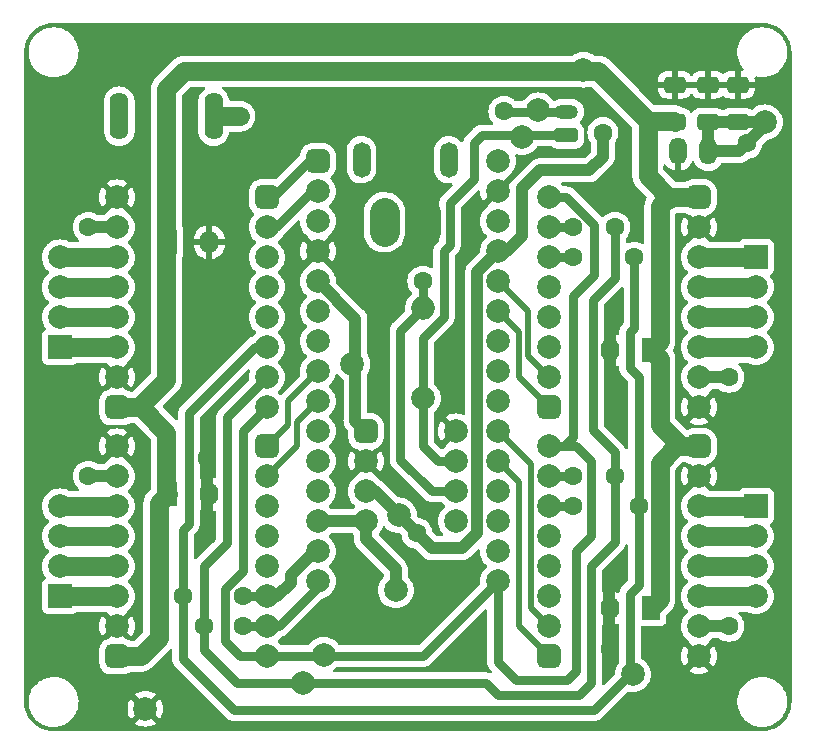
<source format=gbr>
%TF.GenerationSoftware,KiCad,Pcbnew,(6.0.0)*%
%TF.CreationDate,2022-05-13T11:51:57+02:00*%
%TF.ProjectId,Shield BR,53686965-6c64-4204-9252-2e6b69636164,rev?*%
%TF.SameCoordinates,Original*%
%TF.FileFunction,Copper,L2,Bot*%
%TF.FilePolarity,Positive*%
%FSLAX46Y46*%
G04 Gerber Fmt 4.6, Leading zero omitted, Abs format (unit mm)*
G04 Created by KiCad (PCBNEW (6.0.0)) date 2022-05-13 11:51:57*
%MOMM*%
%LPD*%
G01*
G04 APERTURE LIST*
G04 Aperture macros list*
%AMRoundRect*
0 Rectangle with rounded corners*
0 $1 Rounding radius*
0 $2 $3 $4 $5 $6 $7 $8 $9 X,Y pos of 4 corners*
0 Add a 4 corners polygon primitive as box body*
4,1,4,$2,$3,$4,$5,$6,$7,$8,$9,$2,$3,0*
0 Add four circle primitives for the rounded corners*
1,1,$1+$1,$2,$3*
1,1,$1+$1,$4,$5*
1,1,$1+$1,$6,$7*
1,1,$1+$1,$8,$9*
0 Add four rect primitives between the rounded corners*
20,1,$1+$1,$2,$3,$4,$5,0*
20,1,$1+$1,$4,$5,$6,$7,0*
20,1,$1+$1,$6,$7,$8,$9,0*
20,1,$1+$1,$8,$9,$2,$3,0*%
G04 Aperture macros list end*
%TA.AperFunction,ComponentPad*%
%ADD10RoundRect,0.500000X-0.500000X-0.500000X0.500000X-0.500000X0.500000X0.500000X-0.500000X0.500000X0*%
%TD*%
%TA.AperFunction,ComponentPad*%
%ADD11C,2.000000*%
%TD*%
%TA.AperFunction,ComponentPad*%
%ADD12R,2.000000X2.000000*%
%TD*%
%TA.AperFunction,ComponentPad*%
%ADD13RoundRect,0.500000X0.500000X0.500000X-0.500000X0.500000X-0.500000X-0.500000X0.500000X-0.500000X0*%
%TD*%
%TA.AperFunction,ComponentPad*%
%ADD14R,1.500000X2.300000*%
%TD*%
%TA.AperFunction,ComponentPad*%
%ADD15O,1.500000X2.300000*%
%TD*%
%TA.AperFunction,ComponentPad*%
%ADD16O,1.600000X4.000000*%
%TD*%
%TA.AperFunction,WasherPad*%
%ADD17O,1.500000X3.000000*%
%TD*%
%TA.AperFunction,ComponentPad*%
%ADD18O,2.000000X2.000000*%
%TD*%
%TA.AperFunction,ComponentPad*%
%ADD19R,1.600000X2.000000*%
%TD*%
%TA.AperFunction,ComponentPad*%
%ADD20O,1.600000X1.900000*%
%TD*%
%TA.AperFunction,ComponentPad*%
%ADD21RoundRect,0.250000X0.750000X-0.350000X0.750000X0.350000X-0.750000X0.350000X-0.750000X-0.350000X0*%
%TD*%
%TA.AperFunction,ComponentPad*%
%ADD22O,2.000000X1.200000*%
%TD*%
%TA.AperFunction,SMDPad,CuDef*%
%ADD23C,2.000000*%
%TD*%
%TA.AperFunction,SMDPad,CuDef*%
%ADD24RoundRect,0.250000X0.650000X-0.412500X0.650000X0.412500X-0.650000X0.412500X-0.650000X-0.412500X0*%
%TD*%
%TA.AperFunction,ViaPad*%
%ADD25C,0.400000*%
%TD*%
%TA.AperFunction,ViaPad*%
%ADD26C,1.600000*%
%TD*%
%TA.AperFunction,Conductor*%
%ADD27C,1.600000*%
%TD*%
%TA.AperFunction,Conductor*%
%ADD28C,1.000000*%
%TD*%
%TA.AperFunction,Conductor*%
%ADD29C,2.500000*%
%TD*%
%TA.AperFunction,Conductor*%
%ADD30C,0.800000*%
%TD*%
%TA.AperFunction,Conductor*%
%ADD31C,0.500000*%
%TD*%
G04 APERTURE END LIST*
D10*
%TO.P,NUCLEO-F303K8T1,3.1,PA9*%
%TO.N,Dir0*%
X103631500Y-75946000D03*
D11*
%TO.P,NUCLEO-F303K8T1,3.2,PA10*%
%TO.N,Stp0*%
X103631500Y-78486000D03*
%TO.P,NUCLEO-F303K8T1,3.3,NRST*%
%TO.N,unconnected-(NUCLEO-F303K8T1-Pad3.3)*%
X103631500Y-81026000D03*
%TO.P,NUCLEO-F303K8T1,3.4,GND*%
%TO.N,GND*%
X103631500Y-83566000D03*
%TO.P,NUCLEO-F303K8T1,3.5,PA12*%
%TO.N,CAN_Tx*%
X103631500Y-86106000D03*
%TO.P,NUCLEO-F303K8T1,3.6,PB0*%
%TO.N,unconnected-(NUCLEO-F303K8T1-Pad3.6)*%
X103631500Y-88646000D03*
%TO.P,NUCLEO-F303K8T1,3.7,PB7*%
%TO.N,unconnected-(NUCLEO-F303K8T1-Pad3.7)*%
X103631500Y-91186000D03*
%TO.P,NUCLEO-F303K8T1,3.8,PB6*%
%TO.N,Dir3*%
X103631500Y-93726000D03*
%TO.P,NUCLEO-F303K8T1,3.9,PB1*%
%TO.N,Stp3*%
X103631500Y-96266000D03*
%TO.P,NUCLEO-F303K8T1,3.10,PF0*%
%TO.N,unconnected-(NUCLEO-F303K8T1-Pad3.10)*%
X103631500Y-98806000D03*
%TO.P,NUCLEO-F303K8T1,3.11,PF1*%
%TO.N,unconnected-(NUCLEO-F303K8T1-Pad3.11)*%
X103631500Y-101346000D03*
%TO.P,NUCLEO-F303K8T1,3.12,PA8*%
%TO.N,unconnected-(NUCLEO-F303K8T1-Pad3.12)*%
X103631500Y-103886000D03*
%TO.P,NUCLEO-F303K8T1,3.13,PA11*%
%TO.N,CAN_Rx*%
X103631500Y-106426000D03*
%TO.P,NUCLEO-F303K8T1,3.14,PB5*%
%TO.N,M2*%
X103631500Y-108966000D03*
%TO.P,NUCLEO-F303K8T1,3.15,PB4*%
%TO.N,M1*%
X103631500Y-111506000D03*
%TO.P,NUCLEO-F303K8T1,4.1,VIN*%
%TO.N,unconnected-(NUCLEO-F303K8T1-Pad4.1)*%
X118871500Y-75946000D03*
%TO.P,NUCLEO-F303K8T1,4.2,GND*%
%TO.N,GND*%
X118871500Y-78486000D03*
%TO.P,NUCLEO-F303K8T1,4.3,NRST*%
%TO.N,unconnected-(NUCLEO-F303K8T1-Pad4.3)*%
X118871500Y-81026000D03*
%TO.P,NUCLEO-F303K8T1,4.4,+5V*%
%TO.N,+5V*%
X118871500Y-83566000D03*
%TO.P,NUCLEO-F303K8T1,4.5,PA2*%
%TO.N,Stp1*%
X118871500Y-86106000D03*
%TO.P,NUCLEO-F303K8T1,4.6,PA7*%
%TO.N,Dir1*%
X118871500Y-88646000D03*
%TO.P,NUCLEO-F303K8T1,4.7,PA6*%
%TO.N,unconnected-(NUCLEO-F303K8T1-Pad4.7)*%
X118871500Y-91186000D03*
%TO.P,NUCLEO-F303K8T1,4.8,PA5*%
%TO.N,unconnected-(NUCLEO-F303K8T1-Pad4.8)*%
X118871500Y-93726000D03*
%TO.P,NUCLEO-F303K8T1,4.9,PA4*%
%TO.N,unconnected-(NUCLEO-F303K8T1-Pad4.9)*%
X118871500Y-96266000D03*
%TO.P,NUCLEO-F303K8T1,4.10,PA3*%
%TO.N,Stp2*%
X118871500Y-98806000D03*
%TO.P,NUCLEO-F303K8T1,4.11,PA1*%
%TO.N,Dir2*%
X118871500Y-101346000D03*
%TO.P,NUCLEO-F303K8T1,4.12,PA0*%
%TO.N,unconnected-(NUCLEO-F303K8T1-Pad4.12)*%
X118871500Y-103886000D03*
%TO.P,NUCLEO-F303K8T1,4.13,AREF*%
%TO.N,unconnected-(NUCLEO-F303K8T1-Pad4.13)*%
X118871500Y-106426000D03*
%TO.P,NUCLEO-F303K8T1,4.14,+3V3*%
%TO.N,Vio*%
X118871500Y-108966000D03*
%TO.P,NUCLEO-F303K8T1,4.15,PB3*%
%TO.N,EN*%
X118871500Y-111506000D03*
%TD*%
D12*
%TO.P,J2,1,Pin_1*%
%TO.N,Net-(Driver1-Pad6)*%
X81788000Y-91694000D03*
D11*
%TO.P,J2,2,Pin_2*%
%TO.N,Net-(Driver1-Pad5)*%
X81788000Y-89154000D03*
%TO.P,J2,3,Pin_3*%
%TO.N,Net-(Driver1-Pad4)*%
X81788000Y-86614000D03*
%TO.P,J2,4,Pin_4*%
%TO.N,Net-(Driver1-Pad3)*%
X81788000Y-84074000D03*
%TD*%
D12*
%TO.P,J3,1,Pin_1*%
%TO.N,Net-(Driver2-Pad6)*%
X140716000Y-84074000D03*
D11*
%TO.P,J3,2,Pin_2*%
%TO.N,Net-(Driver2-Pad5)*%
X140716000Y-86614000D03*
%TO.P,J3,3,Pin_3*%
%TO.N,Net-(Driver2-Pad4)*%
X140716000Y-89154000D03*
%TO.P,J3,4,Pin_4*%
%TO.N,Net-(Driver2-Pad3)*%
X140716000Y-91694000D03*
%TD*%
D12*
%TO.P,J5,1,Pin_1*%
%TO.N,Net-(Driver4-Pad6)*%
X140716000Y-105156000D03*
D11*
%TO.P,J5,2,Pin_2*%
%TO.N,Net-(Driver4-Pad5)*%
X140716000Y-107696000D03*
%TO.P,J5,3,Pin_3*%
%TO.N,Net-(Driver4-Pad4)*%
X140716000Y-110236000D03*
%TO.P,J5,4,Pin_4*%
%TO.N,Net-(Driver4-Pad3)*%
X140716000Y-112776000D03*
%TD*%
D12*
%TO.P,J4,1,Pin_1*%
%TO.N,Net-(Driver3-Pad6)*%
X81788000Y-112776000D03*
D11*
%TO.P,J4,2,Pin_2*%
%TO.N,Net-(Driver3-Pad5)*%
X81788000Y-110236000D03*
%TO.P,J4,3,Pin_3*%
%TO.N,Net-(Driver3-Pad4)*%
X81788000Y-107696000D03*
%TO.P,J4,4,Pin_4*%
%TO.N,Net-(Driver3-Pad3)*%
X81788000Y-105156000D03*
%TD*%
%TO.P,Driver1,1,GND*%
%TO.N,GND*%
X86614000Y-78994000D03*
%TO.P,Driver1,2,VIO*%
%TO.N,Vio*%
X86614000Y-81534000D03*
%TO.P,Driver1,3,M2B*%
%TO.N,Net-(Driver1-Pad3)*%
X86614000Y-84074000D03*
%TO.P,Driver1,4,M2A*%
%TO.N,Net-(Driver1-Pad4)*%
X86614000Y-86614000D03*
%TO.P,Driver1,5,M1A*%
%TO.N,Net-(Driver1-Pad5)*%
X86614000Y-89154000D03*
%TO.P,Driver1,6,M1B*%
%TO.N,Net-(Driver1-Pad6)*%
X86614000Y-91694000D03*
%TO.P,Driver1,7,GND*%
%TO.N,GND*%
X86614000Y-94234000D03*
D10*
%TO.P,Driver1,8,VM*%
%TO.N,+BATT*%
X86614000Y-96774000D03*
%TO.P,Driver1,9,DIR*%
%TO.N,Dir0*%
X99314000Y-78994000D03*
D11*
%TO.P,Driver1,10,STEP*%
%TO.N,Stp0*%
X99314000Y-81534000D03*
%TO.P,Driver1,11,CLK*%
%TO.N,unconnected-(Driver1-Pad11)*%
X99314000Y-84074000D03*
%TO.P,Driver1,12,PDN*%
%TO.N,unconnected-(Driver1-Pad12)*%
X99314000Y-86614000D03*
%TO.P,Driver1,13,NC*%
%TO.N,unconnected-(Driver1-Pad13)*%
X99314000Y-89154000D03*
%TO.P,Driver1,14,MS2*%
%TO.N,M2*%
X99314000Y-91694000D03*
%TO.P,Driver1,15,MS1*%
%TO.N,M1*%
X99314000Y-94234000D03*
%TO.P,Driver1,16,EN*%
%TO.N,EN*%
X99314000Y-96774000D03*
%TD*%
%TO.P,Driver2,1,GND*%
%TO.N,GND*%
X135890000Y-96774000D03*
%TO.P,Driver2,2,VIO*%
%TO.N,Vio*%
X135890000Y-94234000D03*
%TO.P,Driver2,3,M2B*%
%TO.N,Net-(Driver2-Pad3)*%
X135890000Y-91694000D03*
%TO.P,Driver2,4,M2A*%
%TO.N,Net-(Driver2-Pad4)*%
X135890000Y-89154000D03*
%TO.P,Driver2,5,M1A*%
%TO.N,Net-(Driver2-Pad5)*%
X135890000Y-86614000D03*
%TO.P,Driver2,6,M1B*%
%TO.N,Net-(Driver2-Pad6)*%
X135890000Y-84074000D03*
%TO.P,Driver2,7,GND*%
%TO.N,GND*%
X135890000Y-81534000D03*
D13*
%TO.P,Driver2,8,VM*%
%TO.N,+BATT*%
X135890000Y-78994000D03*
%TO.P,Driver2,9,DIR*%
%TO.N,Dir1*%
X123190000Y-96774000D03*
D11*
%TO.P,Driver2,10,STEP*%
%TO.N,Stp1*%
X123190000Y-94234000D03*
%TO.P,Driver2,11,CLK*%
%TO.N,unconnected-(Driver2-Pad11)*%
X123190000Y-91694000D03*
%TO.P,Driver2,12,PDN*%
%TO.N,unconnected-(Driver2-Pad12)*%
X123190000Y-89154000D03*
%TO.P,Driver2,13,NC*%
%TO.N,unconnected-(Driver2-Pad13)*%
X123190000Y-86614000D03*
%TO.P,Driver2,14,MS2*%
%TO.N,M2*%
X123190000Y-84074000D03*
%TO.P,Driver2,15,MS1*%
%TO.N,M1*%
X123190000Y-81534000D03*
%TO.P,Driver2,16,EN*%
%TO.N,EN*%
X123190000Y-78994000D03*
%TD*%
%TO.P,Driver4,1,GND*%
%TO.N,GND*%
X135890000Y-117856000D03*
%TO.P,Driver4,2,VIO*%
%TO.N,Vio*%
X135890000Y-115316000D03*
%TO.P,Driver4,3,M2B*%
%TO.N,Net-(Driver4-Pad3)*%
X135890000Y-112776000D03*
%TO.P,Driver4,4,M2A*%
%TO.N,Net-(Driver4-Pad4)*%
X135890000Y-110236000D03*
%TO.P,Driver4,5,M1A*%
%TO.N,Net-(Driver4-Pad5)*%
X135890000Y-107696000D03*
%TO.P,Driver4,6,M1B*%
%TO.N,Net-(Driver4-Pad6)*%
X135890000Y-105156000D03*
%TO.P,Driver4,7,GND*%
%TO.N,GND*%
X135890000Y-102616000D03*
D13*
%TO.P,Driver4,8,VM*%
%TO.N,+BATT*%
X135890000Y-100076000D03*
%TO.P,Driver4,9,DIR*%
%TO.N,Dir2*%
X123190000Y-117856000D03*
D11*
%TO.P,Driver4,10,STEP*%
%TO.N,Stp2*%
X123190000Y-115316000D03*
%TO.P,Driver4,11,CLK*%
%TO.N,unconnected-(Driver4-Pad11)*%
X123190000Y-112776000D03*
%TO.P,Driver4,12,PDN*%
%TO.N,unconnected-(Driver4-Pad12)*%
X123190000Y-110236000D03*
%TO.P,Driver4,13,NC*%
%TO.N,unconnected-(Driver4-Pad13)*%
X123190000Y-107696000D03*
%TO.P,Driver4,14,MS2*%
%TO.N,M2*%
X123190000Y-105156000D03*
%TO.P,Driver4,15,MS1*%
%TO.N,M1*%
X123190000Y-102616000D03*
%TO.P,Driver4,16,EN*%
%TO.N,EN*%
X123190000Y-100076000D03*
%TD*%
%TO.P,Driver3,1,GND*%
%TO.N,GND*%
X86614000Y-100076000D03*
%TO.P,Driver3,2,VIO*%
%TO.N,Vio*%
X86614000Y-102616000D03*
%TO.P,Driver3,3,M2B*%
%TO.N,Net-(Driver3-Pad3)*%
X86614000Y-105156000D03*
%TO.P,Driver3,4,M2A*%
%TO.N,Net-(Driver3-Pad4)*%
X86614000Y-107696000D03*
%TO.P,Driver3,5,M1A*%
%TO.N,Net-(Driver3-Pad5)*%
X86614000Y-110236000D03*
%TO.P,Driver3,6,M1B*%
%TO.N,Net-(Driver3-Pad6)*%
X86614000Y-112776000D03*
%TO.P,Driver3,7,GND*%
%TO.N,GND*%
X86614000Y-115316000D03*
D10*
%TO.P,Driver3,8,VM*%
%TO.N,+BATT*%
X86614000Y-117856000D03*
%TO.P,Driver3,9,DIR*%
%TO.N,Dir3*%
X99314000Y-100076000D03*
D11*
%TO.P,Driver3,10,STEP*%
%TO.N,Stp3*%
X99314000Y-102616000D03*
%TO.P,Driver3,11,CLK*%
%TO.N,unconnected-(Driver3-Pad11)*%
X99314000Y-105156000D03*
%TO.P,Driver3,12,PDN*%
%TO.N,unconnected-(Driver3-Pad12)*%
X99314000Y-107696000D03*
%TO.P,Driver3,13,NC*%
%TO.N,unconnected-(Driver3-Pad13)*%
X99314000Y-110236000D03*
%TO.P,Driver3,14,MS2*%
%TO.N,M2*%
X99314000Y-112776000D03*
%TO.P,Driver3,15,MS1*%
%TO.N,M1*%
X99314000Y-115316000D03*
%TO.P,Driver3,16,EN*%
%TO.N,EN*%
X99314000Y-117856000D03*
%TD*%
D14*
%TO.P,U1,1,IN*%
%TO.N,+BATT*%
X131571500Y-75105500D03*
D15*
%TO.P,U1,2,GND*%
%TO.N,GND*%
X134111500Y-75105500D03*
%TO.P,U1,3,OUT*%
%TO.N,+5V*%
X136651500Y-75105500D03*
%TD*%
D16*
%TO.P,SW1,1,A*%
%TO.N,Net-(J1-Pad1)*%
X94804500Y-72136000D03*
%TO.P,SW1,2,B*%
%TO.N,+BATT*%
X90804500Y-72136000D03*
%TO.P,SW1,3,C*%
%TO.N,unconnected-(SW1-Pad3)*%
X86804500Y-72136000D03*
%TD*%
D17*
%TO.P,J1,*%
%TO.N,*%
X114725500Y-75815301D03*
X107325500Y-75815301D03*
%TD*%
D11*
%TO.P,R_CAN1,1*%
%TO.N,Net-(J5-CAN1-Pad1)*%
X112521500Y-96012000D03*
D18*
%TO.P,R_CAN1,2*%
%TO.N,Net-(J5-CAN1-Pad2)*%
X112521500Y-88392000D03*
%TD*%
D19*
%TO.P,C8,1*%
%TO.N,+BATT*%
X131825500Y-91948000D03*
D20*
%TO.P,C8,2*%
%TO.N,GND*%
X128325500Y-91948000D03*
%TD*%
D19*
%TO.P,C6,1*%
%TO.N,+BATT*%
X131825500Y-113792000D03*
D20*
%TO.P,C6,2*%
%TO.N,GND*%
X128325500Y-113792000D03*
%TD*%
D19*
%TO.P,C9,1*%
%TO.N,+BATT*%
X90931500Y-104140000D03*
D20*
%TO.P,C9,2*%
%TO.N,GND*%
X94431500Y-104140000D03*
%TD*%
D21*
%TO.P,J5-CAN1,1,Pin_1*%
%TO.N,Net-(J5-CAN1-Pad1)*%
X124671500Y-73771000D03*
D22*
%TO.P,J5-CAN1,2,Pin_2*%
%TO.N,Net-(J5-CAN1-Pad2)*%
X124671500Y-71771000D03*
%TD*%
D19*
%TO.P,C7,1*%
%TO.N,+BATT*%
X90931500Y-82804000D03*
D20*
%TO.P,C7,2*%
%TO.N,GND*%
X94431500Y-82804000D03*
%TD*%
D10*
%TO.P,U2,1,TXD*%
%TO.N,CAN_Tx*%
X107695500Y-98806000D03*
D11*
%TO.P,U2,2,VSS*%
%TO.N,GND*%
X107695500Y-101346000D03*
%TO.P,U2,3,VDD*%
%TO.N,+5V*%
X107695500Y-103886000D03*
%TO.P,U2,4,RXD*%
%TO.N,CAN_Rx*%
X107695500Y-106426000D03*
%TO.P,U2,5,Vref*%
%TO.N,unconnected-(U2-Pad5)*%
X115315500Y-106426000D03*
%TO.P,U2,6,CANL*%
%TO.N,Net-(J5-CAN1-Pad2)*%
X115315500Y-103886000D03*
%TO.P,U2,7,CANH*%
%TO.N,Net-(J5-CAN1-Pad1)*%
X115315500Y-101346000D03*
%TO.P,U2,8,Rs*%
%TO.N,GND*%
X115315500Y-98806000D03*
%TD*%
D23*
%TO.P,TP5,1,1*%
%TO.N,CAN_Tx*%
X106552500Y-93091000D03*
%TD*%
%TO.P,TP9,1,1*%
%TO.N,EN*%
X104139500Y-117729000D03*
%TD*%
%TO.P,TP7,1,1*%
%TO.N,M2*%
X130301500Y-119380000D03*
%TD*%
D24*
%TO.P,C4,1*%
%TO.N,+5V*%
X136651500Y-72594000D03*
%TO.P,C4,2*%
%TO.N,GND*%
X136651500Y-69469000D03*
%TD*%
D23*
%TO.P,TP8,1,1*%
%TO.N,M1*%
X102361500Y-120142000D03*
%TD*%
D24*
%TO.P,C5,1*%
%TO.N,+5V*%
X139191500Y-72594000D03*
%TO.P,C5,2*%
%TO.N,GND*%
X139191500Y-69469000D03*
%TD*%
D23*
%TO.P,REF\u002A\u002A,1*%
%TO.N,+5V*%
X110489500Y-105918000D03*
%TD*%
%TO.P,TP10,1,1*%
%TO.N,GND*%
X89026500Y-122301000D03*
%TD*%
%TO.P,TP2,1,1*%
%TO.N,+BATT*%
X126110500Y-68199000D03*
%TD*%
%TO.P,TP1,1,1*%
%TO.N,+5V*%
X141477500Y-72644000D03*
%TD*%
%TO.P,TP3,1,1*%
%TO.N,Net-(J5-CAN1-Pad1)*%
X120903500Y-73914000D03*
%TD*%
%TO.P,TP6,1,1*%
%TO.N,CAN_Rx*%
X110235500Y-112268000D03*
%TD*%
%TO.P,TP4,1,1*%
%TO.N,Net-(J5-CAN1-Pad2)*%
X122300500Y-71628000D03*
%TD*%
D24*
%TO.P,C3,1*%
%TO.N,+BATT*%
X133857500Y-72594000D03*
%TO.P,C3,2*%
%TO.N,GND*%
X133857500Y-69469000D03*
%TD*%
D25*
%TO.N,GND*%
X111975500Y-82315301D03*
X113575500Y-80715301D03*
X113575500Y-79915301D03*
X111975500Y-81515301D03*
X112775500Y-80315301D03*
X111975500Y-80715301D03*
X112775500Y-79515301D03*
X111975500Y-79915301D03*
X113575500Y-81515301D03*
X112775500Y-81915301D03*
X113575500Y-82315301D03*
X112775500Y-82715301D03*
D26*
X86613500Y-66802000D03*
X108076500Y-86106000D03*
X129031500Y-96520000D03*
X81025500Y-74930000D03*
X128777500Y-88900000D03*
X141223500Y-117856000D03*
X112521500Y-73533000D03*
X114807500Y-96266000D03*
X128777500Y-110744000D03*
X135381500Y-66294000D03*
X81025500Y-117729000D03*
D25*
X112775500Y-81115301D03*
D26*
X99313500Y-75057000D03*
X105663500Y-114808000D03*
X133095500Y-118364000D03*
X141223500Y-78232000D03*
X94233500Y-107696000D03*
X94233500Y-101092000D03*
X128396500Y-117221000D03*
X94741500Y-88392000D03*
X111759500Y-65532000D03*
X81025500Y-95631000D03*
X116585500Y-118364000D03*
X141223500Y-97790000D03*
%TO.N,M2*%
X92201500Y-112776000D03*
X130788000Y-105156000D03*
X125221500Y-105156000D03*
X125221500Y-84074000D03*
X97281500Y-112776000D03*
X130428500Y-84074000D03*
%TO.N,M1*%
X93979500Y-115316000D03*
X97281500Y-115316000D03*
X128777500Y-81534000D03*
X125221500Y-102616000D03*
X128777500Y-102616000D03*
X125221500Y-81534000D03*
%TO.N,+5V*%
X139953500Y-74422000D03*
X127761500Y-73533000D03*
X112013500Y-107442000D03*
%TO.N,Vio*%
X84200500Y-81534000D03*
X84200500Y-102616000D03*
X138429500Y-115316000D03*
X138429500Y-94234000D03*
D25*
%TO.N,Net-(J1-Pad1)*%
X110075500Y-82315301D03*
X108475500Y-80715301D03*
X108475500Y-79915301D03*
X110075500Y-81515301D03*
X109275500Y-80315301D03*
X110075500Y-80715301D03*
X109275500Y-79515301D03*
X110075500Y-79915301D03*
X108475500Y-81515301D03*
X109275500Y-81915301D03*
X108475500Y-82315301D03*
X109275500Y-82715301D03*
X109275500Y-81115301D03*
D26*
X97027500Y-72136000D03*
%TO.N,Net-(J5-CAN1-Pad2)*%
X112521500Y-86106000D03*
X119379500Y-71730500D03*
%TD*%
D27*
%TO.N,+BATT*%
X132587500Y-79756000D02*
X132587500Y-91186000D01*
X132587500Y-113030000D02*
X131825500Y-113792000D01*
X133349500Y-78994000D02*
X132587500Y-79756000D01*
X90804500Y-94488000D02*
X88518500Y-96774000D01*
X133984500Y-100076000D02*
X132587500Y-101473000D01*
X131571500Y-72517000D02*
X131571500Y-75438000D01*
X90804500Y-72136000D02*
X90804500Y-69850000D01*
X88645500Y-96774000D02*
X90804500Y-98933000D01*
X131825500Y-91948000D02*
X132587500Y-92710000D01*
X131571500Y-72517000D02*
X133780500Y-72517000D01*
X90804500Y-98933000D02*
X90804500Y-104013000D01*
X132587500Y-101473000D02*
X132587500Y-113030000D01*
X90804500Y-72136000D02*
X90804500Y-94488000D01*
X133780500Y-72517000D02*
X133857500Y-72594000D01*
X90804500Y-104013000D02*
X90931500Y-104140000D01*
X134365500Y-100076000D02*
X135890000Y-100076000D01*
X90169500Y-104902000D02*
X90169500Y-116332000D01*
X135890000Y-100076000D02*
X133984500Y-100076000D01*
X127380500Y-68326000D02*
X131571500Y-72517000D01*
X135890000Y-78994000D02*
X133349500Y-78994000D01*
X131571500Y-77216000D02*
X133476500Y-79121000D01*
X92328500Y-68326000D02*
X127380500Y-68326000D01*
X132587500Y-98298000D02*
X134365500Y-100076000D01*
X88518500Y-96774000D02*
X86614000Y-96774000D01*
X90804500Y-69850000D02*
X92328500Y-68326000D01*
X132587500Y-92710000D02*
X132587500Y-98298000D01*
X90931500Y-104140000D02*
X90169500Y-104902000D01*
X131571500Y-75438000D02*
X131571500Y-77216000D01*
X132587500Y-91186000D02*
X131825500Y-91948000D01*
X90169500Y-116332000D02*
X88645500Y-117856000D01*
X88645500Y-117856000D02*
X86614000Y-117856000D01*
D28*
%TO.N,GND*%
X94233500Y-101092000D02*
X94233500Y-103942000D01*
D29*
X112775500Y-80315301D02*
X112775500Y-81915301D01*
D28*
X128777500Y-88900000D02*
X128325500Y-89352000D01*
X128325500Y-89352000D02*
X128325500Y-91948000D01*
X129031500Y-96520000D02*
X128325500Y-95814000D01*
X128269500Y-113848000D02*
X128325500Y-113792000D01*
X94233500Y-103942000D02*
X94431500Y-104140000D01*
X128269500Y-111252000D02*
X128269500Y-113736000D01*
X128269500Y-116332000D02*
X128269500Y-113848000D01*
X94233500Y-107696000D02*
X94233500Y-104338000D01*
X128777500Y-110744000D02*
X128269500Y-111252000D01*
X128325500Y-95814000D02*
X128325500Y-91948000D01*
X128269500Y-113736000D02*
X128325500Y-113792000D01*
X94233500Y-104338000D02*
X94431500Y-104140000D01*
D30*
%TO.N,M2*%
X130047500Y-119380000D02*
X126999500Y-122428000D01*
D28*
X100202750Y-112776000D02*
X99314000Y-112776000D01*
D30*
X96519500Y-122428000D02*
X92201500Y-118110000D01*
X99314000Y-91694000D02*
X98297500Y-91694000D01*
X130047500Y-93472000D02*
X130788000Y-94212500D01*
D28*
X101345500Y-110998000D02*
X101345500Y-111633250D01*
D30*
X92709500Y-106680000D02*
X92201500Y-107188000D01*
X130047500Y-112570978D02*
X130047500Y-119380000D01*
X130809500Y-105177500D02*
X130809500Y-111808978D01*
X123190000Y-105156000D02*
X125221500Y-105156000D01*
X99314000Y-112776000D02*
X97281500Y-112776000D01*
X130809500Y-111808978D02*
X130047500Y-112570978D01*
X130428500Y-90043000D02*
X130047500Y-90424000D01*
X92201500Y-118110000D02*
X92201500Y-112776000D01*
X130788000Y-105156000D02*
X130809500Y-105177500D01*
X98297500Y-91694000D02*
X92709500Y-97282000D01*
X92201500Y-107188000D02*
X92201500Y-112776000D01*
X130788000Y-94212500D02*
X130788000Y-105156000D01*
X126999500Y-122428000D02*
X96519500Y-122428000D01*
D28*
X103631500Y-108966000D02*
X103377500Y-108966000D01*
D30*
X123190000Y-84074000D02*
X125221500Y-84074000D01*
D28*
X101345500Y-111633250D02*
X100202750Y-112776000D01*
D30*
X130428500Y-84074000D02*
X130428500Y-90043000D01*
X130047500Y-90424000D02*
X130047500Y-93472000D01*
D28*
X103377500Y-108966000D02*
X101345500Y-110998000D01*
D30*
X92709500Y-97282000D02*
X92709500Y-106680000D01*
%TO.N,M1*%
X93979500Y-115316000D02*
X93979500Y-117348000D01*
X126745500Y-110236000D02*
X128777500Y-108204000D01*
X93979500Y-117348000D02*
X96773500Y-120142000D01*
X99314000Y-115316000D02*
X97281500Y-115316000D01*
X128777500Y-85852000D02*
X128777500Y-81534000D01*
X96773500Y-120142000D02*
X117855500Y-120142000D01*
X117855500Y-120142000D02*
X118871500Y-121158000D01*
X100329500Y-115316000D02*
X99314000Y-115316000D01*
X128777500Y-108204000D02*
X128777500Y-102616000D01*
X103631500Y-112014000D02*
X100329500Y-115316000D01*
X95931011Y-108284489D02*
X93979500Y-110236000D01*
X126745500Y-120142000D02*
X126745500Y-110236000D01*
X128777500Y-100584000D02*
X126925989Y-98732489D01*
X123190000Y-81534000D02*
X125221500Y-81534000D01*
X118871500Y-121158000D02*
X125729500Y-121158000D01*
X123190000Y-102616000D02*
X125221500Y-102616000D01*
X95931011Y-97616989D02*
X95931011Y-108284489D01*
X99314000Y-94234000D02*
X95931011Y-97616989D01*
X93979500Y-110236000D02*
X93979500Y-115316000D01*
X126925989Y-87703511D02*
X128777500Y-85852000D01*
X126925989Y-98732489D02*
X126925989Y-87703511D01*
X128777500Y-102616000D02*
X128777500Y-100584000D01*
X103631500Y-111506000D02*
X103631500Y-112014000D01*
X125729500Y-121158000D02*
X126745500Y-120142000D01*
%TO.N,EN*%
X126745500Y-107696000D02*
X126745500Y-101346000D01*
X124660709Y-78994000D02*
X123190000Y-78994000D01*
X126745500Y-101346000D02*
X125475500Y-100076000D01*
X118871500Y-111506000D02*
X112521500Y-117856000D01*
X95781989Y-116610489D02*
X95781989Y-112154881D01*
X97281500Y-98806500D02*
X99314000Y-96774000D01*
X125221500Y-99314000D02*
X125221500Y-87376000D01*
X125475500Y-108966000D02*
X126745500Y-107696000D01*
X118871500Y-111506000D02*
X118871500Y-118364000D01*
X125475500Y-100076000D02*
X123190000Y-100076000D01*
X120395500Y-119888000D02*
X124713500Y-119888000D01*
X99314000Y-117856000D02*
X97027500Y-117856000D01*
X123190000Y-100076000D02*
X124459500Y-100076000D01*
X97027500Y-117856000D02*
X95781989Y-116610489D01*
X97281500Y-110655370D02*
X97281500Y-98806500D01*
X112521500Y-117856000D02*
X99314000Y-117856000D01*
X118871500Y-118364000D02*
X120395500Y-119888000D01*
X125221500Y-87376000D02*
X126999500Y-85598000D01*
X124713500Y-119888000D02*
X125475500Y-119126000D01*
X95781989Y-112154881D02*
X97281500Y-110655370D01*
X126999500Y-85598000D02*
X126999500Y-81332791D01*
X125475500Y-119126000D02*
X125475500Y-108966000D01*
X126999500Y-81332791D02*
X124660709Y-78994000D01*
X124459500Y-100076000D02*
X125221500Y-99314000D01*
D28*
%TO.N,CAN_Rx*%
X110235500Y-110490000D02*
X110235500Y-112268000D01*
X107695500Y-107950000D02*
X110235500Y-110490000D01*
X107695500Y-106426000D02*
X103631500Y-106426000D01*
X107695500Y-106426000D02*
X107695500Y-107950000D01*
%TO.N,CAN_Tx*%
X106806500Y-89281000D02*
X103631500Y-86106000D01*
X106806500Y-97917000D02*
X106806500Y-89281000D01*
X107695500Y-98806000D02*
X106806500Y-97917000D01*
%TO.N,+5V*%
X115823500Y-108712000D02*
X117093500Y-107442000D01*
X139953500Y-74422000D02*
X139270000Y-75105500D01*
X141477500Y-72644000D02*
X139241500Y-72644000D01*
X117093500Y-107442000D02*
X117093500Y-85344000D01*
X108457500Y-103886000D02*
X107695500Y-103886000D01*
X139953500Y-74422000D02*
X141477500Y-72898000D01*
X141477500Y-72898000D02*
X141477500Y-72644000D01*
X127761500Y-75565000D02*
X126618500Y-76708000D01*
X122427500Y-76708000D02*
X120903500Y-78232000D01*
X139270000Y-75105500D02*
X136651500Y-75105500D01*
X112013500Y-107442000D02*
X113283500Y-108712000D01*
X139241500Y-72644000D02*
X139191500Y-72594000D01*
X117093500Y-85344000D02*
X118871500Y-83566000D01*
X113283500Y-108712000D02*
X115823500Y-108712000D01*
X112013500Y-107442000D02*
X108457500Y-103886000D01*
X139191500Y-72594000D02*
X136651500Y-72594000D01*
X120903500Y-82296000D02*
X119633500Y-83566000D01*
X127761500Y-73533000D02*
X127761500Y-75565000D01*
X119633500Y-83566000D02*
X118871500Y-83566000D01*
X126618500Y-76708000D02*
X122427500Y-76708000D01*
X120903500Y-78232000D02*
X120903500Y-82296000D01*
X136651500Y-72594000D02*
X136651500Y-75105500D01*
%TO.N,Vio*%
X84200500Y-102616000D02*
X86614000Y-102616000D01*
X138429500Y-94234000D02*
X135890000Y-94234000D01*
X84200500Y-81534000D02*
X86614000Y-81534000D01*
X138429500Y-115316000D02*
X135890000Y-115316000D01*
D31*
%TO.N,Dir2*%
X118871500Y-101346000D02*
X120650000Y-103124500D01*
X120650000Y-115316000D02*
X123190000Y-117856000D01*
X120650000Y-103124500D02*
X120650000Y-115316000D01*
%TO.N,Dir1*%
X120649500Y-94233500D02*
X123190000Y-96774000D01*
X118871500Y-88646000D02*
X120649500Y-90424000D01*
X120649500Y-90424000D02*
X120649500Y-94233500D01*
D30*
%TO.N,Dir0*%
X103631500Y-75946000D02*
X102869500Y-75946000D01*
X102869500Y-75946000D02*
X99821500Y-78994000D01*
X99821500Y-78994000D02*
X99314000Y-78994000D01*
D31*
%TO.N,Stp3*%
X101853500Y-100076500D02*
X101853500Y-98044000D01*
X101853500Y-98044000D02*
X103631500Y-96266000D01*
X99314000Y-102616000D02*
X101853500Y-100076500D01*
%TO.N,Stp2*%
X121666000Y-113792000D02*
X123190000Y-115316000D01*
X118871500Y-98806000D02*
X121666000Y-101600500D01*
X121666000Y-101600500D02*
X121666000Y-113792000D01*
%TO.N,Stp1*%
X121411500Y-92455500D02*
X123190000Y-94234000D01*
X118871500Y-86106000D02*
X121411500Y-88646000D01*
X121411500Y-88646000D02*
X121411500Y-92455500D01*
D30*
%TO.N,Stp0*%
X103123500Y-78486000D02*
X100075500Y-81534000D01*
X103631500Y-78486000D02*
X103123500Y-78486000D01*
X100075500Y-81534000D02*
X99314000Y-81534000D01*
D31*
%TO.N,Dir3*%
X101091500Y-98298500D02*
X101091500Y-96266000D01*
X99314000Y-100076000D02*
X101091500Y-98298500D01*
X101091500Y-96266000D02*
X103631500Y-93726000D01*
D27*
%TO.N,Net-(J1-Pad1)*%
X97027500Y-72136000D02*
X94804500Y-72136000D01*
D29*
X109275500Y-80315301D02*
X109275500Y-81915301D01*
D27*
%TO.N,Net-(Driver1-Pad3)*%
X86614000Y-84074000D02*
X81788000Y-84074000D01*
%TO.N,Net-(Driver1-Pad4)*%
X86614000Y-86614000D02*
X81788000Y-86614000D01*
%TO.N,Net-(Driver1-Pad5)*%
X86614000Y-89154000D02*
X81788000Y-89154000D01*
%TO.N,Net-(Driver1-Pad6)*%
X86614000Y-91694000D02*
X81788000Y-91694000D01*
%TO.N,Net-(Driver2-Pad3)*%
X135890000Y-91694000D02*
X140716000Y-91694000D01*
%TO.N,Net-(Driver2-Pad4)*%
X135890000Y-89154000D02*
X140716000Y-89154000D01*
%TO.N,Net-(Driver2-Pad5)*%
X135890000Y-86614000D02*
X140716000Y-86614000D01*
%TO.N,Net-(Driver2-Pad6)*%
X135890000Y-84074000D02*
X140716000Y-84074000D01*
%TO.N,Net-(Driver3-Pad3)*%
X86614000Y-105156000D02*
X81788000Y-105156000D01*
%TO.N,Net-(Driver3-Pad5)*%
X86614000Y-110236000D02*
X81788000Y-110236000D01*
%TO.N,Net-(Driver4-Pad3)*%
X135890000Y-112776000D02*
X140716000Y-112776000D01*
%TO.N,Net-(Driver4-Pad4)*%
X135890000Y-110236000D02*
X140716000Y-110236000D01*
%TO.N,Net-(Driver4-Pad5)*%
X135890000Y-107696000D02*
X140716000Y-107696000D01*
%TO.N,Net-(Driver4-Pad6)*%
X135890000Y-105156000D02*
X140716000Y-105156000D01*
%TO.N,Net-(Driver3-Pad4)*%
X86614000Y-107696000D02*
X81788000Y-107696000D01*
%TO.N,Net-(Driver3-Pad6)*%
X86614000Y-112776000D02*
X81788000Y-112776000D01*
D30*
%TO.N,Net-(J5-CAN1-Pad1)*%
X115315500Y-101346000D02*
X113791500Y-101346000D01*
X112521500Y-100076000D02*
X112521500Y-96012000D01*
X113791500Y-101346000D02*
X112521500Y-100076000D01*
X117490500Y-73771000D02*
X124671500Y-73771000D01*
X116839500Y-74422000D02*
X117490500Y-73771000D01*
X114807500Y-83058000D02*
X114807500Y-79502000D01*
X112521500Y-96012000D02*
X112521500Y-90932000D01*
X114299500Y-89154000D02*
X114299500Y-83566000D01*
X112521500Y-90932000D02*
X114299500Y-89154000D01*
X114299500Y-83566000D02*
X114807500Y-83058000D01*
X114807500Y-79502000D02*
X116839500Y-77470000D01*
X116839500Y-77470000D02*
X116839500Y-74422000D01*
%TO.N,Net-(J5-CAN1-Pad2)*%
X112521500Y-88392000D02*
X110616500Y-90297000D01*
X124671500Y-71771000D02*
X119420000Y-71771000D01*
X110616500Y-101219000D02*
X113283500Y-103886000D01*
X119420000Y-71771000D02*
X119379500Y-71730500D01*
X113283500Y-103886000D02*
X115315500Y-103886000D01*
X110616500Y-90297000D02*
X110616500Y-101219000D01*
X112521500Y-86106000D02*
X112521500Y-88392000D01*
%TD*%
%TA.AperFunction,Conductor*%
%TO.N,GND*%
G36*
X141221557Y-64235500D02*
G01*
X141236358Y-64237805D01*
X141236361Y-64237805D01*
X141245230Y-64239186D01*
X141262399Y-64236941D01*
X141286339Y-64236108D01*
X141544270Y-64251710D01*
X141559374Y-64253544D01*
X141630148Y-64266514D01*
X141840379Y-64305040D01*
X141855141Y-64308678D01*
X142127908Y-64393675D01*
X142142127Y-64399069D01*
X142402640Y-64516316D01*
X142416109Y-64523385D01*
X142660595Y-64671182D01*
X142673117Y-64679825D01*
X142898007Y-64856016D01*
X142909395Y-64866106D01*
X143111394Y-65068105D01*
X143121484Y-65079493D01*
X143297675Y-65304383D01*
X143306318Y-65316905D01*
X143454115Y-65561391D01*
X143461184Y-65574860D01*
X143578430Y-65835370D01*
X143583825Y-65849592D01*
X143641633Y-66035103D01*
X143668821Y-66122353D01*
X143672460Y-66137121D01*
X143703065Y-66304124D01*
X143723956Y-66418126D01*
X143725790Y-66433230D01*
X143740955Y-66683929D01*
X143739698Y-66710639D01*
X143739695Y-66710859D01*
X143738314Y-66719730D01*
X143739478Y-66728632D01*
X143739478Y-66728635D01*
X143742436Y-66751251D01*
X143743500Y-66767589D01*
X143743500Y-121676672D01*
X143742000Y-121696056D01*
X143738314Y-121719730D01*
X143739954Y-121732270D01*
X143740559Y-121736897D01*
X143741392Y-121760839D01*
X143725790Y-122018770D01*
X143723956Y-122033874D01*
X143673249Y-122310580D01*
X143672462Y-122314873D01*
X143668822Y-122329641D01*
X143583826Y-122602404D01*
X143578431Y-122616627D01*
X143540365Y-122701208D01*
X143461186Y-122877136D01*
X143454115Y-122890609D01*
X143306318Y-123135095D01*
X143297675Y-123147617D01*
X143121484Y-123372507D01*
X143111394Y-123383895D01*
X142909395Y-123585894D01*
X142898007Y-123595984D01*
X142673117Y-123772175D01*
X142660595Y-123780818D01*
X142416109Y-123928615D01*
X142402640Y-123935684D01*
X142142130Y-124052930D01*
X142127908Y-124058325D01*
X141855141Y-124143322D01*
X141840379Y-124146960D01*
X141630148Y-124185486D01*
X141559374Y-124198456D01*
X141544270Y-124200290D01*
X141293571Y-124215455D01*
X141266861Y-124214198D01*
X141266641Y-124214195D01*
X141257770Y-124212814D01*
X141248868Y-124213978D01*
X141248865Y-124213978D01*
X141226249Y-124216936D01*
X141209911Y-124218000D01*
X81300828Y-124218000D01*
X81281443Y-124216500D01*
X81266642Y-124214195D01*
X81266639Y-124214195D01*
X81257770Y-124212814D01*
X81240601Y-124215059D01*
X81216661Y-124215892D01*
X80958730Y-124200290D01*
X80943626Y-124198456D01*
X80872852Y-124185486D01*
X80662621Y-124146960D01*
X80647859Y-124143322D01*
X80375092Y-124058325D01*
X80360870Y-124052930D01*
X80100360Y-123935684D01*
X80086891Y-123928615D01*
X79842405Y-123780818D01*
X79829883Y-123772175D01*
X79604993Y-123595984D01*
X79593605Y-123585894D01*
X79391606Y-123383895D01*
X79381516Y-123372507D01*
X79205325Y-123147617D01*
X79196682Y-123135095D01*
X79048885Y-122890609D01*
X79041814Y-122877136D01*
X78962636Y-122701208D01*
X78924569Y-122616627D01*
X78919174Y-122602404D01*
X78834178Y-122329641D01*
X78830538Y-122314873D01*
X78829752Y-122310580D01*
X78779044Y-122033874D01*
X78777210Y-122018770D01*
X78767527Y-121858703D01*
X79142243Y-121858703D01*
X79179768Y-122143734D01*
X79255629Y-122421036D01*
X79257313Y-122424984D01*
X79332990Y-122602404D01*
X79368423Y-122685476D01*
X79420812Y-122773012D01*
X79491193Y-122890609D01*
X79516061Y-122932161D01*
X79695813Y-123156528D01*
X79769737Y-123226679D01*
X79885102Y-123336156D01*
X79904351Y-123354423D01*
X80137817Y-123522186D01*
X80141612Y-123524195D01*
X80141613Y-123524196D01*
X80182846Y-123546028D01*
X80391892Y-123656712D01*
X80661873Y-123755511D01*
X80942764Y-123816755D01*
X80971341Y-123819004D01*
X81165782Y-123834307D01*
X81165791Y-123834307D01*
X81168239Y-123834500D01*
X81323771Y-123834500D01*
X81325907Y-123834354D01*
X81325918Y-123834354D01*
X81534048Y-123820165D01*
X81534054Y-123820164D01*
X81538325Y-123819873D01*
X81542520Y-123819004D01*
X81542522Y-123819004D01*
X81679083Y-123790724D01*
X81819842Y-123761574D01*
X82090843Y-123665607D01*
X82178862Y-123620177D01*
X82342505Y-123535715D01*
X82342506Y-123535715D01*
X82346312Y-123533750D01*
X82346426Y-123533670D01*
X88158660Y-123533670D01*
X88164387Y-123541320D01*
X88335542Y-123646205D01*
X88344337Y-123650687D01*
X88554488Y-123737734D01*
X88563873Y-123740783D01*
X88785054Y-123793885D01*
X88794801Y-123795428D01*
X89021570Y-123813275D01*
X89031430Y-123813275D01*
X89258199Y-123795428D01*
X89267946Y-123793885D01*
X89489127Y-123740783D01*
X89498512Y-123737734D01*
X89708663Y-123650687D01*
X89717458Y-123646205D01*
X89884945Y-123543568D01*
X89894407Y-123533110D01*
X89890624Y-123524334D01*
X89039312Y-122673022D01*
X89025368Y-122665408D01*
X89023535Y-122665539D01*
X89016920Y-122669790D01*
X88165420Y-123521290D01*
X88158660Y-123533670D01*
X82346426Y-123533670D01*
X82349813Y-123531289D01*
X82349817Y-123531287D01*
X82559534Y-123383895D01*
X82581523Y-123368441D01*
X82792122Y-123172740D01*
X82974213Y-122950268D01*
X83124427Y-122705142D01*
X83139946Y-122669790D01*
X83238257Y-122445830D01*
X83239983Y-122441898D01*
X83278715Y-122305930D01*
X87514225Y-122305930D01*
X87532072Y-122532699D01*
X87533615Y-122542446D01*
X87586717Y-122763627D01*
X87589766Y-122773012D01*
X87676813Y-122983163D01*
X87681295Y-122991958D01*
X87783932Y-123159445D01*
X87794390Y-123168907D01*
X87803166Y-123165124D01*
X88654478Y-122313812D01*
X88660856Y-122302132D01*
X89390908Y-122302132D01*
X89391039Y-122303965D01*
X89395290Y-122310580D01*
X90246790Y-123162080D01*
X90259170Y-123168840D01*
X90266820Y-123163113D01*
X90371705Y-122991958D01*
X90376187Y-122983163D01*
X90463234Y-122773012D01*
X90466283Y-122763627D01*
X90519385Y-122542446D01*
X90520928Y-122532699D01*
X90538775Y-122305930D01*
X90538775Y-122296070D01*
X90520928Y-122069301D01*
X90519385Y-122059554D01*
X90466283Y-121838373D01*
X90463234Y-121828988D01*
X90376187Y-121618837D01*
X90371705Y-121610042D01*
X90269068Y-121442555D01*
X90258610Y-121433093D01*
X90249834Y-121436876D01*
X89398522Y-122288188D01*
X89390908Y-122302132D01*
X88660856Y-122302132D01*
X88662092Y-122299868D01*
X88661961Y-122298035D01*
X88657710Y-122291420D01*
X87806210Y-121439920D01*
X87793830Y-121433160D01*
X87786180Y-121438887D01*
X87681295Y-121610042D01*
X87676813Y-121618837D01*
X87589766Y-121828988D01*
X87586717Y-121838373D01*
X87533615Y-122059554D01*
X87532072Y-122069301D01*
X87514225Y-122296070D01*
X87514225Y-122305930D01*
X83278715Y-122305930D01*
X83318744Y-122165406D01*
X83349015Y-121952704D01*
X83358646Y-121885036D01*
X83358646Y-121885034D01*
X83359251Y-121880784D01*
X83359345Y-121862951D01*
X83360735Y-121597583D01*
X83360735Y-121597576D01*
X83360757Y-121593297D01*
X83351042Y-121519500D01*
X83323792Y-121312522D01*
X83323232Y-121308266D01*
X83320339Y-121297689D01*
X83275139Y-121132468D01*
X83257746Y-121068890D01*
X88158593Y-121068890D01*
X88162376Y-121077666D01*
X89013688Y-121928978D01*
X89027632Y-121936592D01*
X89029465Y-121936461D01*
X89036080Y-121932210D01*
X89887580Y-121080710D01*
X89894340Y-121068330D01*
X89888613Y-121060680D01*
X89717458Y-120955795D01*
X89708663Y-120951313D01*
X89498512Y-120864266D01*
X89489127Y-120861217D01*
X89267946Y-120808115D01*
X89258199Y-120806572D01*
X89031430Y-120788725D01*
X89021570Y-120788725D01*
X88794801Y-120806572D01*
X88785054Y-120808115D01*
X88563873Y-120861217D01*
X88554488Y-120864266D01*
X88344337Y-120951313D01*
X88335542Y-120955795D01*
X88168055Y-121058432D01*
X88158593Y-121068890D01*
X83257746Y-121068890D01*
X83247371Y-121030964D01*
X83227313Y-120983939D01*
X83136263Y-120770476D01*
X83136261Y-120770472D01*
X83134577Y-120766524D01*
X83035492Y-120600965D01*
X82989143Y-120523521D01*
X82989140Y-120523517D01*
X82986939Y-120519839D01*
X82807187Y-120295472D01*
X82667043Y-120162480D01*
X82601758Y-120100527D01*
X82601755Y-120100525D01*
X82598649Y-120097577D01*
X82365183Y-119929814D01*
X82343343Y-119918250D01*
X82320154Y-119905972D01*
X82111108Y-119795288D01*
X81841127Y-119696489D01*
X81560236Y-119635245D01*
X81529185Y-119632801D01*
X81337218Y-119617693D01*
X81337209Y-119617693D01*
X81334761Y-119617500D01*
X81179229Y-119617500D01*
X81177093Y-119617646D01*
X81177082Y-119617646D01*
X80968952Y-119631835D01*
X80968946Y-119631836D01*
X80964675Y-119632127D01*
X80960480Y-119632996D01*
X80960478Y-119632996D01*
X80823916Y-119661277D01*
X80683158Y-119690426D01*
X80412157Y-119786393D01*
X80156688Y-119918250D01*
X80153187Y-119920711D01*
X80153183Y-119920713D01*
X80143094Y-119927804D01*
X79921477Y-120083559D01*
X79906392Y-120097577D01*
X79731598Y-120260006D01*
X79710878Y-120279260D01*
X79528787Y-120501732D01*
X79378573Y-120746858D01*
X79376847Y-120750791D01*
X79376846Y-120750792D01*
X79323034Y-120873380D01*
X79263017Y-121010102D01*
X79261842Y-121014229D01*
X79261841Y-121014230D01*
X79249982Y-121055860D01*
X79184256Y-121286594D01*
X79143749Y-121571216D01*
X79143727Y-121575505D01*
X79143726Y-121575512D01*
X79142349Y-121838373D01*
X79142243Y-121858703D01*
X78767527Y-121858703D01*
X78762045Y-121768071D01*
X78763302Y-121741361D01*
X78763305Y-121741141D01*
X78764686Y-121732270D01*
X78763047Y-121719730D01*
X78760564Y-121700749D01*
X78759500Y-121684411D01*
X78759500Y-118452328D01*
X85105500Y-118452328D01*
X85105808Y-118458408D01*
X85106733Y-118462995D01*
X85106733Y-118462996D01*
X85138820Y-118622129D01*
X85144900Y-118652284D01*
X85220905Y-118834873D01*
X85224332Y-118839992D01*
X85224334Y-118839996D01*
X85327496Y-118994099D01*
X85327500Y-118994104D01*
X85330927Y-118999223D01*
X85470777Y-119139073D01*
X85475896Y-119142500D01*
X85475901Y-119142504D01*
X85630004Y-119245666D01*
X85630008Y-119245668D01*
X85635127Y-119249095D01*
X85817716Y-119325100D01*
X85823752Y-119326317D01*
X85823755Y-119326318D01*
X85951924Y-119352161D01*
X86011592Y-119364192D01*
X86017672Y-119364500D01*
X87210328Y-119364500D01*
X87216408Y-119364192D01*
X87276076Y-119352161D01*
X87404245Y-119326318D01*
X87404248Y-119326317D01*
X87410284Y-119325100D01*
X87592873Y-119249095D01*
X87597992Y-119245668D01*
X87597996Y-119245666D01*
X87687428Y-119185796D01*
X87757521Y-119164500D01*
X88759979Y-119164500D01*
X88811039Y-119155497D01*
X88821935Y-119154062D01*
X88822426Y-119154019D01*
X88873587Y-119149543D01*
X88923663Y-119136125D01*
X88934388Y-119133747D01*
X88954719Y-119130162D01*
X88985459Y-119124742D01*
X89034199Y-119107002D01*
X89044639Y-119103710D01*
X89094743Y-119090284D01*
X89141734Y-119068372D01*
X89151888Y-119064166D01*
X89195440Y-119048314D01*
X89200608Y-119046433D01*
X89245505Y-119020512D01*
X89255250Y-119015439D01*
X89297258Y-118995851D01*
X89297264Y-118995848D01*
X89302249Y-118993523D01*
X89344724Y-118963781D01*
X89353994Y-118957876D01*
X89394122Y-118934709D01*
X89394127Y-118934705D01*
X89398891Y-118931955D01*
X89403106Y-118928418D01*
X89403112Y-118928414D01*
X89438607Y-118898630D01*
X89447327Y-118891938D01*
X89485289Y-118865357D01*
X89485292Y-118865355D01*
X89489800Y-118862198D01*
X90364311Y-117987687D01*
X91077905Y-117274094D01*
X91140217Y-117240068D01*
X91211032Y-117245133D01*
X91267868Y-117287680D01*
X91292679Y-117354200D01*
X91293000Y-117363189D01*
X91293000Y-118028583D01*
X91291449Y-118048292D01*
X91289248Y-118062190D01*
X91289593Y-118068777D01*
X91289593Y-118068782D01*
X91292827Y-118130480D01*
X91293000Y-118137074D01*
X91293000Y-118157610D01*
X91293344Y-118160882D01*
X91293344Y-118160884D01*
X91295147Y-118178042D01*
X91295664Y-118184616D01*
X91297770Y-118224790D01*
X91299243Y-118252903D01*
X91300953Y-118259284D01*
X91300953Y-118259286D01*
X91302883Y-118266491D01*
X91306485Y-118285925D01*
X91307266Y-118293354D01*
X91307268Y-118293363D01*
X91307958Y-118299928D01*
X91329100Y-118364997D01*
X91330967Y-118371299D01*
X91348671Y-118437370D01*
X91355059Y-118449907D01*
X91362625Y-118468173D01*
X91366973Y-118481556D01*
X91370276Y-118487278D01*
X91370277Y-118487279D01*
X91401167Y-118540782D01*
X91404314Y-118546577D01*
X91435371Y-118607530D01*
X91439524Y-118612658D01*
X91439525Y-118612660D01*
X91444227Y-118618466D01*
X91455427Y-118634763D01*
X91459157Y-118641224D01*
X91459160Y-118641228D01*
X91462460Y-118646944D01*
X91466877Y-118651850D01*
X91466881Y-118651855D01*
X91508222Y-118697769D01*
X91512506Y-118702784D01*
X91517402Y-118708830D01*
X91525428Y-118718741D01*
X91539943Y-118733256D01*
X91544484Y-118738041D01*
X91590247Y-118788866D01*
X91595586Y-118792745D01*
X91595587Y-118792746D01*
X91601635Y-118797140D01*
X91616668Y-118809981D01*
X95819519Y-123012832D01*
X95832360Y-123027865D01*
X95840634Y-123039253D01*
X95845543Y-123043673D01*
X95891459Y-123085016D01*
X95896244Y-123089557D01*
X95910759Y-123104072D01*
X95913323Y-123106148D01*
X95926716Y-123116994D01*
X95931731Y-123121278D01*
X95977645Y-123162619D01*
X95977650Y-123162623D01*
X95982556Y-123167040D01*
X95988272Y-123170340D01*
X95988276Y-123170343D01*
X95994737Y-123174073D01*
X96011033Y-123185273D01*
X96021970Y-123194129D01*
X96082921Y-123225185D01*
X96088715Y-123228331D01*
X96147944Y-123262527D01*
X96154226Y-123264568D01*
X96154228Y-123264569D01*
X96161326Y-123266875D01*
X96179592Y-123274440D01*
X96192130Y-123280829D01*
X96198506Y-123282538D01*
X96198510Y-123282539D01*
X96258185Y-123298529D01*
X96264510Y-123300402D01*
X96329572Y-123321542D01*
X96336140Y-123322232D01*
X96336144Y-123322233D01*
X96343561Y-123323012D01*
X96363008Y-123326616D01*
X96376596Y-123330257D01*
X96383195Y-123330603D01*
X96383196Y-123330603D01*
X96444885Y-123333836D01*
X96451460Y-123334353D01*
X96465722Y-123335852D01*
X96471890Y-123336500D01*
X96492425Y-123336500D01*
X96499019Y-123336673D01*
X96560717Y-123339907D01*
X96560722Y-123339907D01*
X96567309Y-123340252D01*
X96581207Y-123338051D01*
X96600916Y-123336500D01*
X126918083Y-123336500D01*
X126937792Y-123338051D01*
X126951690Y-123340252D01*
X126958277Y-123339907D01*
X126958282Y-123339907D01*
X127019980Y-123336673D01*
X127026574Y-123336500D01*
X127047110Y-123336500D01*
X127050382Y-123336156D01*
X127050384Y-123336156D01*
X127067542Y-123334353D01*
X127074116Y-123333836D01*
X127135808Y-123330603D01*
X127135812Y-123330602D01*
X127142403Y-123330257D01*
X127148784Y-123328547D01*
X127148786Y-123328547D01*
X127155991Y-123326617D01*
X127175425Y-123323015D01*
X127182854Y-123322234D01*
X127182863Y-123322232D01*
X127189428Y-123321542D01*
X127254497Y-123300400D01*
X127260799Y-123298533D01*
X127302352Y-123287399D01*
X127320496Y-123282537D01*
X127320497Y-123282537D01*
X127326870Y-123280829D01*
X127339408Y-123274440D01*
X127357674Y-123266875D01*
X127364772Y-123264569D01*
X127364774Y-123264568D01*
X127371056Y-123262527D01*
X127430285Y-123228331D01*
X127436079Y-123225185D01*
X127497030Y-123194129D01*
X127507967Y-123185273D01*
X127524263Y-123174073D01*
X127530724Y-123170343D01*
X127530728Y-123170340D01*
X127536444Y-123167040D01*
X127541350Y-123162623D01*
X127541355Y-123162619D01*
X127587269Y-123121278D01*
X127592284Y-123116994D01*
X127605677Y-123106148D01*
X127608241Y-123104072D01*
X127622756Y-123089557D01*
X127627541Y-123085016D01*
X127673457Y-123043673D01*
X127678366Y-123039253D01*
X127686640Y-123027865D01*
X127699481Y-123012832D01*
X128853610Y-121858703D01*
X139142243Y-121858703D01*
X139179768Y-122143734D01*
X139255629Y-122421036D01*
X139257313Y-122424984D01*
X139332990Y-122602404D01*
X139368423Y-122685476D01*
X139420812Y-122773012D01*
X139491193Y-122890609D01*
X139516061Y-122932161D01*
X139695813Y-123156528D01*
X139769737Y-123226679D01*
X139885102Y-123336156D01*
X139904351Y-123354423D01*
X140137817Y-123522186D01*
X140141612Y-123524195D01*
X140141613Y-123524196D01*
X140182846Y-123546028D01*
X140391892Y-123656712D01*
X140661873Y-123755511D01*
X140942764Y-123816755D01*
X140971341Y-123819004D01*
X141165782Y-123834307D01*
X141165791Y-123834307D01*
X141168239Y-123834500D01*
X141323771Y-123834500D01*
X141325907Y-123834354D01*
X141325918Y-123834354D01*
X141534048Y-123820165D01*
X141534054Y-123820164D01*
X141538325Y-123819873D01*
X141542520Y-123819004D01*
X141542522Y-123819004D01*
X141679083Y-123790724D01*
X141819842Y-123761574D01*
X142090843Y-123665607D01*
X142178862Y-123620177D01*
X142342505Y-123535715D01*
X142342506Y-123535715D01*
X142346312Y-123533750D01*
X142349813Y-123531289D01*
X142349817Y-123531287D01*
X142559534Y-123383895D01*
X142581523Y-123368441D01*
X142792122Y-123172740D01*
X142974213Y-122950268D01*
X143124427Y-122705142D01*
X143139946Y-122669790D01*
X143238257Y-122445830D01*
X143239983Y-122441898D01*
X143318744Y-122165406D01*
X143349015Y-121952704D01*
X143358646Y-121885036D01*
X143358646Y-121885034D01*
X143359251Y-121880784D01*
X143359345Y-121862951D01*
X143360735Y-121597583D01*
X143360735Y-121597576D01*
X143360757Y-121593297D01*
X143351042Y-121519500D01*
X143323792Y-121312522D01*
X143323232Y-121308266D01*
X143320339Y-121297689D01*
X143275139Y-121132468D01*
X143247371Y-121030964D01*
X143227313Y-120983939D01*
X143136263Y-120770476D01*
X143136261Y-120770472D01*
X143134577Y-120766524D01*
X143035492Y-120600965D01*
X142989143Y-120523521D01*
X142989140Y-120523517D01*
X142986939Y-120519839D01*
X142807187Y-120295472D01*
X142667043Y-120162480D01*
X142601758Y-120100527D01*
X142601755Y-120100525D01*
X142598649Y-120097577D01*
X142365183Y-119929814D01*
X142343343Y-119918250D01*
X142320154Y-119905972D01*
X142111108Y-119795288D01*
X141841127Y-119696489D01*
X141560236Y-119635245D01*
X141529185Y-119632801D01*
X141337218Y-119617693D01*
X141337209Y-119617693D01*
X141334761Y-119617500D01*
X141179229Y-119617500D01*
X141177093Y-119617646D01*
X141177082Y-119617646D01*
X140968952Y-119631835D01*
X140968946Y-119631836D01*
X140964675Y-119632127D01*
X140960480Y-119632996D01*
X140960478Y-119632996D01*
X140823916Y-119661277D01*
X140683158Y-119690426D01*
X140412157Y-119786393D01*
X140156688Y-119918250D01*
X140153187Y-119920711D01*
X140153183Y-119920713D01*
X140143094Y-119927804D01*
X139921477Y-120083559D01*
X139906392Y-120097577D01*
X139731598Y-120260006D01*
X139710878Y-120279260D01*
X139528787Y-120501732D01*
X139378573Y-120746858D01*
X139376847Y-120750791D01*
X139376846Y-120750792D01*
X139323034Y-120873380D01*
X139263017Y-121010102D01*
X139261842Y-121014229D01*
X139261841Y-121014230D01*
X139249982Y-121055860D01*
X139184256Y-121286594D01*
X139143749Y-121571216D01*
X139143727Y-121575505D01*
X139143726Y-121575512D01*
X139142349Y-121838373D01*
X139142243Y-121858703D01*
X128853610Y-121858703D01*
X129831831Y-120880482D01*
X129894143Y-120846456D01*
X129950338Y-120847058D01*
X130000368Y-120859069D01*
X130059976Y-120873380D01*
X130059982Y-120873381D01*
X130064789Y-120874535D01*
X130301500Y-120893165D01*
X130538211Y-120874535D01*
X130543018Y-120873381D01*
X130543024Y-120873380D01*
X130721272Y-120830586D01*
X130769094Y-120819105D01*
X130773667Y-120817211D01*
X130983889Y-120730135D01*
X130983893Y-120730133D01*
X130988463Y-120728240D01*
X130992683Y-120725654D01*
X131186702Y-120606759D01*
X131186708Y-120606755D01*
X131190916Y-120604176D01*
X131371469Y-120449969D01*
X131525676Y-120269416D01*
X131528255Y-120265208D01*
X131528259Y-120265202D01*
X131647154Y-120071183D01*
X131649740Y-120066963D01*
X131710319Y-119920713D01*
X131738711Y-119852167D01*
X131738712Y-119852165D01*
X131740605Y-119847594D01*
X131776882Y-119696489D01*
X131794880Y-119621524D01*
X131794881Y-119621518D01*
X131796035Y-119616711D01*
X131814665Y-119380000D01*
X131796035Y-119143289D01*
X131794316Y-119136126D01*
X131782923Y-119088670D01*
X135022160Y-119088670D01*
X135027887Y-119096320D01*
X135199042Y-119201205D01*
X135207837Y-119205687D01*
X135417988Y-119292734D01*
X135427373Y-119295783D01*
X135648554Y-119348885D01*
X135658301Y-119350428D01*
X135885070Y-119368275D01*
X135894930Y-119368275D01*
X136121699Y-119350428D01*
X136131446Y-119348885D01*
X136352627Y-119295783D01*
X136362012Y-119292734D01*
X136572163Y-119205687D01*
X136580958Y-119201205D01*
X136748445Y-119098568D01*
X136757907Y-119088110D01*
X136754124Y-119079334D01*
X135902812Y-118228022D01*
X135888868Y-118220408D01*
X135887035Y-118220539D01*
X135880420Y-118224790D01*
X135028920Y-119076290D01*
X135022160Y-119088670D01*
X131782923Y-119088670D01*
X131755090Y-118972741D01*
X131740605Y-118912406D01*
X131737892Y-118905855D01*
X131651635Y-118697611D01*
X131651633Y-118697607D01*
X131649740Y-118693037D01*
X131644812Y-118684996D01*
X131528259Y-118494798D01*
X131528255Y-118494792D01*
X131525676Y-118490584D01*
X131371469Y-118310031D01*
X131190916Y-118155824D01*
X131016165Y-118048736D01*
X130968534Y-117996088D01*
X130956000Y-117941303D01*
X130956000Y-117860930D01*
X134377725Y-117860930D01*
X134395572Y-118087699D01*
X134397115Y-118097446D01*
X134450217Y-118318627D01*
X134453266Y-118328012D01*
X134540313Y-118538163D01*
X134544795Y-118546958D01*
X134647432Y-118714445D01*
X134657890Y-118723907D01*
X134666666Y-118720124D01*
X135517978Y-117868812D01*
X135524356Y-117857132D01*
X136254408Y-117857132D01*
X136254539Y-117858965D01*
X136258790Y-117865580D01*
X137110290Y-118717080D01*
X137122670Y-118723840D01*
X137130320Y-118718113D01*
X137235205Y-118546958D01*
X137239687Y-118538163D01*
X137326734Y-118328012D01*
X137329783Y-118318627D01*
X137382885Y-118097446D01*
X137384428Y-118087699D01*
X137402275Y-117860930D01*
X137402275Y-117851070D01*
X137384428Y-117624301D01*
X137382885Y-117614554D01*
X137329783Y-117393373D01*
X137326734Y-117383988D01*
X137239687Y-117173837D01*
X137235205Y-117165042D01*
X137132568Y-116997555D01*
X137122110Y-116988093D01*
X137113334Y-116991876D01*
X136262022Y-117843188D01*
X136254408Y-117857132D01*
X135524356Y-117857132D01*
X135525592Y-117854868D01*
X135525461Y-117853035D01*
X135521210Y-117846420D01*
X134669710Y-116994920D01*
X134657330Y-116988160D01*
X134649680Y-116993887D01*
X134544795Y-117165042D01*
X134540313Y-117173837D01*
X134453266Y-117383988D01*
X134450217Y-117393373D01*
X134397115Y-117614554D01*
X134395572Y-117624301D01*
X134377725Y-117851070D01*
X134377725Y-117860930D01*
X130956000Y-117860930D01*
X130956000Y-115426500D01*
X130976002Y-115358379D01*
X131024910Y-115316000D01*
X134376835Y-115316000D01*
X134395465Y-115552711D01*
X134450895Y-115783594D01*
X134452788Y-115788165D01*
X134452789Y-115788167D01*
X134539772Y-115998163D01*
X134541760Y-116002963D01*
X134544346Y-116007183D01*
X134663241Y-116201202D01*
X134663245Y-116201208D01*
X134665824Y-116205416D01*
X134772109Y-116329860D01*
X134809001Y-116373054D01*
X134820031Y-116385969D01*
X134823787Y-116389177D01*
X134823792Y-116389182D01*
X134976616Y-116519706D01*
X135015426Y-116579156D01*
X135017640Y-116613558D01*
X135025877Y-116632667D01*
X135877188Y-117483978D01*
X135891132Y-117491592D01*
X135892965Y-117491461D01*
X135899580Y-117487210D01*
X136751080Y-116635710D01*
X136760260Y-116618898D01*
X136774020Y-116555650D01*
X136802776Y-116520225D01*
X136956213Y-116389177D01*
X136959969Y-116385969D01*
X136963185Y-116382204D01*
X136974746Y-116368668D01*
X137034197Y-116329860D01*
X137070556Y-116324500D01*
X137548760Y-116324500D01*
X137621031Y-116347287D01*
X137772751Y-116453523D01*
X137777733Y-116455846D01*
X137777738Y-116455849D01*
X137975275Y-116547961D01*
X137980257Y-116550284D01*
X137985565Y-116551706D01*
X137985567Y-116551707D01*
X138196098Y-116608119D01*
X138196100Y-116608119D01*
X138201413Y-116609543D01*
X138429500Y-116629498D01*
X138657587Y-116609543D01*
X138662900Y-116608119D01*
X138662902Y-116608119D01*
X138873433Y-116551707D01*
X138873435Y-116551706D01*
X138878743Y-116550284D01*
X138883725Y-116547961D01*
X139081262Y-116455849D01*
X139081267Y-116455846D01*
X139086249Y-116453523D01*
X139208360Y-116368020D01*
X139269289Y-116325357D01*
X139269292Y-116325355D01*
X139273800Y-116322198D01*
X139435698Y-116160300D01*
X139441112Y-116152569D01*
X139542912Y-116007183D01*
X139567023Y-115972749D01*
X139569346Y-115967767D01*
X139569349Y-115967762D01*
X139661461Y-115770225D01*
X139661461Y-115770224D01*
X139663784Y-115765243D01*
X139675690Y-115720812D01*
X139721619Y-115549402D01*
X139721619Y-115549400D01*
X139723043Y-115544087D01*
X139742998Y-115316000D01*
X139723043Y-115087913D01*
X139720732Y-115079289D01*
X139665207Y-114872067D01*
X139665206Y-114872065D01*
X139663784Y-114866757D01*
X139653167Y-114843988D01*
X139569349Y-114664238D01*
X139569346Y-114664233D01*
X139567023Y-114659251D01*
X139435698Y-114471700D01*
X139273800Y-114309802D01*
X139269659Y-114306903D01*
X139230412Y-114247906D01*
X139229290Y-114176918D01*
X139266724Y-114116592D01*
X139330830Y-114086082D01*
X139350732Y-114084500D01*
X139928653Y-114084500D01*
X139994487Y-114103067D01*
X140029037Y-114124240D01*
X140033607Y-114126133D01*
X140033609Y-114126134D01*
X140167599Y-114181634D01*
X140248406Y-114215105D01*
X140296349Y-114226615D01*
X140474476Y-114269380D01*
X140474482Y-114269381D01*
X140479289Y-114270535D01*
X140716000Y-114289165D01*
X140952711Y-114270535D01*
X140957518Y-114269381D01*
X140957524Y-114269380D01*
X141135651Y-114226615D01*
X141183594Y-114215105D01*
X141264401Y-114181634D01*
X141398389Y-114126135D01*
X141398393Y-114126133D01*
X141402963Y-114124240D01*
X141420851Y-114113278D01*
X141601202Y-114002759D01*
X141601208Y-114002755D01*
X141605416Y-114000176D01*
X141785969Y-113845969D01*
X141940176Y-113665416D01*
X141942755Y-113661208D01*
X141942759Y-113661202D01*
X142061654Y-113467183D01*
X142064240Y-113462963D01*
X142080440Y-113423854D01*
X142153211Y-113248167D01*
X142153212Y-113248165D01*
X142155105Y-113243594D01*
X142210535Y-113012711D01*
X142229165Y-112776000D01*
X142210535Y-112539289D01*
X142203658Y-112510642D01*
X142156260Y-112313218D01*
X142155105Y-112308406D01*
X142153211Y-112303833D01*
X142066135Y-112093611D01*
X142066133Y-112093607D01*
X142064240Y-112089037D01*
X142047985Y-112062512D01*
X141942759Y-111890798D01*
X141942755Y-111890792D01*
X141940176Y-111886584D01*
X141785969Y-111706031D01*
X141782213Y-111702823D01*
X141782208Y-111702818D01*
X141663944Y-111601811D01*
X141625134Y-111542361D01*
X141624628Y-111471366D01*
X141663944Y-111410189D01*
X141782208Y-111309182D01*
X141782213Y-111309177D01*
X141785969Y-111305969D01*
X141940176Y-111125416D01*
X141942755Y-111121208D01*
X141942759Y-111121202D01*
X142061654Y-110927183D01*
X142064240Y-110922963D01*
X142107288Y-110819037D01*
X142153211Y-110708167D01*
X142153212Y-110708165D01*
X142155105Y-110703594D01*
X142194805Y-110538232D01*
X142209380Y-110477524D01*
X142209381Y-110477518D01*
X142210535Y-110472711D01*
X142229165Y-110236000D01*
X142210535Y-109999289D01*
X142201698Y-109962477D01*
X142156260Y-109773218D01*
X142155105Y-109768406D01*
X142153211Y-109763833D01*
X142066135Y-109553611D01*
X142066133Y-109553607D01*
X142064240Y-109549037D01*
X142014251Y-109467462D01*
X141942759Y-109350798D01*
X141942755Y-109350792D01*
X141940176Y-109346584D01*
X141785969Y-109166031D01*
X141782213Y-109162823D01*
X141782208Y-109162818D01*
X141663944Y-109061811D01*
X141625134Y-109002361D01*
X141624628Y-108931366D01*
X141663944Y-108870189D01*
X141782208Y-108769182D01*
X141782213Y-108769177D01*
X141785969Y-108765969D01*
X141940176Y-108585416D01*
X141942755Y-108581208D01*
X141942759Y-108581202D01*
X142061654Y-108387183D01*
X142064240Y-108382963D01*
X142070169Y-108368651D01*
X142153211Y-108168167D01*
X142153212Y-108168165D01*
X142155105Y-108163594D01*
X142183639Y-108044741D01*
X142209380Y-107937524D01*
X142209381Y-107937518D01*
X142210535Y-107932711D01*
X142229165Y-107696000D01*
X142210535Y-107459289D01*
X142203355Y-107429380D01*
X142165760Y-107272786D01*
X142155105Y-107228406D01*
X142151371Y-107219392D01*
X142066135Y-107013611D01*
X142066133Y-107013607D01*
X142064240Y-107009037D01*
X142053295Y-106991177D01*
X141942759Y-106810798D01*
X141942755Y-106810792D01*
X141940176Y-106806584D01*
X141936960Y-106802818D01*
X141930829Y-106795639D01*
X141901798Y-106730849D01*
X141912403Y-106660649D01*
X141958527Y-106608181D01*
X141962705Y-106606615D01*
X142079261Y-106519261D01*
X142166615Y-106402705D01*
X142217745Y-106266316D01*
X142224500Y-106204134D01*
X142224500Y-104107866D01*
X142217745Y-104045684D01*
X142166615Y-103909295D01*
X142079261Y-103792739D01*
X141962705Y-103705385D01*
X141826316Y-103654255D01*
X141764134Y-103647500D01*
X139667866Y-103647500D01*
X139605684Y-103654255D01*
X139469295Y-103705385D01*
X139352739Y-103792739D01*
X139347358Y-103799919D01*
X139341008Y-103806269D01*
X139339373Y-103804634D01*
X139292641Y-103839579D01*
X139248671Y-103847500D01*
X136814480Y-103847500D01*
X136746359Y-103827498D01*
X136725385Y-103810595D01*
X135902812Y-102988022D01*
X135888868Y-102980408D01*
X135887035Y-102980539D01*
X135880420Y-102984790D01*
X135028920Y-103836290D01*
X135019740Y-103853102D01*
X135005980Y-103916350D01*
X134977224Y-103951775D01*
X134823793Y-104082818D01*
X134820031Y-104086031D01*
X134665824Y-104266584D01*
X134663245Y-104270792D01*
X134663241Y-104270798D01*
X134551736Y-104452757D01*
X134541760Y-104469037D01*
X134539867Y-104473607D01*
X134539865Y-104473611D01*
X134456898Y-104673913D01*
X134450895Y-104688406D01*
X134442140Y-104724874D01*
X134411671Y-104851787D01*
X134395465Y-104919289D01*
X134376835Y-105156000D01*
X134395465Y-105392711D01*
X134396619Y-105397518D01*
X134396620Y-105397524D01*
X134417270Y-105483536D01*
X134450895Y-105623594D01*
X134452788Y-105628165D01*
X134452789Y-105628167D01*
X134498713Y-105739037D01*
X134541760Y-105842963D01*
X134544346Y-105847183D01*
X134663241Y-106041202D01*
X134663245Y-106041208D01*
X134665824Y-106045416D01*
X134820031Y-106225969D01*
X134823787Y-106229177D01*
X134823792Y-106229182D01*
X134942056Y-106330189D01*
X134980866Y-106389639D01*
X134981372Y-106460634D01*
X134942056Y-106521811D01*
X134823792Y-106622818D01*
X134823787Y-106622823D01*
X134820031Y-106626031D01*
X134665824Y-106806584D01*
X134663245Y-106810792D01*
X134663241Y-106810798D01*
X134552705Y-106991177D01*
X134541760Y-107009037D01*
X134539867Y-107013607D01*
X134539865Y-107013611D01*
X134454629Y-107219392D01*
X134450895Y-107228406D01*
X134440240Y-107272786D01*
X134402646Y-107429380D01*
X134395465Y-107459289D01*
X134376835Y-107696000D01*
X134395465Y-107932711D01*
X134396619Y-107937518D01*
X134396620Y-107937524D01*
X134422361Y-108044741D01*
X134450895Y-108163594D01*
X134452788Y-108168165D01*
X134452789Y-108168167D01*
X134535832Y-108368651D01*
X134541760Y-108382963D01*
X134544346Y-108387183D01*
X134663241Y-108581202D01*
X134663245Y-108581208D01*
X134665824Y-108585416D01*
X134820031Y-108765969D01*
X134823787Y-108769177D01*
X134823792Y-108769182D01*
X134942056Y-108870189D01*
X134980866Y-108929639D01*
X134981372Y-109000634D01*
X134942056Y-109061811D01*
X134823792Y-109162818D01*
X134823787Y-109162823D01*
X134820031Y-109166031D01*
X134665824Y-109346584D01*
X134663245Y-109350792D01*
X134663241Y-109350798D01*
X134591749Y-109467462D01*
X134541760Y-109549037D01*
X134539867Y-109553607D01*
X134539865Y-109553611D01*
X134452789Y-109763833D01*
X134450895Y-109768406D01*
X134449740Y-109773218D01*
X134404303Y-109962477D01*
X134395465Y-109999289D01*
X134376835Y-110236000D01*
X134395465Y-110472711D01*
X134396619Y-110477518D01*
X134396620Y-110477524D01*
X134411195Y-110538232D01*
X134450895Y-110703594D01*
X134452788Y-110708165D01*
X134452789Y-110708167D01*
X134498713Y-110819037D01*
X134541760Y-110922963D01*
X134544346Y-110927183D01*
X134663241Y-111121202D01*
X134663245Y-111121208D01*
X134665824Y-111125416D01*
X134820031Y-111305969D01*
X134823787Y-111309177D01*
X134823792Y-111309182D01*
X134942056Y-111410189D01*
X134980866Y-111469639D01*
X134981372Y-111540634D01*
X134942056Y-111601811D01*
X134823792Y-111702818D01*
X134823787Y-111702823D01*
X134820031Y-111706031D01*
X134665824Y-111886584D01*
X134663245Y-111890792D01*
X134663241Y-111890798D01*
X134558015Y-112062512D01*
X134541760Y-112089037D01*
X134539867Y-112093607D01*
X134539865Y-112093611D01*
X134452789Y-112303833D01*
X134450895Y-112308406D01*
X134449740Y-112313218D01*
X134402343Y-112510642D01*
X134395465Y-112539289D01*
X134376835Y-112776000D01*
X134395465Y-113012711D01*
X134450895Y-113243594D01*
X134452788Y-113248165D01*
X134452789Y-113248167D01*
X134525561Y-113423854D01*
X134541760Y-113462963D01*
X134544346Y-113467183D01*
X134663241Y-113661202D01*
X134663245Y-113661208D01*
X134665824Y-113665416D01*
X134820031Y-113845969D01*
X134823787Y-113849177D01*
X134823792Y-113849182D01*
X134942056Y-113950189D01*
X134980866Y-114009639D01*
X134981372Y-114080634D01*
X134942056Y-114141811D01*
X134823792Y-114242818D01*
X134823787Y-114242823D01*
X134820031Y-114246031D01*
X134665824Y-114426584D01*
X134663245Y-114430792D01*
X134663241Y-114430798D01*
X134635412Y-114476211D01*
X134541760Y-114629037D01*
X134539867Y-114633607D01*
X134539865Y-114633611D01*
X134452914Y-114843531D01*
X134450895Y-114848406D01*
X134431640Y-114928609D01*
X134405204Y-115038724D01*
X134395465Y-115079289D01*
X134376835Y-115316000D01*
X131024910Y-115316000D01*
X131029658Y-115311886D01*
X131082000Y-115300500D01*
X132673634Y-115300500D01*
X132735816Y-115293745D01*
X132872205Y-115242615D01*
X132988761Y-115155261D01*
X133076115Y-115038705D01*
X133127245Y-114902316D01*
X133134000Y-114840134D01*
X133134000Y-114386188D01*
X133154002Y-114318067D01*
X133170905Y-114297093D01*
X133593698Y-113874300D01*
X133611290Y-113849177D01*
X133623438Y-113831827D01*
X133630130Y-113823107D01*
X133659912Y-113787614D01*
X133659915Y-113787610D01*
X133663455Y-113783391D01*
X133666365Y-113778352D01*
X133689380Y-113738490D01*
X133695284Y-113729223D01*
X133721865Y-113691260D01*
X133721868Y-113691255D01*
X133725023Y-113686749D01*
X133746939Y-113639750D01*
X133752012Y-113630006D01*
X133775185Y-113589869D01*
X133777934Y-113585108D01*
X133795667Y-113536387D01*
X133799872Y-113526235D01*
X133819460Y-113484227D01*
X133819460Y-113484226D01*
X133821784Y-113479243D01*
X133835201Y-113429172D01*
X133838505Y-113418692D01*
X133854360Y-113375128D01*
X133856242Y-113369958D01*
X133865246Y-113318895D01*
X133867625Y-113308166D01*
X133879618Y-113263405D01*
X133881043Y-113258087D01*
X133885562Y-113206436D01*
X133886997Y-113195539D01*
X133895044Y-113149900D01*
X133896000Y-113144479D01*
X133896000Y-102620930D01*
X134377725Y-102620930D01*
X134395572Y-102847699D01*
X134397115Y-102857446D01*
X134450217Y-103078627D01*
X134453266Y-103088012D01*
X134540313Y-103298163D01*
X134544795Y-103306958D01*
X134647432Y-103474445D01*
X134657890Y-103483907D01*
X134666666Y-103480124D01*
X135517978Y-102628812D01*
X135524356Y-102617132D01*
X136254408Y-102617132D01*
X136254539Y-102618965D01*
X136258790Y-102625580D01*
X137110290Y-103477080D01*
X137122670Y-103483840D01*
X137130320Y-103478113D01*
X137235205Y-103306958D01*
X137239687Y-103298163D01*
X137326734Y-103088012D01*
X137329783Y-103078627D01*
X137382885Y-102857446D01*
X137384428Y-102847699D01*
X137402275Y-102620930D01*
X137402275Y-102611070D01*
X137384428Y-102384301D01*
X137382885Y-102374554D01*
X137329783Y-102153373D01*
X137326734Y-102143988D01*
X137239687Y-101933837D01*
X137235205Y-101925042D01*
X137132568Y-101757555D01*
X137122110Y-101748093D01*
X137113334Y-101751876D01*
X136262022Y-102603188D01*
X136254408Y-102617132D01*
X135524356Y-102617132D01*
X135525592Y-102614868D01*
X135525461Y-102613035D01*
X135521210Y-102606420D01*
X134669710Y-101754920D01*
X134657330Y-101748160D01*
X134649680Y-101753887D01*
X134544795Y-101925042D01*
X134540313Y-101933837D01*
X134453266Y-102143988D01*
X134450217Y-102153373D01*
X134397115Y-102374554D01*
X134395572Y-102384301D01*
X134377725Y-102611070D01*
X134377725Y-102620930D01*
X133896000Y-102620930D01*
X133896000Y-102067189D01*
X133916002Y-101999068D01*
X133932905Y-101978093D01*
X134489595Y-101421404D01*
X134551907Y-101387379D01*
X134578690Y-101384500D01*
X134746479Y-101384500D01*
X134816571Y-101405796D01*
X134830627Y-101415205D01*
X134906004Y-101465666D01*
X134906008Y-101465668D01*
X134911127Y-101469095D01*
X135093716Y-101545100D01*
X135099752Y-101546317D01*
X135099755Y-101546318D01*
X135162385Y-101558946D01*
X135226575Y-101593365D01*
X135877188Y-102243978D01*
X135891132Y-102251592D01*
X135892965Y-102251461D01*
X135899580Y-102247210D01*
X136553425Y-101593365D01*
X136617615Y-101558946D01*
X136680245Y-101546318D01*
X136680248Y-101546317D01*
X136686284Y-101545100D01*
X136868873Y-101469095D01*
X136873992Y-101465668D01*
X136873996Y-101465666D01*
X137028099Y-101362504D01*
X137028104Y-101362500D01*
X137033223Y-101359073D01*
X137173073Y-101219223D01*
X137176500Y-101214104D01*
X137176504Y-101214099D01*
X137279666Y-101059996D01*
X137279668Y-101059992D01*
X137283095Y-101054873D01*
X137359100Y-100872284D01*
X137380338Y-100766958D01*
X137397267Y-100682996D01*
X137397267Y-100682995D01*
X137398192Y-100678408D01*
X137398500Y-100672328D01*
X137398500Y-99479672D01*
X137398192Y-99473592D01*
X137381143Y-99389037D01*
X137360318Y-99285755D01*
X137360317Y-99285752D01*
X137359100Y-99279716D01*
X137283095Y-99097127D01*
X137279668Y-99092008D01*
X137279666Y-99092004D01*
X137176504Y-98937901D01*
X137176500Y-98937896D01*
X137173073Y-98932777D01*
X137033223Y-98792927D01*
X137028104Y-98789500D01*
X137028099Y-98789496D01*
X136873996Y-98686334D01*
X136873992Y-98686332D01*
X136868873Y-98682905D01*
X136686284Y-98606900D01*
X136680248Y-98605683D01*
X136680245Y-98605682D01*
X136496996Y-98568733D01*
X136496995Y-98568733D01*
X136492408Y-98567808D01*
X136486328Y-98567500D01*
X135293672Y-98567500D01*
X135287592Y-98567808D01*
X135283005Y-98568733D01*
X135283004Y-98568733D01*
X135099755Y-98605682D01*
X135099752Y-98605683D01*
X135093716Y-98606900D01*
X135088027Y-98609268D01*
X135088024Y-98609269D01*
X134926705Y-98676420D01*
X134856129Y-98684133D01*
X134789189Y-98649191D01*
X134146668Y-98006670D01*
X135022160Y-98006670D01*
X135027887Y-98014320D01*
X135199042Y-98119205D01*
X135207837Y-98123687D01*
X135417988Y-98210734D01*
X135427373Y-98213783D01*
X135648554Y-98266885D01*
X135658301Y-98268428D01*
X135885070Y-98286275D01*
X135894930Y-98286275D01*
X136121699Y-98268428D01*
X136131446Y-98266885D01*
X136352627Y-98213783D01*
X136362012Y-98210734D01*
X136572163Y-98123687D01*
X136580958Y-98119205D01*
X136748445Y-98016568D01*
X136757907Y-98006110D01*
X136754124Y-97997334D01*
X135902812Y-97146022D01*
X135888868Y-97138408D01*
X135887035Y-97138539D01*
X135880420Y-97142790D01*
X135028920Y-97994290D01*
X135022160Y-98006670D01*
X134146668Y-98006670D01*
X133932905Y-97792907D01*
X133898879Y-97730595D01*
X133896000Y-97703812D01*
X133896000Y-96778930D01*
X134377725Y-96778930D01*
X134395572Y-97005699D01*
X134397115Y-97015446D01*
X134450217Y-97236627D01*
X134453266Y-97246012D01*
X134540313Y-97456163D01*
X134544795Y-97464958D01*
X134647432Y-97632445D01*
X134657890Y-97641907D01*
X134666666Y-97638124D01*
X135517978Y-96786812D01*
X135524356Y-96775132D01*
X136254408Y-96775132D01*
X136254539Y-96776965D01*
X136258790Y-96783580D01*
X137110290Y-97635080D01*
X137122670Y-97641840D01*
X137130320Y-97636113D01*
X137235205Y-97464958D01*
X137239687Y-97456163D01*
X137326734Y-97246012D01*
X137329783Y-97236627D01*
X137382885Y-97015446D01*
X137384428Y-97005699D01*
X137402275Y-96778930D01*
X137402275Y-96769070D01*
X137384428Y-96542301D01*
X137382885Y-96532554D01*
X137329783Y-96311373D01*
X137326734Y-96301988D01*
X137239687Y-96091837D01*
X137235205Y-96083042D01*
X137132568Y-95915555D01*
X137122110Y-95906093D01*
X137113334Y-95909876D01*
X136262022Y-96761188D01*
X136254408Y-96775132D01*
X135524356Y-96775132D01*
X135525592Y-96772868D01*
X135525461Y-96771035D01*
X135521210Y-96764420D01*
X134669710Y-95912920D01*
X134657330Y-95906160D01*
X134649680Y-95911887D01*
X134544795Y-96083042D01*
X134540313Y-96091837D01*
X134453266Y-96301988D01*
X134450217Y-96311373D01*
X134397115Y-96532554D01*
X134395572Y-96542301D01*
X134377725Y-96769070D01*
X134377725Y-96778930D01*
X133896000Y-96778930D01*
X133896000Y-94234000D01*
X134376835Y-94234000D01*
X134395465Y-94470711D01*
X134396619Y-94475518D01*
X134396620Y-94475524D01*
X134423819Y-94588813D01*
X134450895Y-94701594D01*
X134452788Y-94706165D01*
X134452789Y-94706167D01*
X134539772Y-94916163D01*
X134541760Y-94920963D01*
X134544346Y-94925183D01*
X134663241Y-95119202D01*
X134663245Y-95119208D01*
X134665824Y-95123416D01*
X134770189Y-95245612D01*
X134809001Y-95291054D01*
X134820031Y-95303969D01*
X134823787Y-95307177D01*
X134823792Y-95307182D01*
X134976616Y-95437706D01*
X135015426Y-95497156D01*
X135017640Y-95531558D01*
X135025877Y-95550667D01*
X135877188Y-96401978D01*
X135891132Y-96409592D01*
X135892965Y-96409461D01*
X135899580Y-96405210D01*
X136751080Y-95553710D01*
X136760260Y-95536898D01*
X136774020Y-95473650D01*
X136802776Y-95438225D01*
X136956213Y-95307177D01*
X136959969Y-95303969D01*
X136974746Y-95286668D01*
X137034197Y-95247860D01*
X137070556Y-95242500D01*
X137548760Y-95242500D01*
X137621031Y-95265287D01*
X137772751Y-95371523D01*
X137777733Y-95373846D01*
X137777738Y-95373849D01*
X137975275Y-95465961D01*
X137980257Y-95468284D01*
X137985565Y-95469706D01*
X137985567Y-95469707D01*
X138196098Y-95526119D01*
X138196100Y-95526119D01*
X138201413Y-95527543D01*
X138429500Y-95547498D01*
X138657587Y-95527543D01*
X138662900Y-95526119D01*
X138662902Y-95526119D01*
X138873433Y-95469707D01*
X138873435Y-95469706D01*
X138878743Y-95468284D01*
X138883725Y-95465961D01*
X139081262Y-95373849D01*
X139081267Y-95373846D01*
X139086249Y-95371523D01*
X139215376Y-95281107D01*
X139269289Y-95243357D01*
X139269292Y-95243355D01*
X139273800Y-95240198D01*
X139435698Y-95078300D01*
X139463959Y-95037940D01*
X139517576Y-94961366D01*
X139567023Y-94890749D01*
X139569346Y-94885767D01*
X139569349Y-94885762D01*
X139661461Y-94688225D01*
X139661461Y-94688224D01*
X139663784Y-94683243D01*
X139671744Y-94653538D01*
X139721619Y-94467402D01*
X139721619Y-94467400D01*
X139723043Y-94462087D01*
X139742998Y-94234000D01*
X139723043Y-94005913D01*
X139720591Y-93996763D01*
X139665207Y-93790067D01*
X139665206Y-93790065D01*
X139663784Y-93784757D01*
X139653167Y-93761988D01*
X139569349Y-93582238D01*
X139569346Y-93582233D01*
X139567023Y-93577251D01*
X139459848Y-93424190D01*
X139438857Y-93394211D01*
X139438855Y-93394208D01*
X139435698Y-93389700D01*
X139273800Y-93227802D01*
X139269659Y-93224903D01*
X139230412Y-93165906D01*
X139229290Y-93094918D01*
X139266724Y-93034592D01*
X139330830Y-93004082D01*
X139350732Y-93002500D01*
X139928653Y-93002500D01*
X139994487Y-93021067D01*
X140029037Y-93042240D01*
X140033607Y-93044133D01*
X140033609Y-93044134D01*
X140243833Y-93131211D01*
X140248406Y-93133105D01*
X140296349Y-93144615D01*
X140474476Y-93187380D01*
X140474482Y-93187381D01*
X140479289Y-93188535D01*
X140716000Y-93207165D01*
X140952711Y-93188535D01*
X140957518Y-93187381D01*
X140957524Y-93187380D01*
X141135651Y-93144615D01*
X141183594Y-93133105D01*
X141188167Y-93131211D01*
X141398389Y-93044135D01*
X141398393Y-93044133D01*
X141402963Y-93042240D01*
X141415443Y-93034592D01*
X141601202Y-92920759D01*
X141601208Y-92920755D01*
X141605416Y-92918176D01*
X141785969Y-92763969D01*
X141940176Y-92583416D01*
X141942755Y-92579208D01*
X141942759Y-92579202D01*
X142061654Y-92385183D01*
X142064240Y-92380963D01*
X142066521Y-92375458D01*
X142153211Y-92166167D01*
X142153212Y-92166165D01*
X142155105Y-92161594D01*
X142182199Y-92048740D01*
X142209380Y-91935524D01*
X142209381Y-91935518D01*
X142210535Y-91930711D01*
X142229165Y-91694000D01*
X142210535Y-91457289D01*
X142200164Y-91414087D01*
X142156260Y-91231218D01*
X142155105Y-91226406D01*
X142153211Y-91221833D01*
X142066135Y-91011611D01*
X142066133Y-91011607D01*
X142064240Y-91007037D01*
X142032327Y-90954960D01*
X141942759Y-90808798D01*
X141942755Y-90808792D01*
X141940176Y-90804584D01*
X141785969Y-90624031D01*
X141782213Y-90620823D01*
X141782208Y-90620818D01*
X141663944Y-90519811D01*
X141625134Y-90460361D01*
X141624628Y-90389366D01*
X141663944Y-90328189D01*
X141782208Y-90227182D01*
X141782213Y-90227177D01*
X141785969Y-90223969D01*
X141940176Y-90043416D01*
X141942755Y-90039208D01*
X141942759Y-90039202D01*
X142061654Y-89845183D01*
X142064240Y-89840963D01*
X142068278Y-89831216D01*
X142153211Y-89626167D01*
X142153212Y-89626165D01*
X142155105Y-89621594D01*
X142190300Y-89474997D01*
X142209380Y-89395524D01*
X142209381Y-89395518D01*
X142210535Y-89390711D01*
X142229165Y-89154000D01*
X142210535Y-88917289D01*
X142207811Y-88905940D01*
X142164349Y-88724911D01*
X142155105Y-88686406D01*
X142153211Y-88681833D01*
X142066135Y-88471611D01*
X142066133Y-88471607D01*
X142064240Y-88467037D01*
X142061654Y-88462817D01*
X141942759Y-88268798D01*
X141942755Y-88268792D01*
X141940176Y-88264584D01*
X141785969Y-88084031D01*
X141782213Y-88080823D01*
X141782208Y-88080818D01*
X141663944Y-87979811D01*
X141625134Y-87920361D01*
X141624628Y-87849366D01*
X141663944Y-87788189D01*
X141782208Y-87687182D01*
X141782213Y-87687177D01*
X141785969Y-87683969D01*
X141940176Y-87503416D01*
X141942755Y-87499208D01*
X141942759Y-87499202D01*
X142061654Y-87305183D01*
X142064240Y-87300963D01*
X142112637Y-87184123D01*
X142153211Y-87086167D01*
X142153212Y-87086165D01*
X142155105Y-87081594D01*
X142210535Y-86850711D01*
X142229165Y-86614000D01*
X142210535Y-86377289D01*
X142206580Y-86360813D01*
X142156260Y-86151218D01*
X142155105Y-86146406D01*
X142140411Y-86110931D01*
X142066135Y-85931611D01*
X142066133Y-85931607D01*
X142064240Y-85927037D01*
X142034137Y-85877913D01*
X141942759Y-85728798D01*
X141942755Y-85728792D01*
X141940176Y-85724584D01*
X141936960Y-85720818D01*
X141930829Y-85713639D01*
X141901798Y-85648849D01*
X141912403Y-85578649D01*
X141958527Y-85526181D01*
X141962705Y-85524615D01*
X142079261Y-85437261D01*
X142166615Y-85320705D01*
X142217745Y-85184316D01*
X142224500Y-85122134D01*
X142224500Y-83025866D01*
X142217745Y-82963684D01*
X142166615Y-82827295D01*
X142079261Y-82710739D01*
X141962705Y-82623385D01*
X141826316Y-82572255D01*
X141764134Y-82565500D01*
X139667866Y-82565500D01*
X139605684Y-82572255D01*
X139469295Y-82623385D01*
X139352739Y-82710739D01*
X139347358Y-82717919D01*
X139341008Y-82724269D01*
X139339373Y-82722634D01*
X139292641Y-82757579D01*
X139248671Y-82765500D01*
X136814480Y-82765500D01*
X136746359Y-82745498D01*
X136725385Y-82728595D01*
X135902812Y-81906022D01*
X135888868Y-81898408D01*
X135887035Y-81898539D01*
X135880420Y-81902790D01*
X135028920Y-82754290D01*
X135019740Y-82771102D01*
X135005980Y-82834350D01*
X134977224Y-82869775D01*
X134828824Y-82996521D01*
X134820031Y-83004031D01*
X134665824Y-83184584D01*
X134663245Y-83188792D01*
X134663241Y-83188798D01*
X134574077Y-83334301D01*
X134541760Y-83387037D01*
X134539867Y-83391607D01*
X134539865Y-83391611D01*
X134453612Y-83599847D01*
X134450895Y-83606406D01*
X134445782Y-83627705D01*
X134402630Y-83807446D01*
X134395465Y-83837289D01*
X134376835Y-84074000D01*
X134395465Y-84310711D01*
X134396619Y-84315518D01*
X134396620Y-84315524D01*
X134420589Y-84415362D01*
X134450895Y-84541594D01*
X134452788Y-84546165D01*
X134452789Y-84546167D01*
X134485317Y-84624696D01*
X134541760Y-84760963D01*
X134544346Y-84765183D01*
X134663241Y-84959202D01*
X134663245Y-84959208D01*
X134665824Y-84963416D01*
X134820031Y-85143969D01*
X134823787Y-85147177D01*
X134823792Y-85147182D01*
X134942056Y-85248189D01*
X134980866Y-85307639D01*
X134981372Y-85378634D01*
X134942056Y-85439811D01*
X134823792Y-85540818D01*
X134823787Y-85540823D01*
X134820031Y-85544031D01*
X134665824Y-85724584D01*
X134663245Y-85728792D01*
X134663241Y-85728798D01*
X134571863Y-85877913D01*
X134541760Y-85927037D01*
X134539867Y-85931607D01*
X134539865Y-85931611D01*
X134465589Y-86110931D01*
X134450895Y-86146406D01*
X134449740Y-86151218D01*
X134399421Y-86360813D01*
X134395465Y-86377289D01*
X134376835Y-86614000D01*
X134395465Y-86850711D01*
X134450895Y-87081594D01*
X134452788Y-87086165D01*
X134452789Y-87086167D01*
X134493364Y-87184123D01*
X134541760Y-87300963D01*
X134544346Y-87305183D01*
X134663241Y-87499202D01*
X134663245Y-87499208D01*
X134665824Y-87503416D01*
X134820031Y-87683969D01*
X134823787Y-87687177D01*
X134823792Y-87687182D01*
X134942056Y-87788189D01*
X134980866Y-87847639D01*
X134981372Y-87918634D01*
X134942056Y-87979811D01*
X134823792Y-88080818D01*
X134823787Y-88080823D01*
X134820031Y-88084031D01*
X134665824Y-88264584D01*
X134663245Y-88268792D01*
X134663241Y-88268798D01*
X134544346Y-88462817D01*
X134541760Y-88467037D01*
X134539867Y-88471607D01*
X134539865Y-88471611D01*
X134452789Y-88681833D01*
X134450895Y-88686406D01*
X134441651Y-88724911D01*
X134398190Y-88905940D01*
X134395465Y-88917289D01*
X134376835Y-89154000D01*
X134395465Y-89390711D01*
X134396619Y-89395518D01*
X134396620Y-89395524D01*
X134415700Y-89474997D01*
X134450895Y-89621594D01*
X134452788Y-89626165D01*
X134452789Y-89626167D01*
X134537723Y-89831216D01*
X134541760Y-89840963D01*
X134544346Y-89845183D01*
X134663241Y-90039202D01*
X134663245Y-90039208D01*
X134665824Y-90043416D01*
X134820031Y-90223969D01*
X134823787Y-90227177D01*
X134823792Y-90227182D01*
X134942056Y-90328189D01*
X134980866Y-90387639D01*
X134981372Y-90458634D01*
X134942056Y-90519811D01*
X134823792Y-90620818D01*
X134823787Y-90620823D01*
X134820031Y-90624031D01*
X134665824Y-90804584D01*
X134663245Y-90808792D01*
X134663241Y-90808798D01*
X134573673Y-90954960D01*
X134541760Y-91007037D01*
X134539867Y-91011607D01*
X134539865Y-91011611D01*
X134452789Y-91221833D01*
X134450895Y-91226406D01*
X134449740Y-91231218D01*
X134405837Y-91414087D01*
X134395465Y-91457289D01*
X134376835Y-91694000D01*
X134395465Y-91930711D01*
X134396619Y-91935518D01*
X134396620Y-91935524D01*
X134423801Y-92048740D01*
X134450895Y-92161594D01*
X134452788Y-92166165D01*
X134452789Y-92166167D01*
X134539480Y-92375458D01*
X134541760Y-92380963D01*
X134544346Y-92385183D01*
X134663241Y-92579202D01*
X134663245Y-92579208D01*
X134665824Y-92583416D01*
X134820031Y-92763969D01*
X134823787Y-92767177D01*
X134823792Y-92767182D01*
X134942056Y-92868189D01*
X134980866Y-92927639D01*
X134981372Y-92998634D01*
X134942056Y-93059811D01*
X134823792Y-93160818D01*
X134823787Y-93160823D01*
X134820031Y-93164031D01*
X134665824Y-93344584D01*
X134663245Y-93348792D01*
X134663241Y-93348798D01*
X134573170Y-93495781D01*
X134541760Y-93547037D01*
X134539867Y-93551607D01*
X134539865Y-93551611D01*
X134452789Y-93761833D01*
X134450895Y-93766406D01*
X134443288Y-93798093D01*
X134397654Y-93988173D01*
X134395465Y-93997289D01*
X134376835Y-94234000D01*
X133896000Y-94234000D01*
X133896000Y-92595521D01*
X133886997Y-92544461D01*
X133885562Y-92533564D01*
X133881522Y-92487393D01*
X133881043Y-92481913D01*
X133874100Y-92456000D01*
X133867625Y-92431834D01*
X133865246Y-92421105D01*
X133857197Y-92375458D01*
X133856242Y-92370042D01*
X133838505Y-92321308D01*
X133835201Y-92310828D01*
X133823206Y-92266065D01*
X133821784Y-92260757D01*
X133799872Y-92213765D01*
X133795666Y-92203611D01*
X133793560Y-92197825D01*
X133777934Y-92154892D01*
X133752009Y-92109988D01*
X133746936Y-92100244D01*
X133725023Y-92053251D01*
X133721868Y-92048745D01*
X133721865Y-92048740D01*
X133701930Y-92020269D01*
X133679243Y-91952995D01*
X133696529Y-91884135D01*
X133701930Y-91875731D01*
X133721865Y-91847260D01*
X133721868Y-91847255D01*
X133725023Y-91842749D01*
X133746939Y-91795750D01*
X133752012Y-91786006D01*
X133753086Y-91784147D01*
X133777934Y-91741108D01*
X133795667Y-91692387D01*
X133799872Y-91682235D01*
X133819460Y-91640227D01*
X133819460Y-91640226D01*
X133821784Y-91635243D01*
X133835201Y-91585172D01*
X133838505Y-91574692D01*
X133854360Y-91531128D01*
X133856242Y-91525958D01*
X133865246Y-91474895D01*
X133867625Y-91464166D01*
X133879618Y-91419405D01*
X133881043Y-91414087D01*
X133885562Y-91362436D01*
X133886997Y-91351539D01*
X133895044Y-91305900D01*
X133896000Y-91300479D01*
X133896000Y-81538930D01*
X134377725Y-81538930D01*
X134395572Y-81765699D01*
X134397115Y-81775446D01*
X134450217Y-81996627D01*
X134453266Y-82006012D01*
X134540313Y-82216163D01*
X134544795Y-82224958D01*
X134647432Y-82392445D01*
X134657890Y-82401907D01*
X134666666Y-82398124D01*
X135517978Y-81546812D01*
X135524356Y-81535132D01*
X136254408Y-81535132D01*
X136254539Y-81536965D01*
X136258790Y-81543580D01*
X137110290Y-82395080D01*
X137122670Y-82401840D01*
X137130320Y-82396113D01*
X137235205Y-82224958D01*
X137239687Y-82216163D01*
X137326734Y-82006012D01*
X137329783Y-81996627D01*
X137382885Y-81775446D01*
X137384428Y-81765699D01*
X137402275Y-81538930D01*
X137402275Y-81529070D01*
X137384428Y-81302301D01*
X137382885Y-81292554D01*
X137329783Y-81071373D01*
X137326734Y-81061988D01*
X137239687Y-80851837D01*
X137235205Y-80843042D01*
X137132568Y-80675555D01*
X137122110Y-80666093D01*
X137113334Y-80669876D01*
X136262022Y-81521188D01*
X136254408Y-81535132D01*
X135524356Y-81535132D01*
X135525592Y-81532868D01*
X135525461Y-81531035D01*
X135521210Y-81524420D01*
X134669710Y-80672920D01*
X134657330Y-80666160D01*
X134649680Y-80671887D01*
X134544795Y-80843042D01*
X134540313Y-80851837D01*
X134453266Y-81061988D01*
X134450217Y-81071373D01*
X134397115Y-81292554D01*
X134395572Y-81302301D01*
X134377725Y-81529070D01*
X134377725Y-81538930D01*
X133896000Y-81538930D01*
X133896000Y-80449017D01*
X133916002Y-80380896D01*
X133969658Y-80334403D01*
X133978904Y-80330616D01*
X133997641Y-80323796D01*
X134031607Y-80311433D01*
X134032030Y-80312594D01*
X134077564Y-80302500D01*
X134746479Y-80302500D01*
X134816571Y-80323796D01*
X134832416Y-80334403D01*
X134906004Y-80383666D01*
X134906008Y-80383668D01*
X134911127Y-80387095D01*
X135093716Y-80463100D01*
X135099752Y-80464317D01*
X135099755Y-80464318D01*
X135162385Y-80476946D01*
X135226575Y-80511365D01*
X135877188Y-81161978D01*
X135891132Y-81169592D01*
X135892965Y-81169461D01*
X135899580Y-81165210D01*
X136553425Y-80511365D01*
X136617615Y-80476946D01*
X136680245Y-80464318D01*
X136680248Y-80464317D01*
X136686284Y-80463100D01*
X136868873Y-80387095D01*
X136873992Y-80383668D01*
X136873996Y-80383666D01*
X137028099Y-80280504D01*
X137028104Y-80280500D01*
X137033223Y-80277073D01*
X137173073Y-80137223D01*
X137176500Y-80132104D01*
X137176504Y-80132099D01*
X137279666Y-79977996D01*
X137279668Y-79977992D01*
X137283095Y-79972873D01*
X137359100Y-79790284D01*
X137375253Y-79710176D01*
X137397267Y-79600996D01*
X137397267Y-79600995D01*
X137398192Y-79596408D01*
X137398500Y-79590328D01*
X137398500Y-78397672D01*
X137398192Y-78391592D01*
X137387181Y-78336984D01*
X137360318Y-78203755D01*
X137360317Y-78203752D01*
X137359100Y-78197716D01*
X137289993Y-78031698D01*
X137285464Y-78020818D01*
X137283095Y-78015127D01*
X137279668Y-78010008D01*
X137279666Y-78010004D01*
X137176504Y-77855901D01*
X137176500Y-77855896D01*
X137173073Y-77850777D01*
X137033223Y-77710927D01*
X137028104Y-77707500D01*
X137028099Y-77707496D01*
X136873996Y-77604334D01*
X136873992Y-77604332D01*
X136868873Y-77600905D01*
X136686284Y-77524900D01*
X136680248Y-77523683D01*
X136680245Y-77523682D01*
X136496996Y-77486733D01*
X136496995Y-77486733D01*
X136492408Y-77485808D01*
X136486328Y-77485500D01*
X135293672Y-77485500D01*
X135287592Y-77485808D01*
X135283005Y-77486733D01*
X135283004Y-77486733D01*
X135099755Y-77523682D01*
X135099752Y-77523683D01*
X135093716Y-77524900D01*
X134911127Y-77600905D01*
X134906008Y-77604332D01*
X134906004Y-77604334D01*
X134864404Y-77632183D01*
X134816662Y-77664144D01*
X134816572Y-77664204D01*
X134746479Y-77685500D01*
X133943688Y-77685500D01*
X133875567Y-77665498D01*
X133854593Y-77648595D01*
X132916905Y-76710907D01*
X132882879Y-76648595D01*
X132880000Y-76621812D01*
X132880000Y-76338906D01*
X132900002Y-76270785D01*
X132953658Y-76224292D01*
X133023932Y-76214188D01*
X133088512Y-76243682D01*
X133108322Y-76265380D01*
X133152069Y-76326260D01*
X133159383Y-76334733D01*
X133312582Y-76483192D01*
X133321279Y-76490235D01*
X133498344Y-76609219D01*
X133508142Y-76614605D01*
X133703490Y-76700357D01*
X133714082Y-76703922D01*
X133839884Y-76734124D01*
X133853970Y-76733419D01*
X133857500Y-76724540D01*
X133857500Y-74977500D01*
X133877502Y-74909379D01*
X133931158Y-74862886D01*
X133983500Y-74851500D01*
X134239500Y-74851500D01*
X134307621Y-74871502D01*
X134354114Y-74925158D01*
X134365500Y-74977500D01*
X134365500Y-76723911D01*
X134369605Y-76737893D01*
X134379228Y-76739386D01*
X134379473Y-76739334D01*
X134583383Y-76676602D01*
X134593729Y-76672381D01*
X134783314Y-76574529D01*
X134792745Y-76568543D01*
X134962001Y-76438668D01*
X134970224Y-76431107D01*
X135113812Y-76273306D01*
X135120567Y-76264406D01*
X135233934Y-76083685D01*
X135239011Y-76073719D01*
X135264167Y-76011142D01*
X135308133Y-75955397D01*
X135375258Y-75932272D01*
X135444229Y-75949109D01*
X135494800Y-76003893D01*
X135563878Y-76148718D01*
X135694971Y-76331154D01*
X135762053Y-76396161D01*
X135851862Y-76483192D01*
X135856299Y-76487492D01*
X136042762Y-76612790D01*
X136248467Y-76703088D01*
X136253918Y-76704397D01*
X136253922Y-76704398D01*
X136411729Y-76742284D01*
X136466911Y-76755532D01*
X136550975Y-76760379D01*
X136685583Y-76768140D01*
X136685586Y-76768140D01*
X136691190Y-76768463D01*
X136914215Y-76741475D01*
X137128935Y-76675418D01*
X137133915Y-76672848D01*
X137133919Y-76672846D01*
X137323581Y-76574954D01*
X137323582Y-76574954D01*
X137328564Y-76572382D01*
X137506792Y-76435623D01*
X137657985Y-76269464D01*
X137718469Y-76173044D01*
X137771612Y-76125966D01*
X137825206Y-76114000D01*
X139208157Y-76114000D01*
X139221764Y-76114737D01*
X139253262Y-76118159D01*
X139253267Y-76118159D01*
X139259388Y-76118824D01*
X139285638Y-76116527D01*
X139309388Y-76114450D01*
X139314214Y-76114121D01*
X139316686Y-76114000D01*
X139319769Y-76114000D01*
X139331738Y-76112826D01*
X139362506Y-76109810D01*
X139363819Y-76109688D01*
X139408084Y-76105815D01*
X139456413Y-76101587D01*
X139461532Y-76100100D01*
X139466833Y-76099580D01*
X139555834Y-76072709D01*
X139556967Y-76072374D01*
X139640414Y-76048130D01*
X139640418Y-76048128D01*
X139646336Y-76046409D01*
X139651068Y-76043956D01*
X139656169Y-76042416D01*
X139690292Y-76024273D01*
X139738260Y-75998769D01*
X139739426Y-75998157D01*
X139816453Y-75958229D01*
X139821926Y-75955392D01*
X139826089Y-75952069D01*
X139830796Y-75949566D01*
X139902918Y-75890745D01*
X139903774Y-75890054D01*
X139942973Y-75858762D01*
X139945477Y-75856258D01*
X139946195Y-75855616D01*
X139950528Y-75851915D01*
X139984062Y-75824565D01*
X139991939Y-75815044D01*
X140013287Y-75789238D01*
X140021277Y-75780458D01*
X140044617Y-75757118D01*
X140106929Y-75723092D01*
X140122729Y-75720692D01*
X140181587Y-75715543D01*
X140345953Y-75671501D01*
X140397433Y-75657707D01*
X140397435Y-75657706D01*
X140402743Y-75656284D01*
X140407725Y-75653961D01*
X140605262Y-75561849D01*
X140605267Y-75561846D01*
X140610249Y-75559523D01*
X140777312Y-75442544D01*
X140793289Y-75431357D01*
X140793292Y-75431355D01*
X140797800Y-75428198D01*
X140959698Y-75266300D01*
X141091023Y-75078749D01*
X141093346Y-75073767D01*
X141093349Y-75073762D01*
X141185461Y-74876225D01*
X141185461Y-74876224D01*
X141187784Y-74871243D01*
X141203360Y-74813115D01*
X141228228Y-74720305D01*
X141247043Y-74650087D01*
X141252192Y-74591231D01*
X141278055Y-74525113D01*
X141288618Y-74513117D01*
X141625972Y-74175763D01*
X141688284Y-74141737D01*
X141705178Y-74139247D01*
X141709264Y-74138925D01*
X141709272Y-74138924D01*
X141714211Y-74138535D01*
X141945094Y-74083105D01*
X141982534Y-74067597D01*
X142159889Y-73994135D01*
X142159893Y-73994133D01*
X142164463Y-73992240D01*
X142175591Y-73985421D01*
X142362702Y-73870759D01*
X142362708Y-73870755D01*
X142366916Y-73868176D01*
X142547469Y-73713969D01*
X142701676Y-73533416D01*
X142704255Y-73529208D01*
X142704259Y-73529202D01*
X142823154Y-73335183D01*
X142825740Y-73330963D01*
X142834261Y-73310393D01*
X142914711Y-73116167D01*
X142914712Y-73116165D01*
X142916605Y-73111594D01*
X142949683Y-72973815D01*
X142970880Y-72885524D01*
X142970881Y-72885518D01*
X142972035Y-72880711D01*
X142990665Y-72644000D01*
X142972035Y-72407289D01*
X142969958Y-72398634D01*
X142917760Y-72181218D01*
X142916605Y-72176406D01*
X142902136Y-72141475D01*
X142827635Y-71961611D01*
X142827633Y-71961607D01*
X142825740Y-71957037D01*
X142765517Y-71858762D01*
X142704259Y-71758798D01*
X142704255Y-71758792D01*
X142701676Y-71754584D01*
X142558858Y-71587366D01*
X142550677Y-71577787D01*
X142547469Y-71574031D01*
X142366916Y-71419824D01*
X142362708Y-71417245D01*
X142362702Y-71417241D01*
X142168683Y-71298346D01*
X142164463Y-71295760D01*
X142159893Y-71293867D01*
X142159889Y-71293865D01*
X141949667Y-71206789D01*
X141949665Y-71206788D01*
X141945094Y-71204895D01*
X141864891Y-71185640D01*
X141719024Y-71150620D01*
X141719018Y-71150619D01*
X141714211Y-71149465D01*
X141477500Y-71130835D01*
X141240789Y-71149465D01*
X141235982Y-71150619D01*
X141235976Y-71150620D01*
X141090109Y-71185640D01*
X141009906Y-71204895D01*
X141005335Y-71206788D01*
X141005333Y-71206789D01*
X140795111Y-71293865D01*
X140795107Y-71293867D01*
X140790537Y-71295760D01*
X140786317Y-71298346D01*
X140592298Y-71417241D01*
X140592292Y-71417245D01*
X140588084Y-71419824D01*
X140432911Y-71552354D01*
X140368122Y-71581385D01*
X140297922Y-71570780D01*
X140284971Y-71563806D01*
X140208668Y-71516772D01*
X140170468Y-71493225D01*
X140170466Y-71493224D01*
X140164238Y-71489385D01*
X140003754Y-71436155D01*
X140002889Y-71435868D01*
X140002887Y-71435868D01*
X139996361Y-71433703D01*
X139989525Y-71433003D01*
X139989522Y-71433002D01*
X139946469Y-71428591D01*
X139891900Y-71423000D01*
X138491100Y-71423000D01*
X138487854Y-71423337D01*
X138487850Y-71423337D01*
X138392192Y-71433262D01*
X138392188Y-71433263D01*
X138385334Y-71433974D01*
X138378798Y-71436155D01*
X138378796Y-71436155D01*
X138263135Y-71474743D01*
X138217554Y-71489950D01*
X138211322Y-71493806D01*
X138211323Y-71493806D01*
X138093618Y-71566644D01*
X138027315Y-71585500D01*
X137815879Y-71585500D01*
X137749763Y-71566760D01*
X137630468Y-71493225D01*
X137630466Y-71493224D01*
X137624238Y-71489385D01*
X137463754Y-71436155D01*
X137462889Y-71435868D01*
X137462887Y-71435868D01*
X137456361Y-71433703D01*
X137449525Y-71433003D01*
X137449522Y-71433002D01*
X137406469Y-71428591D01*
X137351900Y-71423000D01*
X135951100Y-71423000D01*
X135947854Y-71423337D01*
X135947850Y-71423337D01*
X135852192Y-71433262D01*
X135852188Y-71433263D01*
X135845334Y-71433974D01*
X135838798Y-71436155D01*
X135838796Y-71436155D01*
X135723135Y-71474743D01*
X135677554Y-71489950D01*
X135527152Y-71583022D01*
X135402195Y-71708197D01*
X135398355Y-71714427D01*
X135398354Y-71714428D01*
X135361749Y-71773813D01*
X135308977Y-71821306D01*
X135238906Y-71832730D01*
X135173782Y-71804456D01*
X135147345Y-71774000D01*
X135109832Y-71713380D01*
X135105978Y-71707152D01*
X134980803Y-71582195D01*
X134967559Y-71574031D01*
X134836468Y-71493225D01*
X134836466Y-71493224D01*
X134830238Y-71489385D01*
X134669754Y-71436155D01*
X134668889Y-71435868D01*
X134668887Y-71435868D01*
X134662361Y-71433703D01*
X134655525Y-71433003D01*
X134655522Y-71433002D01*
X134612469Y-71428591D01*
X134557900Y-71423000D01*
X134539134Y-71423000D01*
X134466863Y-71400213D01*
X134462085Y-71396867D01*
X134437249Y-71379477D01*
X134432264Y-71377152D01*
X134432258Y-71377149D01*
X134390250Y-71357561D01*
X134380505Y-71352488D01*
X134335608Y-71326567D01*
X134286889Y-71308834D01*
X134276734Y-71304628D01*
X134249009Y-71291700D01*
X134229743Y-71282716D01*
X134179639Y-71269290D01*
X134169199Y-71265998D01*
X134120459Y-71248258D01*
X134089719Y-71242838D01*
X134069388Y-71239253D01*
X134058663Y-71236875D01*
X134008587Y-71223457D01*
X133956935Y-71218938D01*
X133946038Y-71217503D01*
X133894979Y-71208500D01*
X132165688Y-71208500D01*
X132097567Y-71188498D01*
X132076593Y-71171595D01*
X130833593Y-69928595D01*
X132449501Y-69928595D01*
X132449838Y-69935114D01*
X132459757Y-70030706D01*
X132462649Y-70044100D01*
X132514088Y-70198284D01*
X132520261Y-70211462D01*
X132605563Y-70349307D01*
X132614599Y-70360708D01*
X132729329Y-70475239D01*
X132740740Y-70484251D01*
X132878743Y-70569316D01*
X132891924Y-70575463D01*
X133046210Y-70626638D01*
X133059586Y-70629505D01*
X133153938Y-70639172D01*
X133160354Y-70639500D01*
X133585385Y-70639500D01*
X133600624Y-70635025D01*
X133601829Y-70633635D01*
X133603500Y-70625952D01*
X133603500Y-70621384D01*
X134111500Y-70621384D01*
X134115975Y-70636623D01*
X134117365Y-70637828D01*
X134125048Y-70639499D01*
X134554595Y-70639499D01*
X134561114Y-70639162D01*
X134656706Y-70629243D01*
X134670100Y-70626351D01*
X134824284Y-70574912D01*
X134837462Y-70568739D01*
X134975307Y-70483437D01*
X134986708Y-70474401D01*
X135101239Y-70359671D01*
X135110251Y-70348260D01*
X135147251Y-70288235D01*
X135200023Y-70240742D01*
X135270095Y-70229318D01*
X135335219Y-70257592D01*
X135361656Y-70288048D01*
X135399568Y-70349313D01*
X135408599Y-70360708D01*
X135523329Y-70475239D01*
X135534740Y-70484251D01*
X135672743Y-70569316D01*
X135685924Y-70575463D01*
X135840210Y-70626638D01*
X135853586Y-70629505D01*
X135947938Y-70639172D01*
X135954354Y-70639500D01*
X136379385Y-70639500D01*
X136394624Y-70635025D01*
X136395829Y-70633635D01*
X136397500Y-70625952D01*
X136397500Y-70621384D01*
X136905500Y-70621384D01*
X136909975Y-70636623D01*
X136911365Y-70637828D01*
X136919048Y-70639499D01*
X137348595Y-70639499D01*
X137355114Y-70639162D01*
X137450706Y-70629243D01*
X137464100Y-70626351D01*
X137618284Y-70574912D01*
X137631462Y-70568739D01*
X137769307Y-70483437D01*
X137780708Y-70474401D01*
X137832336Y-70422683D01*
X137894619Y-70388604D01*
X137965439Y-70393607D01*
X138010528Y-70422529D01*
X138063329Y-70475239D01*
X138074740Y-70484251D01*
X138212743Y-70569316D01*
X138225924Y-70575463D01*
X138380210Y-70626638D01*
X138393586Y-70629505D01*
X138487938Y-70639172D01*
X138494354Y-70639500D01*
X138919385Y-70639500D01*
X138934624Y-70635025D01*
X138935829Y-70633635D01*
X138937500Y-70625952D01*
X138937500Y-70621384D01*
X139445500Y-70621384D01*
X139449975Y-70636623D01*
X139451365Y-70637828D01*
X139459048Y-70639499D01*
X139888595Y-70639499D01*
X139895114Y-70639162D01*
X139990706Y-70629243D01*
X140004100Y-70626351D01*
X140158284Y-70574912D01*
X140171462Y-70568739D01*
X140309307Y-70483437D01*
X140320708Y-70474401D01*
X140435239Y-70359671D01*
X140444251Y-70348260D01*
X140529316Y-70210257D01*
X140535463Y-70197076D01*
X140586638Y-70042790D01*
X140589505Y-70029414D01*
X140599172Y-69935062D01*
X140599500Y-69928646D01*
X140599500Y-69741115D01*
X140595025Y-69725876D01*
X140593635Y-69724671D01*
X140585952Y-69723000D01*
X139463615Y-69723000D01*
X139448376Y-69727475D01*
X139447171Y-69728865D01*
X139445500Y-69736548D01*
X139445500Y-70621384D01*
X138937500Y-70621384D01*
X138937500Y-69741115D01*
X138933025Y-69725876D01*
X138931635Y-69724671D01*
X138923952Y-69723000D01*
X136923615Y-69723000D01*
X136908376Y-69727475D01*
X136907171Y-69728865D01*
X136905500Y-69736548D01*
X136905500Y-70621384D01*
X136397500Y-70621384D01*
X136397500Y-69741115D01*
X136393025Y-69725876D01*
X136391635Y-69724671D01*
X136383952Y-69723000D01*
X134129615Y-69723000D01*
X134114376Y-69727475D01*
X134113171Y-69728865D01*
X134111500Y-69736548D01*
X134111500Y-70621384D01*
X133603500Y-70621384D01*
X133603500Y-69741115D01*
X133599025Y-69725876D01*
X133597635Y-69724671D01*
X133589952Y-69723000D01*
X132467616Y-69723000D01*
X132452377Y-69727475D01*
X132451172Y-69728865D01*
X132449501Y-69736548D01*
X132449501Y-69928595D01*
X130833593Y-69928595D01*
X130101883Y-69196885D01*
X132449500Y-69196885D01*
X132453975Y-69212124D01*
X132455365Y-69213329D01*
X132463048Y-69215000D01*
X133585385Y-69215000D01*
X133600624Y-69210525D01*
X133601829Y-69209135D01*
X133603500Y-69201452D01*
X133603500Y-69196885D01*
X134111500Y-69196885D01*
X134115975Y-69212124D01*
X134117365Y-69213329D01*
X134125048Y-69215000D01*
X136379385Y-69215000D01*
X136394624Y-69210525D01*
X136395829Y-69209135D01*
X136397500Y-69201452D01*
X136397500Y-69196885D01*
X136905500Y-69196885D01*
X136909975Y-69212124D01*
X136911365Y-69213329D01*
X136919048Y-69215000D01*
X138919385Y-69215000D01*
X138934624Y-69210525D01*
X138935829Y-69209135D01*
X138937500Y-69201452D01*
X138937500Y-68316616D01*
X138933025Y-68301377D01*
X138931635Y-68300172D01*
X138923952Y-68298501D01*
X138494405Y-68298501D01*
X138487886Y-68298838D01*
X138392294Y-68308757D01*
X138378900Y-68311649D01*
X138224716Y-68363088D01*
X138211538Y-68369261D01*
X138073693Y-68454563D01*
X138062292Y-68463599D01*
X138010664Y-68515317D01*
X137948381Y-68549396D01*
X137877561Y-68544393D01*
X137832472Y-68515471D01*
X137779671Y-68462761D01*
X137768260Y-68453749D01*
X137630257Y-68368684D01*
X137617076Y-68362537D01*
X137462790Y-68311362D01*
X137449414Y-68308495D01*
X137355062Y-68298828D01*
X137348645Y-68298500D01*
X136923615Y-68298500D01*
X136908376Y-68302975D01*
X136907171Y-68304365D01*
X136905500Y-68312048D01*
X136905500Y-69196885D01*
X136397500Y-69196885D01*
X136397500Y-68316616D01*
X136393025Y-68301377D01*
X136391635Y-68300172D01*
X136383952Y-68298501D01*
X135954405Y-68298501D01*
X135947886Y-68298838D01*
X135852294Y-68308757D01*
X135838900Y-68311649D01*
X135684716Y-68363088D01*
X135671538Y-68369261D01*
X135533693Y-68454563D01*
X135522292Y-68463599D01*
X135407761Y-68578329D01*
X135398749Y-68589740D01*
X135361749Y-68649765D01*
X135308977Y-68697258D01*
X135238905Y-68708682D01*
X135173781Y-68680408D01*
X135147344Y-68649952D01*
X135109432Y-68588687D01*
X135100401Y-68577292D01*
X134985671Y-68462761D01*
X134974260Y-68453749D01*
X134836257Y-68368684D01*
X134823076Y-68362537D01*
X134668790Y-68311362D01*
X134655414Y-68308495D01*
X134561062Y-68298828D01*
X134554645Y-68298500D01*
X134129615Y-68298500D01*
X134114376Y-68302975D01*
X134113171Y-68304365D01*
X134111500Y-68312048D01*
X134111500Y-69196885D01*
X133603500Y-69196885D01*
X133603500Y-68316616D01*
X133599025Y-68301377D01*
X133597635Y-68300172D01*
X133589952Y-68298501D01*
X133160405Y-68298501D01*
X133153886Y-68298838D01*
X133058294Y-68308757D01*
X133044900Y-68311649D01*
X132890716Y-68363088D01*
X132877538Y-68369261D01*
X132739693Y-68454563D01*
X132728292Y-68463599D01*
X132613761Y-68578329D01*
X132604749Y-68589740D01*
X132519684Y-68727743D01*
X132513537Y-68740924D01*
X132462362Y-68895210D01*
X132459495Y-68908586D01*
X132449828Y-69002938D01*
X132449500Y-69009355D01*
X132449500Y-69196885D01*
X130101883Y-69196885D01*
X128224800Y-67319802D01*
X128220292Y-67316645D01*
X128220289Y-67316643D01*
X128182327Y-67290062D01*
X128173607Y-67283370D01*
X128138112Y-67253586D01*
X128138106Y-67253582D01*
X128133891Y-67250045D01*
X128129127Y-67247295D01*
X128129122Y-67247291D01*
X128088994Y-67224124D01*
X128079720Y-67218216D01*
X128041759Y-67191635D01*
X128037249Y-67188477D01*
X128032264Y-67186152D01*
X128032258Y-67186149D01*
X127990250Y-67166561D01*
X127980505Y-67161488D01*
X127935608Y-67135567D01*
X127886889Y-67117834D01*
X127876734Y-67113628D01*
X127875659Y-67113127D01*
X127829743Y-67091716D01*
X127779639Y-67078290D01*
X127769199Y-67074998D01*
X127720459Y-67057258D01*
X127689719Y-67051838D01*
X127669388Y-67048253D01*
X127658663Y-67045875D01*
X127608587Y-67032457D01*
X127556935Y-67027938D01*
X127546038Y-67026503D01*
X127500406Y-67018457D01*
X127494979Y-67017500D01*
X127096367Y-67017500D01*
X127028246Y-66997498D01*
X127014535Y-66987310D01*
X127003676Y-66978035D01*
X127003673Y-66978033D01*
X126999916Y-66974824D01*
X126995708Y-66972245D01*
X126995702Y-66972241D01*
X126810425Y-66858703D01*
X139142243Y-66858703D01*
X139179768Y-67143734D01*
X139255629Y-67421036D01*
X139368423Y-67685476D01*
X139516061Y-67932161D01*
X139518742Y-67935508D01*
X139518748Y-67935516D01*
X139645493Y-68093720D01*
X139672475Y-68159389D01*
X139659670Y-68229221D01*
X139611143Y-68281045D01*
X139547159Y-68298500D01*
X139463615Y-68298500D01*
X139448376Y-68302975D01*
X139447171Y-68304365D01*
X139445500Y-68312048D01*
X139445500Y-69196885D01*
X139449975Y-69212124D01*
X139451365Y-69213329D01*
X139459048Y-69215000D01*
X140581384Y-69215000D01*
X140596623Y-69210525D01*
X140597828Y-69209135D01*
X140599499Y-69201452D01*
X140599499Y-69009405D01*
X140599162Y-69002886D01*
X140589421Y-68909003D01*
X140602286Y-68839182D01*
X140650857Y-68787400D01*
X140719713Y-68770098D01*
X140741589Y-68772892D01*
X140942764Y-68816755D01*
X140971341Y-68819004D01*
X141165782Y-68834307D01*
X141165791Y-68834307D01*
X141168239Y-68834500D01*
X141323771Y-68834500D01*
X141325907Y-68834354D01*
X141325918Y-68834354D01*
X141534048Y-68820165D01*
X141534054Y-68820164D01*
X141538325Y-68819873D01*
X141542520Y-68819004D01*
X141542522Y-68819004D01*
X141765189Y-68772892D01*
X141819842Y-68761574D01*
X142090843Y-68665607D01*
X142346312Y-68533750D01*
X142349813Y-68531289D01*
X142349817Y-68531287D01*
X142463917Y-68451096D01*
X142581523Y-68368441D01*
X142675572Y-68281045D01*
X142788979Y-68175661D01*
X142788981Y-68175658D01*
X142792122Y-68172740D01*
X142974213Y-67950268D01*
X143124427Y-67705142D01*
X143239983Y-67441898D01*
X143263208Y-67360368D01*
X143317568Y-67169534D01*
X143318744Y-67165406D01*
X143359251Y-66880784D01*
X143359345Y-66862951D01*
X143360735Y-66597583D01*
X143360735Y-66597576D01*
X143360757Y-66593297D01*
X143323232Y-66308266D01*
X143247371Y-66030964D01*
X143236795Y-66006170D01*
X143136263Y-65770476D01*
X143136261Y-65770472D01*
X143134577Y-65766524D01*
X143015709Y-65567910D01*
X142989143Y-65523521D01*
X142989140Y-65523517D01*
X142986939Y-65519839D01*
X142807187Y-65295472D01*
X142598649Y-65097577D01*
X142365183Y-64929814D01*
X142343343Y-64918250D01*
X142320154Y-64905972D01*
X142111108Y-64795288D01*
X141841127Y-64696489D01*
X141560236Y-64635245D01*
X141529185Y-64632801D01*
X141337218Y-64617693D01*
X141337209Y-64617693D01*
X141334761Y-64617500D01*
X141179229Y-64617500D01*
X141177093Y-64617646D01*
X141177082Y-64617646D01*
X140968952Y-64631835D01*
X140968946Y-64631836D01*
X140964675Y-64632127D01*
X140960480Y-64632996D01*
X140960478Y-64632996D01*
X140823916Y-64661277D01*
X140683158Y-64690426D01*
X140412157Y-64786393D01*
X140408348Y-64788359D01*
X140277265Y-64856016D01*
X140156688Y-64918250D01*
X140153187Y-64920711D01*
X140153183Y-64920713D01*
X140143094Y-64927804D01*
X139921477Y-65083559D01*
X139710878Y-65279260D01*
X139528787Y-65501732D01*
X139378573Y-65746858D01*
X139263017Y-66010102D01*
X139184256Y-66286594D01*
X139143749Y-66571216D01*
X139143727Y-66575505D01*
X139143726Y-66575512D01*
X139142271Y-66853346D01*
X139142243Y-66858703D01*
X126810425Y-66858703D01*
X126801683Y-66853346D01*
X126797463Y-66850760D01*
X126792893Y-66848867D01*
X126792889Y-66848865D01*
X126582667Y-66761789D01*
X126582665Y-66761788D01*
X126578094Y-66759895D01*
X126489140Y-66738539D01*
X126352024Y-66705620D01*
X126352018Y-66705619D01*
X126347211Y-66704465D01*
X126110500Y-66685835D01*
X125873789Y-66704465D01*
X125868982Y-66705619D01*
X125868976Y-66705620D01*
X125731860Y-66738539D01*
X125642906Y-66759895D01*
X125638335Y-66761788D01*
X125638333Y-66761789D01*
X125428111Y-66848865D01*
X125428107Y-66848867D01*
X125423537Y-66850760D01*
X125419317Y-66853346D01*
X125225298Y-66972241D01*
X125225292Y-66972245D01*
X125221084Y-66974824D01*
X125217327Y-66978033D01*
X125217324Y-66978035D01*
X125206465Y-66987310D01*
X125141675Y-67016342D01*
X125124633Y-67017500D01*
X92271373Y-67017500D01*
X92271366Y-67017501D01*
X92214020Y-67017501D01*
X92162948Y-67026506D01*
X92152092Y-67027935D01*
X92100413Y-67032457D01*
X92095103Y-67033880D01*
X92095102Y-67033880D01*
X92050334Y-67045875D01*
X92039604Y-67048254D01*
X91993962Y-67056302D01*
X91993961Y-67056302D01*
X91988541Y-67057258D01*
X91939801Y-67074998D01*
X91929361Y-67078290D01*
X91879257Y-67091716D01*
X91833341Y-67113127D01*
X91832266Y-67113628D01*
X91822111Y-67117834D01*
X91773392Y-67135567D01*
X91728495Y-67161488D01*
X91718750Y-67166561D01*
X91676742Y-67186149D01*
X91676736Y-67186152D01*
X91671751Y-67188477D01*
X91667241Y-67191635D01*
X91629280Y-67218216D01*
X91620006Y-67224124D01*
X91579878Y-67247291D01*
X91579873Y-67247295D01*
X91575109Y-67250045D01*
X91570898Y-67253578D01*
X91570893Y-67253582D01*
X91535396Y-67283369D01*
X91526672Y-67290063D01*
X91488707Y-67316645D01*
X91488698Y-67316652D01*
X91484200Y-67319802D01*
X91443651Y-67360351D01*
X91443645Y-67360356D01*
X89960200Y-68843802D01*
X89798302Y-69005700D01*
X89795145Y-69010208D01*
X89795143Y-69010211D01*
X89768562Y-69048173D01*
X89761870Y-69056893D01*
X89732086Y-69092388D01*
X89732082Y-69092394D01*
X89728545Y-69096609D01*
X89725795Y-69101373D01*
X89725791Y-69101378D01*
X89702624Y-69141506D01*
X89696719Y-69150776D01*
X89666977Y-69193251D01*
X89664652Y-69198236D01*
X89664649Y-69198242D01*
X89645061Y-69240250D01*
X89639988Y-69249995D01*
X89614067Y-69294892D01*
X89612186Y-69300060D01*
X89596334Y-69343612D01*
X89592128Y-69353766D01*
X89570216Y-69400757D01*
X89556790Y-69450861D01*
X89553498Y-69461301D01*
X89535758Y-69510041D01*
X89534803Y-69515459D01*
X89526753Y-69561112D01*
X89524375Y-69571837D01*
X89510957Y-69621913D01*
X89509524Y-69638291D01*
X89506438Y-69673565D01*
X89505003Y-69684461D01*
X89496000Y-69735521D01*
X89496000Y-93893812D01*
X89475998Y-93961933D01*
X89459095Y-93982907D01*
X88013407Y-95428595D01*
X87951095Y-95462621D01*
X87924312Y-95465500D01*
X87757521Y-95465500D01*
X87687428Y-95444204D01*
X87677722Y-95437706D01*
X87633630Y-95408189D01*
X87597996Y-95384334D01*
X87597992Y-95384332D01*
X87592873Y-95380905D01*
X87410284Y-95304900D01*
X87404248Y-95303683D01*
X87404245Y-95303682D01*
X87341615Y-95291054D01*
X87277425Y-95256635D01*
X86626812Y-94606022D01*
X86612868Y-94598408D01*
X86611035Y-94598539D01*
X86604420Y-94602790D01*
X85950575Y-95256635D01*
X85886385Y-95291054D01*
X85823755Y-95303682D01*
X85823752Y-95303683D01*
X85817716Y-95304900D01*
X85635127Y-95380905D01*
X85630008Y-95384332D01*
X85630004Y-95384334D01*
X85475901Y-95487496D01*
X85475896Y-95487500D01*
X85470777Y-95490927D01*
X85330927Y-95630777D01*
X85327500Y-95635896D01*
X85327496Y-95635901D01*
X85224334Y-95790004D01*
X85224332Y-95790008D01*
X85220905Y-95795127D01*
X85144900Y-95977716D01*
X85143683Y-95983752D01*
X85143682Y-95983755D01*
X85121889Y-96091837D01*
X85105808Y-96171592D01*
X85105500Y-96177672D01*
X85105500Y-97370328D01*
X85105808Y-97376408D01*
X85106733Y-97380995D01*
X85106733Y-97380996D01*
X85140598Y-97548947D01*
X85144900Y-97570284D01*
X85147266Y-97575968D01*
X85147267Y-97575971D01*
X85183401Y-97662777D01*
X85220905Y-97752873D01*
X85224332Y-97757992D01*
X85224334Y-97757996D01*
X85327496Y-97912099D01*
X85327500Y-97912104D01*
X85330927Y-97917223D01*
X85470777Y-98057073D01*
X85475896Y-98060500D01*
X85475901Y-98060504D01*
X85630004Y-98163666D01*
X85630008Y-98163668D01*
X85635127Y-98167095D01*
X85817716Y-98243100D01*
X85823752Y-98244317D01*
X85823755Y-98244318D01*
X86007004Y-98281267D01*
X86011592Y-98282192D01*
X86017672Y-98282500D01*
X87210328Y-98282500D01*
X87216408Y-98282192D01*
X87220996Y-98281267D01*
X87404245Y-98244318D01*
X87404248Y-98244317D01*
X87410284Y-98243100D01*
X87592873Y-98167095D01*
X87597992Y-98163668D01*
X87597996Y-98163666D01*
X87687428Y-98103796D01*
X87757521Y-98082500D01*
X88051312Y-98082500D01*
X88119433Y-98102502D01*
X88140407Y-98119405D01*
X89459095Y-99438093D01*
X89493121Y-99500405D01*
X89496000Y-99527188D01*
X89496000Y-103672812D01*
X89475998Y-103740933D01*
X89459095Y-103761907D01*
X89163302Y-104057700D01*
X89160145Y-104062208D01*
X89160143Y-104062211D01*
X89133562Y-104100173D01*
X89126870Y-104108893D01*
X89097086Y-104144388D01*
X89097082Y-104144394D01*
X89093545Y-104148609D01*
X89090795Y-104153373D01*
X89090791Y-104153378D01*
X89067624Y-104193506D01*
X89061719Y-104202776D01*
X89031977Y-104245251D01*
X89029652Y-104250236D01*
X89029649Y-104250242D01*
X89010061Y-104292250D01*
X89004988Y-104301995D01*
X88979067Y-104346892D01*
X88977186Y-104352060D01*
X88961334Y-104395612D01*
X88957128Y-104405766D01*
X88935216Y-104452757D01*
X88921790Y-104502861D01*
X88918498Y-104513301D01*
X88900758Y-104562041D01*
X88899803Y-104567459D01*
X88891753Y-104613112D01*
X88889375Y-104623837D01*
X88875957Y-104673913D01*
X88875478Y-104679392D01*
X88871438Y-104725565D01*
X88870003Y-104736461D01*
X88861000Y-104787521D01*
X88861000Y-115737810D01*
X88840998Y-115805931D01*
X88824096Y-115826905D01*
X88140407Y-116510595D01*
X88078094Y-116544620D01*
X88051311Y-116547500D01*
X87757521Y-116547500D01*
X87687428Y-116526204D01*
X87677722Y-116519706D01*
X87655491Y-116504824D01*
X87597996Y-116466334D01*
X87597992Y-116466332D01*
X87592873Y-116462905D01*
X87410284Y-116386900D01*
X87404248Y-116385683D01*
X87404245Y-116385682D01*
X87341615Y-116373054D01*
X87277425Y-116338635D01*
X86626812Y-115688022D01*
X86612868Y-115680408D01*
X86611035Y-115680539D01*
X86604420Y-115684790D01*
X85950575Y-116338635D01*
X85886385Y-116373054D01*
X85823755Y-116385682D01*
X85823752Y-116385683D01*
X85817716Y-116386900D01*
X85635127Y-116462905D01*
X85630008Y-116466332D01*
X85630004Y-116466334D01*
X85475901Y-116569496D01*
X85475896Y-116569500D01*
X85470777Y-116572927D01*
X85330927Y-116712777D01*
X85327500Y-116717896D01*
X85327496Y-116717901D01*
X85224334Y-116872004D01*
X85224332Y-116872008D01*
X85220905Y-116877127D01*
X85144900Y-117059716D01*
X85143683Y-117065752D01*
X85143682Y-117065755D01*
X85121889Y-117173837D01*
X85105808Y-117253592D01*
X85105500Y-117259672D01*
X85105500Y-118452328D01*
X78759500Y-118452328D01*
X78759500Y-115320930D01*
X85101725Y-115320930D01*
X85119572Y-115547699D01*
X85121115Y-115557446D01*
X85174217Y-115778627D01*
X85177266Y-115788012D01*
X85264313Y-115998163D01*
X85268795Y-116006958D01*
X85371432Y-116174445D01*
X85381890Y-116183907D01*
X85390666Y-116180124D01*
X86241978Y-115328812D01*
X86248356Y-115317132D01*
X86978408Y-115317132D01*
X86978539Y-115318965D01*
X86982790Y-115325580D01*
X87834290Y-116177080D01*
X87846670Y-116183840D01*
X87854320Y-116178113D01*
X87959205Y-116006958D01*
X87963687Y-115998163D01*
X88050734Y-115788012D01*
X88053783Y-115778627D01*
X88106885Y-115557446D01*
X88108428Y-115547699D01*
X88126275Y-115320930D01*
X88126275Y-115311070D01*
X88108428Y-115084301D01*
X88106885Y-115074554D01*
X88053783Y-114853373D01*
X88050734Y-114843988D01*
X87963687Y-114633837D01*
X87959205Y-114625042D01*
X87856568Y-114457555D01*
X87846110Y-114448093D01*
X87837334Y-114451876D01*
X86986022Y-115303188D01*
X86978408Y-115317132D01*
X86248356Y-115317132D01*
X86249592Y-115314868D01*
X86249461Y-115313035D01*
X86245210Y-115306420D01*
X85393710Y-114454920D01*
X85381330Y-114448160D01*
X85373680Y-114453887D01*
X85268795Y-114625042D01*
X85264313Y-114633837D01*
X85177266Y-114843988D01*
X85174217Y-114853373D01*
X85121115Y-115074554D01*
X85119572Y-115084301D01*
X85101725Y-115311070D01*
X85101725Y-115320930D01*
X78759500Y-115320930D01*
X78759500Y-110236000D01*
X80274835Y-110236000D01*
X80293465Y-110472711D01*
X80294619Y-110477518D01*
X80294620Y-110477524D01*
X80309195Y-110538232D01*
X80348895Y-110703594D01*
X80350788Y-110708165D01*
X80350789Y-110708167D01*
X80396713Y-110819037D01*
X80439760Y-110922963D01*
X80442346Y-110927183D01*
X80561241Y-111121202D01*
X80561245Y-111121208D01*
X80563824Y-111125416D01*
X80567037Y-111129178D01*
X80567040Y-111129182D01*
X80573171Y-111136361D01*
X80602202Y-111201151D01*
X80591597Y-111271351D01*
X80545473Y-111323819D01*
X80541295Y-111325385D01*
X80424739Y-111412739D01*
X80337385Y-111529295D01*
X80286255Y-111665684D01*
X80279500Y-111727866D01*
X80279500Y-113824134D01*
X80286255Y-113886316D01*
X80337385Y-114022705D01*
X80424739Y-114139261D01*
X80541295Y-114226615D01*
X80677684Y-114277745D01*
X80739866Y-114284500D01*
X82836134Y-114284500D01*
X82898316Y-114277745D01*
X83034705Y-114226615D01*
X83151261Y-114139261D01*
X83156642Y-114132081D01*
X83162992Y-114125731D01*
X83164627Y-114127366D01*
X83211359Y-114092421D01*
X83255329Y-114084500D01*
X85689520Y-114084500D01*
X85757641Y-114104502D01*
X85778615Y-114121405D01*
X86601188Y-114943978D01*
X86615132Y-114951592D01*
X86616965Y-114951461D01*
X86623580Y-114947210D01*
X87475080Y-114095710D01*
X87484260Y-114078898D01*
X87498020Y-114015650D01*
X87526776Y-113980225D01*
X87680213Y-113849177D01*
X87683969Y-113845969D01*
X87838176Y-113665416D01*
X87840755Y-113661208D01*
X87840759Y-113661202D01*
X87959654Y-113467183D01*
X87962240Y-113462963D01*
X87978440Y-113423854D01*
X88051211Y-113248167D01*
X88051212Y-113248165D01*
X88053105Y-113243594D01*
X88108535Y-113012711D01*
X88127165Y-112776000D01*
X88108535Y-112539289D01*
X88101658Y-112510642D01*
X88054260Y-112313218D01*
X88053105Y-112308406D01*
X88051211Y-112303833D01*
X87964135Y-112093611D01*
X87964133Y-112093607D01*
X87962240Y-112089037D01*
X87945985Y-112062512D01*
X87840759Y-111890798D01*
X87840755Y-111890792D01*
X87838176Y-111886584D01*
X87683969Y-111706031D01*
X87680213Y-111702823D01*
X87680208Y-111702818D01*
X87561944Y-111601811D01*
X87523134Y-111542361D01*
X87522628Y-111471366D01*
X87561944Y-111410189D01*
X87680208Y-111309182D01*
X87680213Y-111309177D01*
X87683969Y-111305969D01*
X87838176Y-111125416D01*
X87840755Y-111121208D01*
X87840759Y-111121202D01*
X87959654Y-110927183D01*
X87962240Y-110922963D01*
X88005288Y-110819037D01*
X88051211Y-110708167D01*
X88051212Y-110708165D01*
X88053105Y-110703594D01*
X88092805Y-110538232D01*
X88107380Y-110477524D01*
X88107381Y-110477518D01*
X88108535Y-110472711D01*
X88127165Y-110236000D01*
X88108535Y-109999289D01*
X88099698Y-109962477D01*
X88054260Y-109773218D01*
X88053105Y-109768406D01*
X88051211Y-109763833D01*
X87964135Y-109553611D01*
X87964133Y-109553607D01*
X87962240Y-109549037D01*
X87912251Y-109467462D01*
X87840759Y-109350798D01*
X87840755Y-109350792D01*
X87838176Y-109346584D01*
X87683969Y-109166031D01*
X87680213Y-109162823D01*
X87680208Y-109162818D01*
X87561944Y-109061811D01*
X87523134Y-109002361D01*
X87522628Y-108931366D01*
X87561944Y-108870189D01*
X87680208Y-108769182D01*
X87680213Y-108769177D01*
X87683969Y-108765969D01*
X87838176Y-108585416D01*
X87840755Y-108581208D01*
X87840759Y-108581202D01*
X87959654Y-108387183D01*
X87962240Y-108382963D01*
X87968169Y-108368651D01*
X88051211Y-108168167D01*
X88051212Y-108168165D01*
X88053105Y-108163594D01*
X88081639Y-108044741D01*
X88107380Y-107937524D01*
X88107381Y-107937518D01*
X88108535Y-107932711D01*
X88127165Y-107696000D01*
X88108535Y-107459289D01*
X88101355Y-107429380D01*
X88063760Y-107272786D01*
X88053105Y-107228406D01*
X88049371Y-107219392D01*
X87964135Y-107013611D01*
X87964133Y-107013607D01*
X87962240Y-107009037D01*
X87951295Y-106991177D01*
X87840759Y-106810798D01*
X87840755Y-106810792D01*
X87838176Y-106806584D01*
X87683969Y-106626031D01*
X87680213Y-106622823D01*
X87680208Y-106622818D01*
X87561944Y-106521811D01*
X87523134Y-106462361D01*
X87522628Y-106391366D01*
X87561944Y-106330189D01*
X87680208Y-106229182D01*
X87680213Y-106229177D01*
X87683969Y-106225969D01*
X87838176Y-106045416D01*
X87840755Y-106041208D01*
X87840759Y-106041202D01*
X87959654Y-105847183D01*
X87962240Y-105842963D01*
X88005288Y-105739037D01*
X88051211Y-105628167D01*
X88051212Y-105628165D01*
X88053105Y-105623594D01*
X88086730Y-105483536D01*
X88107380Y-105397524D01*
X88107381Y-105397518D01*
X88108535Y-105392711D01*
X88127165Y-105156000D01*
X88108535Y-104919289D01*
X88092330Y-104851787D01*
X88061860Y-104724874D01*
X88053105Y-104688406D01*
X88047102Y-104673913D01*
X87964135Y-104473611D01*
X87964133Y-104473607D01*
X87962240Y-104469037D01*
X87952264Y-104452757D01*
X87840759Y-104270798D01*
X87840755Y-104270792D01*
X87838176Y-104266584D01*
X87683969Y-104086031D01*
X87680213Y-104082823D01*
X87680208Y-104082818D01*
X87561944Y-103981811D01*
X87523134Y-103922361D01*
X87522628Y-103851366D01*
X87561944Y-103790189D01*
X87680208Y-103689182D01*
X87680213Y-103689177D01*
X87683969Y-103685969D01*
X87838176Y-103505416D01*
X87840755Y-103501208D01*
X87840759Y-103501202D01*
X87959654Y-103307183D01*
X87962240Y-103302963D01*
X87964229Y-103298163D01*
X88051211Y-103088167D01*
X88051212Y-103088165D01*
X88053105Y-103083594D01*
X88079863Y-102972140D01*
X88107380Y-102857524D01*
X88107381Y-102857518D01*
X88108535Y-102852711D01*
X88127165Y-102616000D01*
X88108535Y-102379289D01*
X88078061Y-102252353D01*
X88072140Y-102227694D01*
X88053105Y-102148406D01*
X88051211Y-102143833D01*
X87964135Y-101933611D01*
X87964133Y-101933607D01*
X87962240Y-101929037D01*
X87951778Y-101911964D01*
X87840759Y-101730798D01*
X87840755Y-101730792D01*
X87838176Y-101726584D01*
X87698745Y-101563332D01*
X87687177Y-101549787D01*
X87683969Y-101546031D01*
X87680213Y-101542823D01*
X87680208Y-101542818D01*
X87527384Y-101412294D01*
X87488574Y-101352844D01*
X87486360Y-101318442D01*
X87478123Y-101299333D01*
X86626812Y-100448022D01*
X86612868Y-100440408D01*
X86611035Y-100440539D01*
X86604420Y-100444790D01*
X85752920Y-101296290D01*
X85743740Y-101313102D01*
X85729980Y-101376350D01*
X85701224Y-101411775D01*
X85628393Y-101473979D01*
X85544031Y-101546031D01*
X85540823Y-101549787D01*
X85540822Y-101549788D01*
X85529254Y-101563332D01*
X85469803Y-101602140D01*
X85433444Y-101607500D01*
X85081240Y-101607500D01*
X85008969Y-101584713D01*
X84989355Y-101570979D01*
X84857249Y-101478477D01*
X84852267Y-101476154D01*
X84852262Y-101476151D01*
X84654725Y-101384039D01*
X84654724Y-101384039D01*
X84649743Y-101381716D01*
X84644435Y-101380294D01*
X84644433Y-101380293D01*
X84433902Y-101323881D01*
X84433900Y-101323881D01*
X84428587Y-101322457D01*
X84200500Y-101302502D01*
X83972413Y-101322457D01*
X83967100Y-101323881D01*
X83967098Y-101323881D01*
X83756567Y-101380293D01*
X83756565Y-101380294D01*
X83751257Y-101381716D01*
X83746276Y-101384039D01*
X83746275Y-101384039D01*
X83548738Y-101476151D01*
X83548733Y-101476154D01*
X83543751Y-101478477D01*
X83458322Y-101538295D01*
X83360711Y-101606643D01*
X83360708Y-101606645D01*
X83356200Y-101609802D01*
X83194302Y-101771700D01*
X83191145Y-101776208D01*
X83191143Y-101776211D01*
X83136402Y-101854389D01*
X83062977Y-101959251D01*
X83060654Y-101964233D01*
X83060651Y-101964238D01*
X82976833Y-102143988D01*
X82966216Y-102166757D01*
X82964794Y-102172065D01*
X82964793Y-102172067D01*
X82909268Y-102379289D01*
X82906957Y-102387913D01*
X82887002Y-102616000D01*
X82906957Y-102844087D01*
X82908381Y-102849400D01*
X82908381Y-102849402D01*
X82960639Y-103044428D01*
X82966216Y-103065243D01*
X82968539Y-103070224D01*
X82968539Y-103070225D01*
X83060651Y-103267762D01*
X83060654Y-103267767D01*
X83062977Y-103272749D01*
X83194302Y-103460300D01*
X83356200Y-103622198D01*
X83360341Y-103625097D01*
X83399588Y-103684094D01*
X83400710Y-103755082D01*
X83363276Y-103815408D01*
X83299170Y-103845918D01*
X83279268Y-103847500D01*
X82575347Y-103847500D01*
X82509513Y-103828933D01*
X82474963Y-103807760D01*
X82470393Y-103805867D01*
X82470391Y-103805866D01*
X82260167Y-103718789D01*
X82260165Y-103718788D01*
X82255594Y-103716895D01*
X82126778Y-103685969D01*
X82029524Y-103662620D01*
X82029518Y-103662619D01*
X82024711Y-103661465D01*
X81788000Y-103642835D01*
X81551289Y-103661465D01*
X81546482Y-103662619D01*
X81546476Y-103662620D01*
X81449222Y-103685969D01*
X81320406Y-103716895D01*
X81315835Y-103718788D01*
X81315833Y-103718789D01*
X81105611Y-103805865D01*
X81105607Y-103805867D01*
X81101037Y-103807760D01*
X81096819Y-103810345D01*
X81096817Y-103810346D01*
X80902798Y-103929241D01*
X80902792Y-103929245D01*
X80898584Y-103931824D01*
X80718031Y-104086031D01*
X80563824Y-104266584D01*
X80561245Y-104270792D01*
X80561241Y-104270798D01*
X80449736Y-104452757D01*
X80439760Y-104469037D01*
X80437867Y-104473607D01*
X80437865Y-104473611D01*
X80354898Y-104673913D01*
X80348895Y-104688406D01*
X80340140Y-104724874D01*
X80309671Y-104851787D01*
X80293465Y-104919289D01*
X80274835Y-105156000D01*
X80293465Y-105392711D01*
X80294619Y-105397518D01*
X80294620Y-105397524D01*
X80315270Y-105483536D01*
X80348895Y-105623594D01*
X80350788Y-105628165D01*
X80350789Y-105628167D01*
X80396713Y-105739037D01*
X80439760Y-105842963D01*
X80442346Y-105847183D01*
X80561241Y-106041202D01*
X80561245Y-106041208D01*
X80563824Y-106045416D01*
X80718031Y-106225969D01*
X80721787Y-106229177D01*
X80721792Y-106229182D01*
X80840056Y-106330189D01*
X80878866Y-106389639D01*
X80879372Y-106460634D01*
X80840056Y-106521811D01*
X80721792Y-106622818D01*
X80721787Y-106622823D01*
X80718031Y-106626031D01*
X80563824Y-106806584D01*
X80561245Y-106810792D01*
X80561241Y-106810798D01*
X80450705Y-106991177D01*
X80439760Y-107009037D01*
X80437867Y-107013607D01*
X80437865Y-107013611D01*
X80352629Y-107219392D01*
X80348895Y-107228406D01*
X80338240Y-107272786D01*
X80300646Y-107429380D01*
X80293465Y-107459289D01*
X80274835Y-107696000D01*
X80293465Y-107932711D01*
X80294619Y-107937518D01*
X80294620Y-107937524D01*
X80320361Y-108044741D01*
X80348895Y-108163594D01*
X80350788Y-108168165D01*
X80350789Y-108168167D01*
X80433832Y-108368651D01*
X80439760Y-108382963D01*
X80442346Y-108387183D01*
X80561241Y-108581202D01*
X80561245Y-108581208D01*
X80563824Y-108585416D01*
X80718031Y-108765969D01*
X80721787Y-108769177D01*
X80721792Y-108769182D01*
X80840056Y-108870189D01*
X80878866Y-108929639D01*
X80879372Y-109000634D01*
X80840056Y-109061811D01*
X80721792Y-109162818D01*
X80721787Y-109162823D01*
X80718031Y-109166031D01*
X80563824Y-109346584D01*
X80561245Y-109350792D01*
X80561241Y-109350798D01*
X80489749Y-109467462D01*
X80439760Y-109549037D01*
X80437867Y-109553607D01*
X80437865Y-109553611D01*
X80350789Y-109763833D01*
X80348895Y-109768406D01*
X80347740Y-109773218D01*
X80302303Y-109962477D01*
X80293465Y-109999289D01*
X80274835Y-110236000D01*
X78759500Y-110236000D01*
X78759500Y-100080930D01*
X85101725Y-100080930D01*
X85119572Y-100307699D01*
X85121115Y-100317446D01*
X85174217Y-100538627D01*
X85177266Y-100548012D01*
X85264313Y-100758163D01*
X85268795Y-100766958D01*
X85371432Y-100934445D01*
X85381890Y-100943907D01*
X85390666Y-100940124D01*
X86241978Y-100088812D01*
X86248356Y-100077132D01*
X86978408Y-100077132D01*
X86978539Y-100078965D01*
X86982790Y-100085580D01*
X87834290Y-100937080D01*
X87846670Y-100943840D01*
X87854320Y-100938113D01*
X87959205Y-100766958D01*
X87963687Y-100758163D01*
X88050734Y-100548012D01*
X88053783Y-100538627D01*
X88106885Y-100317446D01*
X88108428Y-100307699D01*
X88126275Y-100080930D01*
X88126275Y-100071070D01*
X88108428Y-99844301D01*
X88106885Y-99834554D01*
X88053783Y-99613373D01*
X88050734Y-99603988D01*
X87963687Y-99393837D01*
X87959205Y-99385042D01*
X87856568Y-99217555D01*
X87846110Y-99208093D01*
X87837334Y-99211876D01*
X86986022Y-100063188D01*
X86978408Y-100077132D01*
X86248356Y-100077132D01*
X86249592Y-100074868D01*
X86249461Y-100073035D01*
X86245210Y-100066420D01*
X85393710Y-99214920D01*
X85381330Y-99208160D01*
X85373680Y-99213887D01*
X85268795Y-99385042D01*
X85264313Y-99393837D01*
X85177266Y-99603988D01*
X85174217Y-99613373D01*
X85121115Y-99834554D01*
X85119572Y-99844301D01*
X85101725Y-100071070D01*
X85101725Y-100080930D01*
X78759500Y-100080930D01*
X78759500Y-98843890D01*
X85746093Y-98843890D01*
X85749876Y-98852666D01*
X86601188Y-99703978D01*
X86615132Y-99711592D01*
X86616965Y-99711461D01*
X86623580Y-99707210D01*
X87475080Y-98855710D01*
X87481840Y-98843330D01*
X87476113Y-98835680D01*
X87304958Y-98730795D01*
X87296163Y-98726313D01*
X87086012Y-98639266D01*
X87076627Y-98636217D01*
X86855446Y-98583115D01*
X86845699Y-98581572D01*
X86618930Y-98563725D01*
X86609070Y-98563725D01*
X86382301Y-98581572D01*
X86372554Y-98583115D01*
X86151373Y-98636217D01*
X86141988Y-98639266D01*
X85931837Y-98726313D01*
X85923042Y-98730795D01*
X85755555Y-98833432D01*
X85746093Y-98843890D01*
X78759500Y-98843890D01*
X78759500Y-94238930D01*
X85101725Y-94238930D01*
X85119572Y-94465699D01*
X85121115Y-94475446D01*
X85174217Y-94696627D01*
X85177266Y-94706012D01*
X85264313Y-94916163D01*
X85268795Y-94924958D01*
X85371432Y-95092445D01*
X85381890Y-95101907D01*
X85390666Y-95098124D01*
X86241978Y-94246812D01*
X86248356Y-94235132D01*
X86978408Y-94235132D01*
X86978539Y-94236965D01*
X86982790Y-94243580D01*
X87834290Y-95095080D01*
X87846670Y-95101840D01*
X87854320Y-95096113D01*
X87959205Y-94924958D01*
X87963687Y-94916163D01*
X88050734Y-94706012D01*
X88053783Y-94696627D01*
X88106885Y-94475446D01*
X88108428Y-94465699D01*
X88126275Y-94238930D01*
X88126275Y-94229070D01*
X88108428Y-94002301D01*
X88106885Y-93992554D01*
X88053783Y-93771373D01*
X88050734Y-93761988D01*
X87963687Y-93551837D01*
X87959205Y-93543042D01*
X87856568Y-93375555D01*
X87846110Y-93366093D01*
X87837334Y-93369876D01*
X86986022Y-94221188D01*
X86978408Y-94235132D01*
X86248356Y-94235132D01*
X86249592Y-94232868D01*
X86249461Y-94231035D01*
X86245210Y-94224420D01*
X85393710Y-93372920D01*
X85381330Y-93366160D01*
X85373680Y-93371887D01*
X85268795Y-93543042D01*
X85264313Y-93551837D01*
X85177266Y-93761988D01*
X85174217Y-93771373D01*
X85121115Y-93992554D01*
X85119572Y-94002301D01*
X85101725Y-94229070D01*
X85101725Y-94238930D01*
X78759500Y-94238930D01*
X78759500Y-89154000D01*
X80274835Y-89154000D01*
X80293465Y-89390711D01*
X80294619Y-89395518D01*
X80294620Y-89395524D01*
X80313700Y-89474997D01*
X80348895Y-89621594D01*
X80350788Y-89626165D01*
X80350789Y-89626167D01*
X80435723Y-89831216D01*
X80439760Y-89840963D01*
X80442346Y-89845183D01*
X80561241Y-90039202D01*
X80561245Y-90039208D01*
X80563824Y-90043416D01*
X80567037Y-90047178D01*
X80567040Y-90047182D01*
X80573171Y-90054361D01*
X80602202Y-90119151D01*
X80591597Y-90189351D01*
X80545473Y-90241819D01*
X80541295Y-90243385D01*
X80424739Y-90330739D01*
X80337385Y-90447295D01*
X80286255Y-90583684D01*
X80279500Y-90645866D01*
X80279500Y-92742134D01*
X80286255Y-92804316D01*
X80337385Y-92940705D01*
X80424739Y-93057261D01*
X80541295Y-93144615D01*
X80677684Y-93195745D01*
X80739866Y-93202500D01*
X82836134Y-93202500D01*
X82898316Y-93195745D01*
X83034705Y-93144615D01*
X83151261Y-93057261D01*
X83156642Y-93050081D01*
X83162992Y-93043731D01*
X83164627Y-93045366D01*
X83211359Y-93010421D01*
X83255329Y-93002500D01*
X85689520Y-93002500D01*
X85757641Y-93022502D01*
X85778615Y-93039405D01*
X86601188Y-93861978D01*
X86615132Y-93869592D01*
X86616965Y-93869461D01*
X86623580Y-93865210D01*
X87475080Y-93013710D01*
X87484260Y-92996898D01*
X87498020Y-92933650D01*
X87526776Y-92898225D01*
X87680213Y-92767177D01*
X87683969Y-92763969D01*
X87838176Y-92583416D01*
X87840755Y-92579208D01*
X87840759Y-92579202D01*
X87959654Y-92385183D01*
X87962240Y-92380963D01*
X87964521Y-92375458D01*
X88051211Y-92166167D01*
X88051212Y-92166165D01*
X88053105Y-92161594D01*
X88080199Y-92048740D01*
X88107380Y-91935524D01*
X88107381Y-91935518D01*
X88108535Y-91930711D01*
X88127165Y-91694000D01*
X88108535Y-91457289D01*
X88098164Y-91414087D01*
X88054260Y-91231218D01*
X88053105Y-91226406D01*
X88051211Y-91221833D01*
X87964135Y-91011611D01*
X87964133Y-91011607D01*
X87962240Y-91007037D01*
X87930327Y-90954960D01*
X87840759Y-90808798D01*
X87840755Y-90808792D01*
X87838176Y-90804584D01*
X87683969Y-90624031D01*
X87680213Y-90620823D01*
X87680208Y-90620818D01*
X87561944Y-90519811D01*
X87523134Y-90460361D01*
X87522628Y-90389366D01*
X87561944Y-90328189D01*
X87680208Y-90227182D01*
X87680213Y-90227177D01*
X87683969Y-90223969D01*
X87838176Y-90043416D01*
X87840755Y-90039208D01*
X87840759Y-90039202D01*
X87959654Y-89845183D01*
X87962240Y-89840963D01*
X87966278Y-89831216D01*
X88051211Y-89626167D01*
X88051212Y-89626165D01*
X88053105Y-89621594D01*
X88088300Y-89474997D01*
X88107380Y-89395524D01*
X88107381Y-89395518D01*
X88108535Y-89390711D01*
X88127165Y-89154000D01*
X88108535Y-88917289D01*
X88105811Y-88905940D01*
X88062349Y-88724911D01*
X88053105Y-88686406D01*
X88051211Y-88681833D01*
X87964135Y-88471611D01*
X87964133Y-88471607D01*
X87962240Y-88467037D01*
X87959654Y-88462817D01*
X87840759Y-88268798D01*
X87840755Y-88268792D01*
X87838176Y-88264584D01*
X87683969Y-88084031D01*
X87680213Y-88080823D01*
X87680208Y-88080818D01*
X87561944Y-87979811D01*
X87523134Y-87920361D01*
X87522628Y-87849366D01*
X87561944Y-87788189D01*
X87680208Y-87687182D01*
X87680213Y-87687177D01*
X87683969Y-87683969D01*
X87838176Y-87503416D01*
X87840755Y-87499208D01*
X87840759Y-87499202D01*
X87959654Y-87305183D01*
X87962240Y-87300963D01*
X88010637Y-87184123D01*
X88051211Y-87086167D01*
X88051212Y-87086165D01*
X88053105Y-87081594D01*
X88108535Y-86850711D01*
X88127165Y-86614000D01*
X88108535Y-86377289D01*
X88104580Y-86360813D01*
X88054260Y-86151218D01*
X88053105Y-86146406D01*
X88038411Y-86110931D01*
X87964135Y-85931611D01*
X87964133Y-85931607D01*
X87962240Y-85927037D01*
X87932137Y-85877913D01*
X87840759Y-85728798D01*
X87840755Y-85728792D01*
X87838176Y-85724584D01*
X87683969Y-85544031D01*
X87680213Y-85540823D01*
X87680208Y-85540818D01*
X87561944Y-85439811D01*
X87523134Y-85380361D01*
X87522628Y-85309366D01*
X87561944Y-85248189D01*
X87680208Y-85147182D01*
X87680213Y-85147177D01*
X87683969Y-85143969D01*
X87838176Y-84963416D01*
X87840755Y-84959208D01*
X87840759Y-84959202D01*
X87959654Y-84765183D01*
X87962240Y-84760963D01*
X88018684Y-84624696D01*
X88051211Y-84546167D01*
X88051212Y-84546165D01*
X88053105Y-84541594D01*
X88083411Y-84415362D01*
X88107380Y-84315524D01*
X88107381Y-84315518D01*
X88108535Y-84310711D01*
X88127165Y-84074000D01*
X88108535Y-83837289D01*
X88101371Y-83807446D01*
X88058218Y-83627705D01*
X88053105Y-83606406D01*
X88050388Y-83599847D01*
X87964135Y-83391611D01*
X87964133Y-83391607D01*
X87962240Y-83387037D01*
X87929923Y-83334301D01*
X87840759Y-83188798D01*
X87840755Y-83188792D01*
X87838176Y-83184584D01*
X87683969Y-83004031D01*
X87680213Y-83000823D01*
X87680208Y-83000818D01*
X87561944Y-82899811D01*
X87523134Y-82840361D01*
X87522628Y-82769366D01*
X87561944Y-82708189D01*
X87680208Y-82607182D01*
X87680213Y-82607177D01*
X87683969Y-82603969D01*
X87838176Y-82423416D01*
X87840755Y-82419208D01*
X87840759Y-82419202D01*
X87959654Y-82225183D01*
X87962240Y-82220963D01*
X87964229Y-82216163D01*
X88051211Y-82006167D01*
X88051212Y-82006165D01*
X88053105Y-82001594D01*
X88077878Y-81898408D01*
X88107380Y-81775524D01*
X88107381Y-81775518D01*
X88108535Y-81770711D01*
X88127165Y-81534000D01*
X88108535Y-81297289D01*
X88053105Y-81066406D01*
X88051211Y-81061833D01*
X87964135Y-80851611D01*
X87964133Y-80851607D01*
X87962240Y-80847037D01*
X87959654Y-80842817D01*
X87840759Y-80648798D01*
X87840755Y-80648792D01*
X87838176Y-80644584D01*
X87698745Y-80481332D01*
X87687177Y-80467787D01*
X87683969Y-80464031D01*
X87680213Y-80460823D01*
X87680208Y-80460818D01*
X87527384Y-80330294D01*
X87488574Y-80270844D01*
X87486360Y-80236442D01*
X87478123Y-80217333D01*
X86626812Y-79366022D01*
X86612868Y-79358408D01*
X86611035Y-79358539D01*
X86604420Y-79362790D01*
X85752920Y-80214290D01*
X85743740Y-80231102D01*
X85729980Y-80294350D01*
X85701224Y-80329775D01*
X85619430Y-80399634D01*
X85544031Y-80464031D01*
X85540823Y-80467787D01*
X85540822Y-80467788D01*
X85529254Y-80481332D01*
X85469803Y-80520140D01*
X85433444Y-80525500D01*
X85081240Y-80525500D01*
X85008969Y-80502713D01*
X84963768Y-80471063D01*
X84857249Y-80396477D01*
X84852267Y-80394154D01*
X84852262Y-80394151D01*
X84654725Y-80302039D01*
X84654724Y-80302039D01*
X84649743Y-80299716D01*
X84644435Y-80298294D01*
X84644433Y-80298293D01*
X84433902Y-80241881D01*
X84433900Y-80241881D01*
X84428587Y-80240457D01*
X84200500Y-80220502D01*
X83972413Y-80240457D01*
X83967100Y-80241881D01*
X83967098Y-80241881D01*
X83756567Y-80298293D01*
X83756565Y-80298294D01*
X83751257Y-80299716D01*
X83746276Y-80302039D01*
X83746275Y-80302039D01*
X83548738Y-80394151D01*
X83548733Y-80394154D01*
X83543751Y-80396477D01*
X83451986Y-80460732D01*
X83360711Y-80524643D01*
X83360708Y-80524645D01*
X83356200Y-80527802D01*
X83194302Y-80689700D01*
X83191145Y-80694208D01*
X83191143Y-80694211D01*
X83182048Y-80707200D01*
X83062977Y-80877251D01*
X83060654Y-80882233D01*
X83060651Y-80882238D01*
X82976833Y-81061988D01*
X82966216Y-81084757D01*
X82964794Y-81090065D01*
X82964793Y-81090067D01*
X82909268Y-81297289D01*
X82906957Y-81305913D01*
X82887002Y-81534000D01*
X82906957Y-81762087D01*
X82908381Y-81767400D01*
X82908381Y-81767402D01*
X82946913Y-81911202D01*
X82966216Y-81983243D01*
X82968539Y-81988224D01*
X82968539Y-81988225D01*
X83060651Y-82185762D01*
X83060654Y-82185767D01*
X83062977Y-82190749D01*
X83131883Y-82289156D01*
X83176428Y-82352773D01*
X83194302Y-82378300D01*
X83356200Y-82540198D01*
X83360341Y-82543097D01*
X83399588Y-82602094D01*
X83400710Y-82673082D01*
X83363276Y-82733408D01*
X83299170Y-82763918D01*
X83279268Y-82765500D01*
X82575347Y-82765500D01*
X82509513Y-82746933D01*
X82474963Y-82725760D01*
X82470393Y-82723867D01*
X82470391Y-82723866D01*
X82260167Y-82636789D01*
X82260165Y-82636788D01*
X82255594Y-82634895D01*
X82126778Y-82603969D01*
X82029524Y-82580620D01*
X82029518Y-82580619D01*
X82024711Y-82579465D01*
X81788000Y-82560835D01*
X81551289Y-82579465D01*
X81546482Y-82580619D01*
X81546476Y-82580620D01*
X81449222Y-82603969D01*
X81320406Y-82634895D01*
X81315835Y-82636788D01*
X81315833Y-82636789D01*
X81105611Y-82723865D01*
X81105607Y-82723867D01*
X81101037Y-82725760D01*
X81096819Y-82728345D01*
X81096817Y-82728346D01*
X80902798Y-82847241D01*
X80902792Y-82847245D01*
X80898584Y-82849824D01*
X80769792Y-82959823D01*
X80727088Y-82996296D01*
X80718031Y-83004031D01*
X80563824Y-83184584D01*
X80561245Y-83188792D01*
X80561241Y-83188798D01*
X80472077Y-83334301D01*
X80439760Y-83387037D01*
X80437867Y-83391607D01*
X80437865Y-83391611D01*
X80351612Y-83599847D01*
X80348895Y-83606406D01*
X80343782Y-83627705D01*
X80300630Y-83807446D01*
X80293465Y-83837289D01*
X80274835Y-84074000D01*
X80293465Y-84310711D01*
X80294619Y-84315518D01*
X80294620Y-84315524D01*
X80318589Y-84415362D01*
X80348895Y-84541594D01*
X80350788Y-84546165D01*
X80350789Y-84546167D01*
X80383317Y-84624696D01*
X80439760Y-84760963D01*
X80442346Y-84765183D01*
X80561241Y-84959202D01*
X80561245Y-84959208D01*
X80563824Y-84963416D01*
X80718031Y-85143969D01*
X80721787Y-85147177D01*
X80721792Y-85147182D01*
X80840056Y-85248189D01*
X80878866Y-85307639D01*
X80879372Y-85378634D01*
X80840056Y-85439811D01*
X80721792Y-85540818D01*
X80721787Y-85540823D01*
X80718031Y-85544031D01*
X80563824Y-85724584D01*
X80561245Y-85728792D01*
X80561241Y-85728798D01*
X80469863Y-85877913D01*
X80439760Y-85927037D01*
X80437867Y-85931607D01*
X80437865Y-85931611D01*
X80363589Y-86110931D01*
X80348895Y-86146406D01*
X80347740Y-86151218D01*
X80297421Y-86360813D01*
X80293465Y-86377289D01*
X80274835Y-86614000D01*
X80293465Y-86850711D01*
X80348895Y-87081594D01*
X80350788Y-87086165D01*
X80350789Y-87086167D01*
X80391364Y-87184123D01*
X80439760Y-87300963D01*
X80442346Y-87305183D01*
X80561241Y-87499202D01*
X80561245Y-87499208D01*
X80563824Y-87503416D01*
X80718031Y-87683969D01*
X80721787Y-87687177D01*
X80721792Y-87687182D01*
X80840056Y-87788189D01*
X80878866Y-87847639D01*
X80879372Y-87918634D01*
X80840056Y-87979811D01*
X80721792Y-88080818D01*
X80721787Y-88080823D01*
X80718031Y-88084031D01*
X80563824Y-88264584D01*
X80561245Y-88268792D01*
X80561241Y-88268798D01*
X80442346Y-88462817D01*
X80439760Y-88467037D01*
X80437867Y-88471607D01*
X80437865Y-88471611D01*
X80350789Y-88681833D01*
X80348895Y-88686406D01*
X80339651Y-88724911D01*
X80296190Y-88905940D01*
X80293465Y-88917289D01*
X80274835Y-89154000D01*
X78759500Y-89154000D01*
X78759500Y-78998930D01*
X85101725Y-78998930D01*
X85119572Y-79225699D01*
X85121115Y-79235446D01*
X85174217Y-79456627D01*
X85177266Y-79466012D01*
X85264313Y-79676163D01*
X85268795Y-79684958D01*
X85371432Y-79852445D01*
X85381890Y-79861907D01*
X85390666Y-79858124D01*
X86241978Y-79006812D01*
X86248356Y-78995132D01*
X86978408Y-78995132D01*
X86978539Y-78996965D01*
X86982790Y-79003580D01*
X87834290Y-79855080D01*
X87846670Y-79861840D01*
X87854320Y-79856113D01*
X87959205Y-79684958D01*
X87963687Y-79676163D01*
X88050734Y-79466012D01*
X88053783Y-79456627D01*
X88106885Y-79235446D01*
X88108428Y-79225699D01*
X88126275Y-78998930D01*
X88126275Y-78989070D01*
X88108428Y-78762301D01*
X88106885Y-78752554D01*
X88053783Y-78531373D01*
X88050734Y-78521988D01*
X87963687Y-78311837D01*
X87959205Y-78303042D01*
X87856568Y-78135555D01*
X87846110Y-78126093D01*
X87837334Y-78129876D01*
X86986022Y-78981188D01*
X86978408Y-78995132D01*
X86248356Y-78995132D01*
X86249592Y-78992868D01*
X86249461Y-78991035D01*
X86245210Y-78984420D01*
X85393710Y-78132920D01*
X85381330Y-78126160D01*
X85373680Y-78131887D01*
X85268795Y-78303042D01*
X85264313Y-78311837D01*
X85177266Y-78521988D01*
X85174217Y-78531373D01*
X85121115Y-78752554D01*
X85119572Y-78762301D01*
X85101725Y-78989070D01*
X85101725Y-78998930D01*
X78759500Y-78998930D01*
X78759500Y-77761890D01*
X85746093Y-77761890D01*
X85749876Y-77770666D01*
X86601188Y-78621978D01*
X86615132Y-78629592D01*
X86616965Y-78629461D01*
X86623580Y-78625210D01*
X87475080Y-77773710D01*
X87481840Y-77761330D01*
X87476113Y-77753680D01*
X87304958Y-77648795D01*
X87296163Y-77644313D01*
X87086012Y-77557266D01*
X87076627Y-77554217D01*
X86855446Y-77501115D01*
X86845699Y-77499572D01*
X86618930Y-77481725D01*
X86609070Y-77481725D01*
X86382301Y-77499572D01*
X86372554Y-77501115D01*
X86151373Y-77554217D01*
X86141988Y-77557266D01*
X85931837Y-77644313D01*
X85923042Y-77648795D01*
X85755555Y-77751432D01*
X85746093Y-77761890D01*
X78759500Y-77761890D01*
X78759500Y-73393127D01*
X85496000Y-73393127D01*
X85496238Y-73395844D01*
X85496238Y-73395851D01*
X85500536Y-73444979D01*
X85510957Y-73564087D01*
X85512381Y-73569400D01*
X85512381Y-73569402D01*
X85565168Y-73766402D01*
X85570216Y-73785243D01*
X85572539Y-73790224D01*
X85572539Y-73790225D01*
X85664651Y-73987762D01*
X85664654Y-73987767D01*
X85666977Y-73992749D01*
X85728919Y-74081211D01*
X85789818Y-74168183D01*
X85798302Y-74180300D01*
X85960200Y-74342198D01*
X85964708Y-74345355D01*
X85964711Y-74345357D01*
X86005635Y-74374012D01*
X86147751Y-74473523D01*
X86152733Y-74475846D01*
X86152738Y-74475849D01*
X86312907Y-74550536D01*
X86355257Y-74570284D01*
X86360565Y-74571706D01*
X86360567Y-74571707D01*
X86571098Y-74628119D01*
X86571100Y-74628119D01*
X86576413Y-74629543D01*
X86804500Y-74649498D01*
X87032587Y-74629543D01*
X87037900Y-74628119D01*
X87037902Y-74628119D01*
X87248433Y-74571707D01*
X87248435Y-74571706D01*
X87253743Y-74570284D01*
X87296093Y-74550536D01*
X87456262Y-74475849D01*
X87456267Y-74475846D01*
X87461249Y-74473523D01*
X87603365Y-74374012D01*
X87644289Y-74345357D01*
X87644292Y-74345355D01*
X87648800Y-74342198D01*
X87810698Y-74180300D01*
X87819183Y-74168183D01*
X87880081Y-74081211D01*
X87942023Y-73992749D01*
X87944346Y-73987767D01*
X87944349Y-73987762D01*
X88036461Y-73790225D01*
X88036461Y-73790224D01*
X88038784Y-73785243D01*
X88043833Y-73766402D01*
X88096619Y-73569402D01*
X88096619Y-73569400D01*
X88098043Y-73564087D01*
X88108464Y-73444979D01*
X88112762Y-73395851D01*
X88112762Y-73395844D01*
X88113000Y-73393127D01*
X88113000Y-70878873D01*
X88108506Y-70827500D01*
X88106218Y-70801358D01*
X88098043Y-70707913D01*
X88085951Y-70662785D01*
X88040207Y-70492067D01*
X88040206Y-70492065D01*
X88038784Y-70486757D01*
X88033022Y-70474401D01*
X87944349Y-70284238D01*
X87944346Y-70284233D01*
X87942023Y-70279251D01*
X87827169Y-70115223D01*
X87813857Y-70096211D01*
X87813855Y-70096208D01*
X87810698Y-70091700D01*
X87648800Y-69929802D01*
X87644292Y-69926645D01*
X87644289Y-69926643D01*
X87524851Y-69843012D01*
X87461249Y-69798477D01*
X87456267Y-69796154D01*
X87456262Y-69796151D01*
X87258725Y-69704039D01*
X87258724Y-69704039D01*
X87253743Y-69701716D01*
X87248435Y-69700294D01*
X87248433Y-69700293D01*
X87037902Y-69643881D01*
X87037900Y-69643881D01*
X87032587Y-69642457D01*
X86804500Y-69622502D01*
X86576413Y-69642457D01*
X86571100Y-69643881D01*
X86571098Y-69643881D01*
X86360567Y-69700293D01*
X86360565Y-69700294D01*
X86355257Y-69701716D01*
X86350276Y-69704039D01*
X86350275Y-69704039D01*
X86152738Y-69796151D01*
X86152733Y-69796154D01*
X86147751Y-69798477D01*
X86084149Y-69843012D01*
X85964711Y-69926643D01*
X85964708Y-69926645D01*
X85960200Y-69929802D01*
X85798302Y-70091700D01*
X85795145Y-70096208D01*
X85795143Y-70096211D01*
X85781831Y-70115223D01*
X85666977Y-70279251D01*
X85664654Y-70284233D01*
X85664651Y-70284238D01*
X85575978Y-70474401D01*
X85570216Y-70486757D01*
X85568794Y-70492065D01*
X85568793Y-70492067D01*
X85523049Y-70662785D01*
X85510957Y-70707913D01*
X85502782Y-70801358D01*
X85500495Y-70827500D01*
X85496000Y-70878873D01*
X85496000Y-73393127D01*
X78759500Y-73393127D01*
X78759500Y-66858703D01*
X79142243Y-66858703D01*
X79179768Y-67143734D01*
X79255629Y-67421036D01*
X79368423Y-67685476D01*
X79516061Y-67932161D01*
X79695813Y-68156528D01*
X79712897Y-68172740D01*
X79859277Y-68311649D01*
X79904351Y-68354423D01*
X80137817Y-68522186D01*
X80141612Y-68524195D01*
X80141613Y-68524196D01*
X80163369Y-68535715D01*
X80391892Y-68656712D01*
X80661873Y-68755511D01*
X80942764Y-68816755D01*
X80971341Y-68819004D01*
X81165782Y-68834307D01*
X81165791Y-68834307D01*
X81168239Y-68834500D01*
X81323771Y-68834500D01*
X81325907Y-68834354D01*
X81325918Y-68834354D01*
X81534048Y-68820165D01*
X81534054Y-68820164D01*
X81538325Y-68819873D01*
X81542520Y-68819004D01*
X81542522Y-68819004D01*
X81765189Y-68772892D01*
X81819842Y-68761574D01*
X82090843Y-68665607D01*
X82346312Y-68533750D01*
X82349813Y-68531289D01*
X82349817Y-68531287D01*
X82463917Y-68451096D01*
X82581523Y-68368441D01*
X82675572Y-68281045D01*
X82788979Y-68175661D01*
X82788981Y-68175658D01*
X82792122Y-68172740D01*
X82974213Y-67950268D01*
X83124427Y-67705142D01*
X83239983Y-67441898D01*
X83263208Y-67360368D01*
X83317568Y-67169534D01*
X83318744Y-67165406D01*
X83359251Y-66880784D01*
X83359345Y-66862951D01*
X83360735Y-66597583D01*
X83360735Y-66597576D01*
X83360757Y-66593297D01*
X83323232Y-66308266D01*
X83247371Y-66030964D01*
X83236795Y-66006170D01*
X83136263Y-65770476D01*
X83136261Y-65770472D01*
X83134577Y-65766524D01*
X83015709Y-65567910D01*
X82989143Y-65523521D01*
X82989140Y-65523517D01*
X82986939Y-65519839D01*
X82807187Y-65295472D01*
X82598649Y-65097577D01*
X82365183Y-64929814D01*
X82343343Y-64918250D01*
X82320154Y-64905972D01*
X82111108Y-64795288D01*
X81841127Y-64696489D01*
X81560236Y-64635245D01*
X81529185Y-64632801D01*
X81337218Y-64617693D01*
X81337209Y-64617693D01*
X81334761Y-64617500D01*
X81179229Y-64617500D01*
X81177093Y-64617646D01*
X81177082Y-64617646D01*
X80968952Y-64631835D01*
X80968946Y-64631836D01*
X80964675Y-64632127D01*
X80960480Y-64632996D01*
X80960478Y-64632996D01*
X80823916Y-64661277D01*
X80683158Y-64690426D01*
X80412157Y-64786393D01*
X80408348Y-64788359D01*
X80277265Y-64856016D01*
X80156688Y-64918250D01*
X80153187Y-64920711D01*
X80153183Y-64920713D01*
X80143094Y-64927804D01*
X79921477Y-65083559D01*
X79710878Y-65279260D01*
X79528787Y-65501732D01*
X79378573Y-65746858D01*
X79263017Y-66010102D01*
X79184256Y-66286594D01*
X79143749Y-66571216D01*
X79143727Y-66575505D01*
X79143726Y-66575512D01*
X79142271Y-66853346D01*
X79142243Y-66858703D01*
X78759500Y-66858703D01*
X78759500Y-66775328D01*
X78761000Y-66755943D01*
X78763305Y-66741142D01*
X78763305Y-66741139D01*
X78764686Y-66732270D01*
X78762441Y-66715101D01*
X78761608Y-66691161D01*
X78777210Y-66433230D01*
X78779044Y-66418126D01*
X78799935Y-66304124D01*
X78830540Y-66137121D01*
X78834179Y-66122353D01*
X78861368Y-66035103D01*
X78919175Y-65849592D01*
X78924570Y-65835370D01*
X79041816Y-65574860D01*
X79048885Y-65561391D01*
X79196682Y-65316905D01*
X79205325Y-65304383D01*
X79381516Y-65079493D01*
X79391606Y-65068105D01*
X79593605Y-64866106D01*
X79604993Y-64856016D01*
X79829883Y-64679825D01*
X79842405Y-64671182D01*
X80086891Y-64523385D01*
X80100360Y-64516316D01*
X80360873Y-64399069D01*
X80375092Y-64393675D01*
X80647859Y-64308678D01*
X80662621Y-64305040D01*
X80872852Y-64266514D01*
X80943626Y-64253544D01*
X80958730Y-64251710D01*
X81209429Y-64236545D01*
X81236139Y-64237802D01*
X81236359Y-64237805D01*
X81245230Y-64239186D01*
X81254132Y-64238022D01*
X81254135Y-64238022D01*
X81276751Y-64235064D01*
X81293089Y-64234000D01*
X141202172Y-64234000D01*
X141221557Y-64235500D01*
G37*
%TD.AperFunction*%
%TA.AperFunction,Conductor*%
G36*
X129830595Y-108368651D02*
G01*
X129882901Y-108416657D01*
X129901000Y-108481722D01*
X129901000Y-111380475D01*
X129880998Y-111448596D01*
X129864095Y-111469570D01*
X129462668Y-111870997D01*
X129447635Y-111883838D01*
X129443856Y-111886584D01*
X129436247Y-111892112D01*
X129431827Y-111897021D01*
X129390484Y-111942937D01*
X129385943Y-111947722D01*
X129371428Y-111962237D01*
X129369352Y-111964801D01*
X129358506Y-111978194D01*
X129354222Y-111983209D01*
X129312881Y-112029123D01*
X129312877Y-112029128D01*
X129308460Y-112034034D01*
X129305160Y-112039750D01*
X129305157Y-112039754D01*
X129301427Y-112046215D01*
X129290227Y-112062511D01*
X129281371Y-112073448D01*
X129260450Y-112114508D01*
X129250315Y-112134399D01*
X129247169Y-112140193D01*
X129212973Y-112199422D01*
X129210932Y-112205704D01*
X129210931Y-112205706D01*
X129208625Y-112212804D01*
X129201060Y-112231070D01*
X129194671Y-112243608D01*
X129192963Y-112249981D01*
X129192963Y-112249982D01*
X129176969Y-112309673D01*
X129175100Y-112315981D01*
X129153958Y-112381050D01*
X129153268Y-112387615D01*
X129153266Y-112387624D01*
X129152485Y-112395053D01*
X129148886Y-112414477D01*
X129147677Y-112418991D01*
X129110732Y-112479615D01*
X129046874Y-112510642D01*
X128972718Y-112500584D01*
X128779553Y-112410510D01*
X128769261Y-112406764D01*
X128596997Y-112360606D01*
X128582901Y-112360942D01*
X128579500Y-112368884D01*
X128579500Y-115209967D01*
X128583473Y-115223498D01*
X128592022Y-115224727D01*
X128769261Y-115177236D01*
X128779553Y-115173490D01*
X128959750Y-115089462D01*
X129029941Y-115078801D01*
X129094754Y-115107781D01*
X129133611Y-115167200D01*
X129139000Y-115203657D01*
X129139000Y-118371887D01*
X129118998Y-118440008D01*
X129108813Y-118453715D01*
X129097762Y-118466654D01*
X129080534Y-118486825D01*
X129080531Y-118486829D01*
X129077324Y-118490584D01*
X129074745Y-118494792D01*
X129074741Y-118494798D01*
X128958188Y-118684996D01*
X128953260Y-118693037D01*
X128951367Y-118697607D01*
X128951365Y-118697611D01*
X128865108Y-118905855D01*
X128862395Y-118912406D01*
X128847910Y-118972741D01*
X128808685Y-119136126D01*
X128806965Y-119143289D01*
X128799401Y-119239397D01*
X128794173Y-119305822D01*
X128768887Y-119372163D01*
X128757656Y-119385031D01*
X127869095Y-120273592D01*
X127806783Y-120307618D01*
X127735968Y-120302553D01*
X127679132Y-120260006D01*
X127654321Y-120193486D01*
X127654000Y-120184497D01*
X127654000Y-120169074D01*
X127654173Y-120162480D01*
X127657407Y-120100782D01*
X127657407Y-120100777D01*
X127657752Y-120094190D01*
X127655551Y-120080292D01*
X127654000Y-120060583D01*
X127654000Y-115269873D01*
X127674002Y-115201752D01*
X127727658Y-115155259D01*
X127797932Y-115145155D01*
X127833251Y-115155679D01*
X127871442Y-115173488D01*
X127881739Y-115177236D01*
X128054003Y-115223394D01*
X128068099Y-115223058D01*
X128071500Y-115215116D01*
X128071500Y-112374033D01*
X128067527Y-112360502D01*
X128058978Y-112359273D01*
X127881739Y-112406764D01*
X127871442Y-112410512D01*
X127833251Y-112428321D01*
X127763059Y-112438983D01*
X127698246Y-112410004D01*
X127659390Y-112350584D01*
X127654000Y-112314127D01*
X127654000Y-110664503D01*
X127674002Y-110596382D01*
X127690905Y-110575408D01*
X129362332Y-108903981D01*
X129377365Y-108891140D01*
X129383413Y-108886746D01*
X129383414Y-108886745D01*
X129388753Y-108882866D01*
X129434516Y-108832041D01*
X129439057Y-108827256D01*
X129453572Y-108812741D01*
X129466494Y-108796784D01*
X129470778Y-108791769D01*
X129512119Y-108745855D01*
X129512123Y-108745850D01*
X129516540Y-108740944D01*
X129519840Y-108735228D01*
X129519843Y-108735224D01*
X129523573Y-108728763D01*
X129534773Y-108712466D01*
X129539475Y-108706660D01*
X129539476Y-108706658D01*
X129543629Y-108701530D01*
X129574686Y-108640577D01*
X129577833Y-108634782D01*
X129608723Y-108581279D01*
X129608724Y-108581278D01*
X129612027Y-108575556D01*
X129616375Y-108562173D01*
X129623941Y-108543907D01*
X129626384Y-108539112D01*
X129630329Y-108531370D01*
X129648033Y-108465298D01*
X129649896Y-108459008D01*
X129655168Y-108442782D01*
X129695242Y-108384179D01*
X129760639Y-108356543D01*
X129830595Y-108368651D01*
G37*
%TD.AperFunction*%
%TA.AperFunction,Conductor*%
G36*
X117881032Y-113885447D02*
G01*
X117937868Y-113927994D01*
X117962679Y-113994514D01*
X117963000Y-114003503D01*
X117963000Y-118282583D01*
X117961449Y-118302292D01*
X117959248Y-118316190D01*
X117959593Y-118322777D01*
X117959593Y-118322782D01*
X117962827Y-118384480D01*
X117963000Y-118391074D01*
X117963000Y-118411610D01*
X117963344Y-118414882D01*
X117963344Y-118414884D01*
X117965147Y-118432042D01*
X117965664Y-118438616D01*
X117968609Y-118494798D01*
X117969243Y-118506903D01*
X117970953Y-118513284D01*
X117970953Y-118513286D01*
X117972883Y-118520491D01*
X117976485Y-118539925D01*
X117977266Y-118547354D01*
X117977268Y-118547363D01*
X117977958Y-118553928D01*
X117999100Y-118618997D01*
X118000967Y-118625299D01*
X118018671Y-118691370D01*
X118022019Y-118697940D01*
X118025059Y-118703907D01*
X118032625Y-118722174D01*
X118034650Y-118728405D01*
X118036973Y-118735556D01*
X118040276Y-118741278D01*
X118040277Y-118741279D01*
X118052444Y-118762353D01*
X118069992Y-118792746D01*
X118071167Y-118794782D01*
X118074314Y-118800577D01*
X118105371Y-118861530D01*
X118109524Y-118866658D01*
X118109525Y-118866660D01*
X118114227Y-118872466D01*
X118125427Y-118888763D01*
X118129157Y-118895224D01*
X118129160Y-118895228D01*
X118132460Y-118900944D01*
X118136877Y-118905850D01*
X118136881Y-118905855D01*
X118178222Y-118951769D01*
X118182506Y-118956784D01*
X118184704Y-118959498D01*
X118195428Y-118972741D01*
X118209943Y-118987256D01*
X118214484Y-118992041D01*
X118260247Y-119042866D01*
X118265586Y-119046745D01*
X118265587Y-119046746D01*
X118271635Y-119051140D01*
X118286668Y-119063981D01*
X118299768Y-119077081D01*
X118333794Y-119139393D01*
X118328729Y-119210208D01*
X118286182Y-119267044D01*
X118219662Y-119291855D01*
X118178064Y-119287883D01*
X118116788Y-119271464D01*
X118110497Y-119269600D01*
X118045428Y-119248458D01*
X118038863Y-119247768D01*
X118038854Y-119247766D01*
X118031425Y-119246985D01*
X118011991Y-119243383D01*
X118004786Y-119241453D01*
X118004784Y-119241453D01*
X117998403Y-119239743D01*
X117991812Y-119239398D01*
X117991808Y-119239397D01*
X117930116Y-119236164D01*
X117923542Y-119235647D01*
X117906384Y-119233844D01*
X117906382Y-119233844D01*
X117903110Y-119233500D01*
X117882574Y-119233500D01*
X117875980Y-119233327D01*
X117814282Y-119230093D01*
X117814277Y-119230093D01*
X117807690Y-119229748D01*
X117793792Y-119231949D01*
X117774083Y-119233500D01*
X105018232Y-119233500D01*
X104950111Y-119213498D01*
X104903618Y-119159842D01*
X104893514Y-119089568D01*
X104923008Y-119024988D01*
X104952397Y-119000067D01*
X105028916Y-118953176D01*
X105202315Y-118805079D01*
X105205713Y-118802177D01*
X105209469Y-118798969D01*
X105209939Y-118799519D01*
X105268797Y-118767379D01*
X105295580Y-118764500D01*
X112440083Y-118764500D01*
X112459792Y-118766051D01*
X112473690Y-118768252D01*
X112480277Y-118767907D01*
X112480282Y-118767907D01*
X112541980Y-118764673D01*
X112548574Y-118764500D01*
X112569110Y-118764500D01*
X112572382Y-118764156D01*
X112572384Y-118764156D01*
X112589542Y-118762353D01*
X112596116Y-118761836D01*
X112657808Y-118758603D01*
X112657812Y-118758602D01*
X112664403Y-118758257D01*
X112670784Y-118756547D01*
X112670786Y-118756547D01*
X112677991Y-118754617D01*
X112697425Y-118751015D01*
X112704854Y-118750234D01*
X112704863Y-118750232D01*
X112711428Y-118749542D01*
X112776497Y-118728400D01*
X112782799Y-118726533D01*
X112848870Y-118708829D01*
X112861408Y-118702440D01*
X112879674Y-118694875D01*
X112886772Y-118692569D01*
X112886774Y-118692568D01*
X112893056Y-118690527D01*
X112952285Y-118656331D01*
X112958079Y-118653185D01*
X112960689Y-118651855D01*
X113019030Y-118622129D01*
X113029967Y-118613273D01*
X113046263Y-118602073D01*
X113052724Y-118598343D01*
X113052728Y-118598340D01*
X113058444Y-118595040D01*
X113063350Y-118590623D01*
X113063355Y-118590619D01*
X113109269Y-118549278D01*
X113114284Y-118544994D01*
X113127677Y-118534148D01*
X113130241Y-118532072D01*
X113144756Y-118517557D01*
X113149541Y-118513016D01*
X113195457Y-118471673D01*
X113200366Y-118467253D01*
X113206551Y-118458741D01*
X113208640Y-118455865D01*
X113221481Y-118440832D01*
X117747905Y-113914408D01*
X117810217Y-113880382D01*
X117881032Y-113885447D01*
G37*
%TD.AperFunction*%
%TA.AperFunction,Conductor*%
G36*
X109303353Y-106862313D02*
G01*
X109334871Y-106888844D01*
X109419531Y-106987969D01*
X109600084Y-107142176D01*
X109604292Y-107144755D01*
X109604298Y-107144759D01*
X109748650Y-107233218D01*
X109802537Y-107266240D01*
X109807107Y-107268133D01*
X109807111Y-107268135D01*
X109930334Y-107319175D01*
X110021906Y-107357105D01*
X110063680Y-107367134D01*
X110247976Y-107411380D01*
X110247982Y-107411381D01*
X110252789Y-107412535D01*
X110489500Y-107431165D01*
X110494430Y-107430777D01*
X110494431Y-107430777D01*
X110512182Y-107429380D01*
X110581662Y-107443976D01*
X110611163Y-107465897D01*
X110678382Y-107533116D01*
X110712408Y-107595428D01*
X110714808Y-107611227D01*
X110719957Y-107670087D01*
X110779216Y-107891243D01*
X110781539Y-107896224D01*
X110781539Y-107896225D01*
X110873651Y-108093762D01*
X110873654Y-108093767D01*
X110875977Y-108098749D01*
X110930249Y-108176257D01*
X110999607Y-108275310D01*
X111007302Y-108286300D01*
X111169200Y-108448198D01*
X111173708Y-108451355D01*
X111173711Y-108451357D01*
X111184595Y-108458978D01*
X111356751Y-108579523D01*
X111361733Y-108581846D01*
X111361738Y-108581849D01*
X111546472Y-108667991D01*
X111564257Y-108676284D01*
X111569565Y-108677706D01*
X111569567Y-108677707D01*
X111627713Y-108693287D01*
X111785413Y-108735543D01*
X111844271Y-108740692D01*
X111910388Y-108766555D01*
X111922384Y-108777118D01*
X112526645Y-109381379D01*
X112535747Y-109391522D01*
X112559468Y-109421025D01*
X112597956Y-109453320D01*
X112601575Y-109456478D01*
X112603390Y-109458124D01*
X112605575Y-109460309D01*
X112607955Y-109462264D01*
X112607965Y-109462273D01*
X112638736Y-109487549D01*
X112639751Y-109488391D01*
X112649893Y-109496901D01*
X112710974Y-109548154D01*
X112715648Y-109550723D01*
X112719761Y-109554102D01*
X112725198Y-109557017D01*
X112725199Y-109557018D01*
X112801547Y-109597955D01*
X112802677Y-109598568D01*
X112814867Y-109605269D01*
X112870592Y-109635904D01*
X112884287Y-109643433D01*
X112889369Y-109645045D01*
X112894063Y-109647562D01*
X112983031Y-109674762D01*
X112984059Y-109675082D01*
X113072806Y-109703235D01*
X113078102Y-109703829D01*
X113083198Y-109705387D01*
X113175757Y-109714790D01*
X113176893Y-109714911D01*
X113210508Y-109718681D01*
X113223230Y-109720108D01*
X113223234Y-109720108D01*
X113226727Y-109720500D01*
X113230254Y-109720500D01*
X113231239Y-109720555D01*
X113236919Y-109721002D01*
X113266325Y-109723989D01*
X113273837Y-109724752D01*
X113273839Y-109724752D01*
X113279962Y-109725374D01*
X113325608Y-109721059D01*
X113337467Y-109720500D01*
X115761657Y-109720500D01*
X115775264Y-109721237D01*
X115806762Y-109724659D01*
X115806767Y-109724659D01*
X115812888Y-109725324D01*
X115839138Y-109723027D01*
X115862888Y-109720950D01*
X115867714Y-109720621D01*
X115870186Y-109720500D01*
X115873269Y-109720500D01*
X115885238Y-109719326D01*
X115916006Y-109716310D01*
X115917319Y-109716188D01*
X115961584Y-109712315D01*
X116009913Y-109708087D01*
X116015032Y-109706600D01*
X116020333Y-109706080D01*
X116109334Y-109679209D01*
X116110467Y-109678874D01*
X116193914Y-109654630D01*
X116193918Y-109654628D01*
X116199836Y-109652909D01*
X116204568Y-109650456D01*
X116209669Y-109648916D01*
X116216673Y-109645192D01*
X116291760Y-109605269D01*
X116292926Y-109604657D01*
X116369953Y-109564729D01*
X116375426Y-109561892D01*
X116379589Y-109558569D01*
X116384296Y-109556066D01*
X116456418Y-109497245D01*
X116457274Y-109496554D01*
X116496473Y-109465262D01*
X116498977Y-109462758D01*
X116499695Y-109462116D01*
X116504028Y-109458415D01*
X116537562Y-109431065D01*
X116566791Y-109395733D01*
X116574772Y-109386963D01*
X117147806Y-108813929D01*
X117210118Y-108779904D01*
X117280933Y-108784968D01*
X117337769Y-108827515D01*
X117362580Y-108894035D01*
X117362513Y-108912909D01*
X117359947Y-108945520D01*
X117358335Y-108966000D01*
X117376965Y-109202711D01*
X117378119Y-109207518D01*
X117378120Y-109207524D01*
X117395329Y-109279204D01*
X117432395Y-109433594D01*
X117434288Y-109438165D01*
X117434289Y-109438167D01*
X117521023Y-109647562D01*
X117523260Y-109652963D01*
X117525846Y-109657183D01*
X117644741Y-109851202D01*
X117644745Y-109851208D01*
X117647324Y-109855416D01*
X117801531Y-110035969D01*
X117805287Y-110039177D01*
X117805292Y-110039182D01*
X117923556Y-110140189D01*
X117962366Y-110199639D01*
X117962872Y-110270634D01*
X117923556Y-110331811D01*
X117805292Y-110432818D01*
X117805287Y-110432823D01*
X117801531Y-110436031D01*
X117647324Y-110616584D01*
X117644745Y-110620792D01*
X117644741Y-110620798D01*
X117525846Y-110814817D01*
X117523260Y-110819037D01*
X117521367Y-110823607D01*
X117521365Y-110823611D01*
X117434289Y-111033833D01*
X117432395Y-111038406D01*
X117431240Y-111043218D01*
X117378824Y-111261547D01*
X117376965Y-111269289D01*
X117358335Y-111506000D01*
X117370439Y-111659785D01*
X117355843Y-111729264D01*
X117333922Y-111758765D01*
X112182092Y-116910595D01*
X112119780Y-116944621D01*
X112092997Y-116947500D01*
X105500371Y-116947500D01*
X105432250Y-116927498D01*
X105392938Y-116887335D01*
X105366259Y-116843798D01*
X105366255Y-116843792D01*
X105363676Y-116839584D01*
X105209469Y-116659031D01*
X105028916Y-116504824D01*
X105024708Y-116502245D01*
X105024702Y-116502241D01*
X104830683Y-116383346D01*
X104826463Y-116380760D01*
X104821893Y-116378867D01*
X104821889Y-116378865D01*
X104611667Y-116291789D01*
X104611665Y-116291788D01*
X104607094Y-116289895D01*
X104526891Y-116270640D01*
X104381024Y-116235620D01*
X104381018Y-116235619D01*
X104376211Y-116234465D01*
X104139500Y-116215835D01*
X103902789Y-116234465D01*
X103897982Y-116235619D01*
X103897976Y-116235620D01*
X103752109Y-116270640D01*
X103671906Y-116289895D01*
X103667335Y-116291788D01*
X103667333Y-116291789D01*
X103457111Y-116378865D01*
X103457107Y-116378867D01*
X103452537Y-116380760D01*
X103448317Y-116383346D01*
X103254298Y-116502241D01*
X103254292Y-116502245D01*
X103250084Y-116504824D01*
X103069531Y-116659031D01*
X102915324Y-116839584D01*
X102912745Y-116843792D01*
X102912741Y-116843798D01*
X102886062Y-116887335D01*
X102833414Y-116934966D01*
X102778629Y-116947500D01*
X100579964Y-116947500D01*
X100511843Y-116927498D01*
X100484153Y-116903331D01*
X100387177Y-116789787D01*
X100383969Y-116786031D01*
X100380213Y-116782823D01*
X100380208Y-116782818D01*
X100261944Y-116681811D01*
X100223134Y-116622361D01*
X100222628Y-116551366D01*
X100261944Y-116490189D01*
X100380208Y-116389182D01*
X100380213Y-116389177D01*
X100383969Y-116385969D01*
X100387178Y-116382212D01*
X100387182Y-116382208D01*
X100517421Y-116229717D01*
X100574293Y-116191715D01*
X100584506Y-116188397D01*
X100590801Y-116186532D01*
X100622222Y-116178113D01*
X100650494Y-116170538D01*
X100650499Y-116170536D01*
X100656870Y-116168829D01*
X100669408Y-116162440D01*
X100687674Y-116154875D01*
X100694772Y-116152569D01*
X100694774Y-116152568D01*
X100701056Y-116150527D01*
X100760285Y-116116331D01*
X100766079Y-116113185D01*
X100827030Y-116082129D01*
X100837967Y-116073273D01*
X100854263Y-116062073D01*
X100860724Y-116058343D01*
X100860728Y-116058340D01*
X100866444Y-116055040D01*
X100871350Y-116050623D01*
X100871355Y-116050619D01*
X100917269Y-116009278D01*
X100922284Y-116004994D01*
X100935677Y-115994148D01*
X100938241Y-115992072D01*
X100952756Y-115977557D01*
X100957541Y-115973016D01*
X101003457Y-115931673D01*
X101008366Y-115927253D01*
X101016640Y-115915865D01*
X101029481Y-115900832D01*
X103924100Y-113006213D01*
X103983781Y-112972789D01*
X104040454Y-112959183D01*
X104099094Y-112945105D01*
X104103667Y-112943211D01*
X104313889Y-112856135D01*
X104313893Y-112856133D01*
X104318463Y-112854240D01*
X104322683Y-112851654D01*
X104516702Y-112732759D01*
X104516708Y-112732755D01*
X104520916Y-112730176D01*
X104701469Y-112575969D01*
X104855676Y-112395416D01*
X104858255Y-112391208D01*
X104858259Y-112391202D01*
X104977154Y-112197183D01*
X104979740Y-112192963D01*
X104994028Y-112158470D01*
X105068711Y-111978167D01*
X105068712Y-111978165D01*
X105070605Y-111973594D01*
X105091494Y-111886584D01*
X105124880Y-111747524D01*
X105124881Y-111747518D01*
X105126035Y-111742711D01*
X105144665Y-111506000D01*
X105126035Y-111269289D01*
X105124177Y-111261547D01*
X105071760Y-111043218D01*
X105070605Y-111038406D01*
X105068711Y-111033833D01*
X104981635Y-110823611D01*
X104981633Y-110823607D01*
X104979740Y-110819037D01*
X104977154Y-110814817D01*
X104858259Y-110620798D01*
X104858255Y-110620792D01*
X104855676Y-110616584D01*
X104701469Y-110436031D01*
X104697713Y-110432823D01*
X104697708Y-110432818D01*
X104579444Y-110331811D01*
X104540634Y-110272361D01*
X104540128Y-110201366D01*
X104579444Y-110140189D01*
X104697708Y-110039182D01*
X104697713Y-110039177D01*
X104701469Y-110035969D01*
X104855676Y-109855416D01*
X104858255Y-109851208D01*
X104858259Y-109851202D01*
X104977154Y-109657183D01*
X104979740Y-109652963D01*
X104981978Y-109647562D01*
X105068711Y-109438167D01*
X105068712Y-109438165D01*
X105070605Y-109433594D01*
X105107671Y-109279204D01*
X105124880Y-109207524D01*
X105124881Y-109207518D01*
X105126035Y-109202711D01*
X105144665Y-108966000D01*
X105126035Y-108729289D01*
X105124880Y-108724475D01*
X105089860Y-108578609D01*
X105070605Y-108498406D01*
X105068711Y-108493833D01*
X104981635Y-108283611D01*
X104981633Y-108283607D01*
X104979740Y-108279037D01*
X104953619Y-108236412D01*
X104858259Y-108080798D01*
X104858255Y-108080792D01*
X104855676Y-108076584D01*
X104711842Y-107908176D01*
X104704677Y-107899787D01*
X104701469Y-107896031D01*
X104697713Y-107892823D01*
X104697708Y-107892818D01*
X104579444Y-107791811D01*
X104540634Y-107732361D01*
X104540128Y-107661366D01*
X104579444Y-107600189D01*
X104697708Y-107499182D01*
X104697713Y-107499177D01*
X104701469Y-107495969D01*
X104716246Y-107478668D01*
X104775697Y-107439860D01*
X104812056Y-107434500D01*
X106514944Y-107434500D01*
X106583065Y-107454502D01*
X106610754Y-107478668D01*
X106625531Y-107495969D01*
X106629287Y-107499177D01*
X106629288Y-107499178D01*
X106642832Y-107510746D01*
X106681640Y-107570197D01*
X106687000Y-107606556D01*
X106687000Y-107888157D01*
X106686263Y-107901764D01*
X106685567Y-107908176D01*
X106682176Y-107939388D01*
X106682713Y-107945523D01*
X106686550Y-107989388D01*
X106686879Y-107994214D01*
X106687000Y-107996686D01*
X106687000Y-107999769D01*
X106687301Y-108002837D01*
X106691190Y-108042506D01*
X106691312Y-108043819D01*
X106695185Y-108088084D01*
X106699413Y-108136413D01*
X106700900Y-108141532D01*
X106701420Y-108146833D01*
X106728291Y-108235834D01*
X106728626Y-108236967D01*
X106744627Y-108292039D01*
X106754591Y-108326336D01*
X106757044Y-108331068D01*
X106758584Y-108336169D01*
X106761478Y-108341612D01*
X106802231Y-108418260D01*
X106802843Y-108419426D01*
X106824977Y-108462126D01*
X106845608Y-108501926D01*
X106848931Y-108506089D01*
X106851434Y-108510796D01*
X106910255Y-108582918D01*
X106910946Y-108583774D01*
X106942238Y-108622973D01*
X106944742Y-108625477D01*
X106945384Y-108626195D01*
X106949085Y-108630528D01*
X106976435Y-108664062D01*
X106981182Y-108667989D01*
X106981184Y-108667991D01*
X107011762Y-108693287D01*
X107020542Y-108701277D01*
X109190095Y-110870830D01*
X109224121Y-110933142D01*
X109227000Y-110959925D01*
X109227000Y-111087444D01*
X109206998Y-111155565D01*
X109182832Y-111183254D01*
X109169288Y-111194822D01*
X109165531Y-111198031D01*
X109162323Y-111201787D01*
X109144532Y-111222618D01*
X109011324Y-111378584D01*
X109008745Y-111382792D01*
X109008741Y-111382798D01*
X108909655Y-111544492D01*
X108887260Y-111581037D01*
X108885367Y-111585607D01*
X108885365Y-111585611D01*
X108803470Y-111783325D01*
X108796395Y-111800406D01*
X108791882Y-111819204D01*
X108753097Y-111980757D01*
X108740965Y-112031289D01*
X108722335Y-112268000D01*
X108740965Y-112504711D01*
X108742119Y-112509518D01*
X108742120Y-112509524D01*
X108768352Y-112618788D01*
X108796395Y-112735594D01*
X108798288Y-112740165D01*
X108798289Y-112740167D01*
X108883177Y-112945105D01*
X108887260Y-112954963D01*
X108889846Y-112959183D01*
X109008741Y-113153202D01*
X109008745Y-113153208D01*
X109011324Y-113157416D01*
X109165531Y-113337969D01*
X109346084Y-113492176D01*
X109350292Y-113494755D01*
X109350298Y-113494759D01*
X109544317Y-113613654D01*
X109548537Y-113616240D01*
X109553107Y-113618133D01*
X109553111Y-113618135D01*
X109749094Y-113699313D01*
X109767906Y-113707105D01*
X109808743Y-113716909D01*
X109993976Y-113761380D01*
X109993982Y-113761381D01*
X109998789Y-113762535D01*
X110235500Y-113781165D01*
X110472211Y-113762535D01*
X110477018Y-113761381D01*
X110477024Y-113761380D01*
X110662257Y-113716909D01*
X110703094Y-113707105D01*
X110721906Y-113699313D01*
X110917889Y-113618135D01*
X110917893Y-113618133D01*
X110922463Y-113616240D01*
X110926683Y-113613654D01*
X111120702Y-113494759D01*
X111120708Y-113494755D01*
X111124916Y-113492176D01*
X111305469Y-113337969D01*
X111459676Y-113157416D01*
X111462255Y-113153208D01*
X111462259Y-113153202D01*
X111581154Y-112959183D01*
X111583740Y-112954963D01*
X111587824Y-112945105D01*
X111672711Y-112740167D01*
X111672712Y-112740165D01*
X111674605Y-112735594D01*
X111702648Y-112618788D01*
X111728880Y-112509524D01*
X111728881Y-112509518D01*
X111730035Y-112504711D01*
X111748665Y-112268000D01*
X111730035Y-112031289D01*
X111717904Y-111980757D01*
X111679118Y-111819204D01*
X111674605Y-111800406D01*
X111667530Y-111783325D01*
X111585635Y-111585611D01*
X111585633Y-111585607D01*
X111583740Y-111581037D01*
X111561345Y-111544492D01*
X111462259Y-111382798D01*
X111462255Y-111382792D01*
X111459676Y-111378584D01*
X111326468Y-111222618D01*
X111308677Y-111201787D01*
X111305469Y-111198031D01*
X111301712Y-111194822D01*
X111288168Y-111183254D01*
X111249360Y-111123803D01*
X111244000Y-111087444D01*
X111244000Y-110551840D01*
X111244737Y-110538232D01*
X111248159Y-110506736D01*
X111248159Y-110506732D01*
X111248824Y-110500611D01*
X111246383Y-110472711D01*
X111244450Y-110450609D01*
X111244121Y-110445784D01*
X111244000Y-110443313D01*
X111244000Y-110440231D01*
X111239809Y-110397489D01*
X111239687Y-110396174D01*
X111234056Y-110331811D01*
X111231587Y-110303587D01*
X111230100Y-110298468D01*
X111229580Y-110293167D01*
X111202699Y-110204133D01*
X111202364Y-110203000D01*
X111178127Y-110119578D01*
X111178125Y-110119574D01*
X111176408Y-110113663D01*
X111173957Y-110108934D01*
X111172416Y-110103831D01*
X111128730Y-110021669D01*
X111128183Y-110020627D01*
X111088228Y-109943545D01*
X111088227Y-109943544D01*
X111085392Y-109938074D01*
X111082069Y-109933911D01*
X111079566Y-109929204D01*
X111020763Y-109857105D01*
X111020000Y-109856160D01*
X110988761Y-109817027D01*
X110986270Y-109814536D01*
X110985620Y-109813809D01*
X110981908Y-109809463D01*
X110958455Y-109780708D01*
X110954565Y-109775938D01*
X110949823Y-109772015D01*
X110949821Y-109772013D01*
X110919227Y-109746703D01*
X110910447Y-109738713D01*
X108802792Y-107631058D01*
X108768766Y-107568746D01*
X108773831Y-107497931D01*
X108796074Y-107460135D01*
X108884070Y-107357105D01*
X108916466Y-107319175D01*
X108916469Y-107319171D01*
X108919676Y-107315416D01*
X108922255Y-107311208D01*
X108922259Y-107311202D01*
X109041154Y-107117183D01*
X109043740Y-107112963D01*
X109069176Y-107051556D01*
X109122650Y-106922457D01*
X109167198Y-106867176D01*
X109234562Y-106844755D01*
X109303353Y-106862313D01*
G37*
%TD.AperFunction*%
%TA.AperFunction,Conductor*%
G36*
X97818195Y-93562284D02*
G01*
X97875031Y-93604831D01*
X97899842Y-93671351D01*
X97890572Y-93728558D01*
X97876789Y-93761832D01*
X97876789Y-93761833D01*
X97874895Y-93766406D01*
X97867288Y-93798093D01*
X97821654Y-93988173D01*
X97819465Y-93997289D01*
X97800835Y-94234000D01*
X97812939Y-94387785D01*
X97798343Y-94457264D01*
X97776422Y-94486765D01*
X95346179Y-96917008D01*
X95331146Y-96929849D01*
X95326453Y-96933259D01*
X95319758Y-96938123D01*
X95310189Y-96948751D01*
X95273995Y-96988948D01*
X95269454Y-96993733D01*
X95254939Y-97008248D01*
X95252863Y-97010812D01*
X95242017Y-97024205D01*
X95237733Y-97029220D01*
X95196392Y-97075134D01*
X95196388Y-97075139D01*
X95191971Y-97080045D01*
X95188671Y-97085761D01*
X95188668Y-97085765D01*
X95184938Y-97092226D01*
X95173738Y-97108522D01*
X95164882Y-97119459D01*
X95148708Y-97151202D01*
X95133826Y-97180410D01*
X95130680Y-97186204D01*
X95096484Y-97245433D01*
X95094443Y-97251716D01*
X95092138Y-97258810D01*
X95084571Y-97277079D01*
X95078182Y-97289619D01*
X95065763Y-97335969D01*
X95060480Y-97355684D01*
X95058611Y-97361992D01*
X95037469Y-97427061D01*
X95036779Y-97433626D01*
X95036777Y-97433635D01*
X95035996Y-97441064D01*
X95032394Y-97460498D01*
X95030464Y-97467703D01*
X95028754Y-97474086D01*
X95028409Y-97480677D01*
X95028408Y-97480681D01*
X95025175Y-97542373D01*
X95024658Y-97548947D01*
X95022855Y-97566105D01*
X95022511Y-97569379D01*
X95022511Y-97589915D01*
X95022338Y-97596509D01*
X95019934Y-97642382D01*
X95018759Y-97664799D01*
X95019791Y-97671314D01*
X95020960Y-97678694D01*
X95022511Y-97698406D01*
X95022511Y-102630013D01*
X95002509Y-102698134D01*
X94948853Y-102744627D01*
X94878579Y-102754731D01*
X94863900Y-102751720D01*
X94702997Y-102708606D01*
X94688901Y-102708942D01*
X94685500Y-102716884D01*
X94685500Y-105557967D01*
X94689473Y-105571498D01*
X94698022Y-105572727D01*
X94863900Y-105528280D01*
X94934876Y-105529970D01*
X94993672Y-105569764D01*
X95021620Y-105635028D01*
X95022511Y-105649987D01*
X95022511Y-107855986D01*
X95002509Y-107924107D01*
X94985606Y-107945081D01*
X93394668Y-109536019D01*
X93379635Y-109548860D01*
X93368247Y-109557134D01*
X93361409Y-109564729D01*
X93329636Y-109600016D01*
X93269190Y-109637256D01*
X93198207Y-109635904D01*
X93139222Y-109596391D01*
X93110964Y-109531260D01*
X93110000Y-109515706D01*
X93110000Y-107616504D01*
X93130002Y-107548383D01*
X93146905Y-107527409D01*
X93294339Y-107379975D01*
X93309373Y-107367134D01*
X93315409Y-107362749D01*
X93315411Y-107362747D01*
X93320753Y-107358866D01*
X93366507Y-107308051D01*
X93371048Y-107303266D01*
X93385572Y-107288742D01*
X93398523Y-107272749D01*
X93402769Y-107267778D01*
X93448540Y-107216944D01*
X93451841Y-107211227D01*
X93455574Y-107204762D01*
X93466771Y-107188471D01*
X93471471Y-107182667D01*
X93471475Y-107182661D01*
X93475629Y-107177531D01*
X93506689Y-107116572D01*
X93509836Y-107110777D01*
X93540723Y-107057279D01*
X93540723Y-107057278D01*
X93544027Y-107051556D01*
X93548375Y-107038173D01*
X93555941Y-107019907D01*
X93559332Y-107013252D01*
X93562329Y-107007370D01*
X93580029Y-106941315D01*
X93581902Y-106934991D01*
X93593867Y-106898167D01*
X93603042Y-106869928D01*
X93603843Y-106862313D01*
X93604512Y-106855939D01*
X93608117Y-106836486D01*
X93610047Y-106829285D01*
X93611757Y-106822904D01*
X93612103Y-106816304D01*
X93615336Y-106754615D01*
X93615853Y-106748040D01*
X93617656Y-106730882D01*
X93618000Y-106727610D01*
X93618000Y-106707075D01*
X93618173Y-106700481D01*
X93621407Y-106638783D01*
X93621407Y-106638778D01*
X93621752Y-106632191D01*
X93619551Y-106618293D01*
X93618000Y-106598584D01*
X93618000Y-105551657D01*
X93638002Y-105483536D01*
X93691658Y-105437043D01*
X93761932Y-105426939D01*
X93797250Y-105437462D01*
X93977447Y-105521490D01*
X93987739Y-105525236D01*
X94160003Y-105571394D01*
X94174099Y-105571058D01*
X94177500Y-105563116D01*
X94177500Y-102722033D01*
X94173527Y-102708502D01*
X94164978Y-102707273D01*
X93987739Y-102754764D01*
X93977447Y-102758510D01*
X93797250Y-102842538D01*
X93727059Y-102853199D01*
X93662246Y-102824219D01*
X93623389Y-102764800D01*
X93618000Y-102728343D01*
X93618000Y-97710503D01*
X93638002Y-97642382D01*
X93654905Y-97621408D01*
X97685068Y-93591245D01*
X97747380Y-93557219D01*
X97818195Y-93562284D01*
G37*
%TD.AperFunction*%
%TA.AperFunction,Conductor*%
G36*
X94050435Y-69654502D02*
G01*
X94096928Y-69708158D01*
X94107032Y-69778432D01*
X94077538Y-69843012D01*
X94054585Y-69863713D01*
X93964711Y-69926643D01*
X93964708Y-69926645D01*
X93960200Y-69929802D01*
X93798302Y-70091700D01*
X93795145Y-70096208D01*
X93795143Y-70096211D01*
X93781831Y-70115223D01*
X93666977Y-70279251D01*
X93664654Y-70284233D01*
X93664651Y-70284238D01*
X93575978Y-70474401D01*
X93570216Y-70486757D01*
X93568794Y-70492065D01*
X93568793Y-70492067D01*
X93523049Y-70662785D01*
X93510957Y-70707913D01*
X93502782Y-70801358D01*
X93500495Y-70827500D01*
X93496000Y-70878873D01*
X93496000Y-72073366D01*
X93495521Y-72084348D01*
X93491002Y-72136000D01*
X93491481Y-72141475D01*
X93495521Y-72187652D01*
X93496000Y-72198634D01*
X93496000Y-73393127D01*
X93496238Y-73395844D01*
X93496238Y-73395851D01*
X93500536Y-73444979D01*
X93510957Y-73564087D01*
X93512381Y-73569400D01*
X93512381Y-73569402D01*
X93565168Y-73766402D01*
X93570216Y-73785243D01*
X93572539Y-73790224D01*
X93572539Y-73790225D01*
X93664651Y-73987762D01*
X93664654Y-73987767D01*
X93666977Y-73992749D01*
X93728919Y-74081211D01*
X93789818Y-74168183D01*
X93798302Y-74180300D01*
X93960200Y-74342198D01*
X93964708Y-74345355D01*
X93964711Y-74345357D01*
X94005635Y-74374012D01*
X94147751Y-74473523D01*
X94152733Y-74475846D01*
X94152738Y-74475849D01*
X94312907Y-74550536D01*
X94355257Y-74570284D01*
X94360565Y-74571706D01*
X94360567Y-74571707D01*
X94571098Y-74628119D01*
X94571100Y-74628119D01*
X94576413Y-74629543D01*
X94804500Y-74649498D01*
X95032587Y-74629543D01*
X95037900Y-74628119D01*
X95037902Y-74628119D01*
X95248433Y-74571707D01*
X95248435Y-74571706D01*
X95253743Y-74570284D01*
X95296093Y-74550536D01*
X95456262Y-74475849D01*
X95456267Y-74475846D01*
X95461249Y-74473523D01*
X95603365Y-74374012D01*
X95644289Y-74345357D01*
X95644292Y-74345355D01*
X95648800Y-74342198D01*
X95810698Y-74180300D01*
X95819183Y-74168183D01*
X95880081Y-74081211D01*
X95942023Y-73992749D01*
X95944346Y-73987767D01*
X95944349Y-73987762D01*
X96036461Y-73790225D01*
X96036461Y-73790224D01*
X96038784Y-73785243D01*
X96043833Y-73766402D01*
X96077793Y-73639659D01*
X96098043Y-73564087D01*
X96098522Y-73558606D01*
X96099478Y-73553188D01*
X96100824Y-73553425D01*
X96124312Y-73493393D01*
X96181819Y-73451757D01*
X96223964Y-73444500D01*
X96964866Y-73444500D01*
X96975848Y-73444979D01*
X97027500Y-73449498D01*
X97084627Y-73444500D01*
X97107065Y-73442537D01*
X97255587Y-73429543D01*
X97260900Y-73428119D01*
X97260902Y-73428119D01*
X97471433Y-73371707D01*
X97471435Y-73371706D01*
X97476743Y-73370284D01*
X97561068Y-73330963D01*
X97679262Y-73275849D01*
X97679267Y-73275846D01*
X97684249Y-73273523D01*
X97830474Y-73171135D01*
X97867289Y-73145357D01*
X97867292Y-73145355D01*
X97871800Y-73142198D01*
X98033698Y-72980300D01*
X98072729Y-72924559D01*
X98103431Y-72880711D01*
X98165023Y-72792749D01*
X98167346Y-72787767D01*
X98167349Y-72787762D01*
X98259461Y-72590225D01*
X98259461Y-72590224D01*
X98261784Y-72585243D01*
X98277444Y-72526802D01*
X98319619Y-72369402D01*
X98319619Y-72369400D01*
X98321043Y-72364087D01*
X98340998Y-72136000D01*
X98321043Y-71907913D01*
X98300524Y-71831336D01*
X98263207Y-71692067D01*
X98263206Y-71692065D01*
X98261784Y-71686757D01*
X98234574Y-71628404D01*
X98167349Y-71484238D01*
X98167346Y-71484233D01*
X98165023Y-71479251D01*
X98056795Y-71324686D01*
X98036857Y-71296211D01*
X98036855Y-71296208D01*
X98033698Y-71291700D01*
X97871800Y-71129802D01*
X97867292Y-71126645D01*
X97867289Y-71126643D01*
X97785313Y-71069243D01*
X97684249Y-70998477D01*
X97679267Y-70996154D01*
X97679262Y-70996151D01*
X97481725Y-70904039D01*
X97481724Y-70904039D01*
X97476743Y-70901716D01*
X97471435Y-70900294D01*
X97471433Y-70900293D01*
X97260902Y-70843881D01*
X97260900Y-70843881D01*
X97255587Y-70842457D01*
X97027500Y-70822502D01*
X97022025Y-70822981D01*
X96975848Y-70827021D01*
X96964866Y-70827500D01*
X96223964Y-70827500D01*
X96155843Y-70807498D01*
X96109350Y-70753842D01*
X96100083Y-70718705D01*
X96099478Y-70718812D01*
X96098522Y-70713393D01*
X96098043Y-70707913D01*
X96038784Y-70486757D01*
X96033022Y-70474401D01*
X95944349Y-70284238D01*
X95944346Y-70284233D01*
X95942023Y-70279251D01*
X95827169Y-70115223D01*
X95813857Y-70096211D01*
X95813855Y-70096208D01*
X95810698Y-70091700D01*
X95648800Y-69929802D01*
X95644292Y-69926645D01*
X95644289Y-69926643D01*
X95554415Y-69863713D01*
X95510087Y-69808256D01*
X95502778Y-69737637D01*
X95534809Y-69674276D01*
X95596010Y-69638291D01*
X95626686Y-69634500D01*
X125613110Y-69634500D01*
X125642649Y-69639174D01*
X125642906Y-69638105D01*
X125868976Y-69692380D01*
X125868982Y-69692381D01*
X125873789Y-69693535D01*
X126110500Y-69712165D01*
X126347211Y-69693535D01*
X126352018Y-69692381D01*
X126352024Y-69692380D01*
X126578094Y-69638105D01*
X126578351Y-69639174D01*
X126607890Y-69634500D01*
X126786312Y-69634500D01*
X126854433Y-69654502D01*
X126875407Y-69671405D01*
X130226095Y-73022093D01*
X130260121Y-73084405D01*
X130263000Y-73111188D01*
X130263000Y-77330479D01*
X130263956Y-77335900D01*
X130272003Y-77381538D01*
X130273438Y-77392435D01*
X130277957Y-77444087D01*
X130291037Y-77492901D01*
X130291374Y-77494157D01*
X130293753Y-77504888D01*
X130302758Y-77555959D01*
X130320498Y-77604699D01*
X130323790Y-77615139D01*
X130337216Y-77665243D01*
X130355150Y-77703703D01*
X130359128Y-77712234D01*
X130363334Y-77722388D01*
X130381067Y-77771108D01*
X130405099Y-77812732D01*
X130406985Y-77815999D01*
X130412061Y-77825750D01*
X130431649Y-77867758D01*
X130431652Y-77867764D01*
X130433977Y-77872749D01*
X130437135Y-77877259D01*
X130463716Y-77915220D01*
X130469624Y-77924494D01*
X130492791Y-77964622D01*
X130492795Y-77964627D01*
X130495545Y-77969391D01*
X130499082Y-77973606D01*
X130499086Y-77973612D01*
X130528870Y-78009107D01*
X130535562Y-78017827D01*
X130545275Y-78031698D01*
X130565302Y-78060300D01*
X131438753Y-78933751D01*
X131472779Y-78996063D01*
X131467714Y-79066878D01*
X131455645Y-79089843D01*
X131455883Y-79089981D01*
X131453133Y-79094743D01*
X131449977Y-79099251D01*
X131447652Y-79104236D01*
X131447649Y-79104242D01*
X131428061Y-79146250D01*
X131422988Y-79155995D01*
X131397067Y-79200892D01*
X131395186Y-79206060D01*
X131379334Y-79249612D01*
X131375128Y-79259766D01*
X131353216Y-79306757D01*
X131339790Y-79356861D01*
X131336498Y-79367301D01*
X131318758Y-79416041D01*
X131317803Y-79421459D01*
X131309753Y-79467112D01*
X131307375Y-79477837D01*
X131293957Y-79527913D01*
X131291489Y-79556124D01*
X131289438Y-79579565D01*
X131288003Y-79590461D01*
X131279000Y-79641521D01*
X131279000Y-82830654D01*
X131258998Y-82898775D01*
X131205342Y-82945268D01*
X131135068Y-82955372D01*
X131090001Y-82939774D01*
X131089754Y-82939631D01*
X131085249Y-82936477D01*
X130877743Y-82839716D01*
X130872435Y-82838294D01*
X130872433Y-82838293D01*
X130661902Y-82781881D01*
X130661900Y-82781881D01*
X130656587Y-82780457D01*
X130428500Y-82760502D01*
X130200413Y-82780457D01*
X130195100Y-82781881D01*
X130195098Y-82781881D01*
X129984567Y-82838293D01*
X129984565Y-82838294D01*
X129979257Y-82839716D01*
X129974276Y-82842039D01*
X129974275Y-82842039D01*
X129865250Y-82892878D01*
X129795058Y-82903539D01*
X129730245Y-82874559D01*
X129691389Y-82815139D01*
X129686000Y-82778683D01*
X129686000Y-82528188D01*
X129706002Y-82460067D01*
X129722905Y-82439093D01*
X129783698Y-82378300D01*
X129801573Y-82352773D01*
X129846117Y-82289156D01*
X129915023Y-82190749D01*
X129917346Y-82185767D01*
X129917349Y-82185762D01*
X130009461Y-81988225D01*
X130009461Y-81988224D01*
X130011784Y-81983243D01*
X130031088Y-81911202D01*
X130069619Y-81767402D01*
X130069619Y-81767400D01*
X130071043Y-81762087D01*
X130090998Y-81534000D01*
X130071043Y-81305913D01*
X130068732Y-81297289D01*
X130013207Y-81090067D01*
X130013206Y-81090065D01*
X130011784Y-81084757D01*
X130001167Y-81061988D01*
X129917349Y-80882238D01*
X129917346Y-80882233D01*
X129915023Y-80877251D01*
X129795952Y-80707200D01*
X129786857Y-80694211D01*
X129786855Y-80694208D01*
X129783698Y-80689700D01*
X129621800Y-80527802D01*
X129617292Y-80524645D01*
X129617289Y-80524643D01*
X129526014Y-80460732D01*
X129434249Y-80396477D01*
X129429267Y-80394154D01*
X129429262Y-80394151D01*
X129231725Y-80302039D01*
X129231724Y-80302039D01*
X129226743Y-80299716D01*
X129221435Y-80298294D01*
X129221433Y-80298293D01*
X129010902Y-80241881D01*
X129010900Y-80241881D01*
X129005587Y-80240457D01*
X128777500Y-80220502D01*
X128549413Y-80240457D01*
X128544100Y-80241881D01*
X128544098Y-80241881D01*
X128333567Y-80298293D01*
X128333565Y-80298294D01*
X128328257Y-80299716D01*
X128323276Y-80302039D01*
X128323275Y-80302039D01*
X128125738Y-80394151D01*
X128125733Y-80394154D01*
X128120751Y-80396477D01*
X128028986Y-80460732D01*
X127937711Y-80524643D01*
X127937708Y-80524645D01*
X127933200Y-80527802D01*
X127797657Y-80663345D01*
X127735345Y-80697371D01*
X127664530Y-80692306D01*
X127620737Y-80662512D01*
X127620075Y-80663248D01*
X127615172Y-80658833D01*
X127610753Y-80653925D01*
X127603697Y-80648798D01*
X127599365Y-80645651D01*
X127584332Y-80632810D01*
X125360690Y-78409168D01*
X125347849Y-78394135D01*
X125343455Y-78388087D01*
X125343454Y-78388086D01*
X125339575Y-78382747D01*
X125288750Y-78336984D01*
X125283965Y-78332443D01*
X125269450Y-78317928D01*
X125261928Y-78311837D01*
X125253493Y-78305006D01*
X125248478Y-78300722D01*
X125202564Y-78259381D01*
X125202559Y-78259377D01*
X125197653Y-78254960D01*
X125191937Y-78251660D01*
X125191933Y-78251657D01*
X125185472Y-78247927D01*
X125169175Y-78236727D01*
X125163369Y-78232025D01*
X125163367Y-78232024D01*
X125158239Y-78227871D01*
X125097286Y-78196814D01*
X125091491Y-78193667D01*
X125037988Y-78162777D01*
X125037987Y-78162776D01*
X125032265Y-78159473D01*
X125025983Y-78157432D01*
X125025981Y-78157431D01*
X125018883Y-78155125D01*
X125000616Y-78147559D01*
X124988079Y-78141171D01*
X124922008Y-78123467D01*
X124915706Y-78121600D01*
X124850637Y-78100458D01*
X124844072Y-78099768D01*
X124844063Y-78099766D01*
X124836634Y-78098985D01*
X124817200Y-78095383D01*
X124809995Y-78093453D01*
X124809993Y-78093453D01*
X124803612Y-78091743D01*
X124797021Y-78091398D01*
X124797017Y-78091397D01*
X124735325Y-78088164D01*
X124728751Y-78087647D01*
X124711593Y-78085844D01*
X124711591Y-78085844D01*
X124708319Y-78085500D01*
X124687783Y-78085500D01*
X124681189Y-78085327D01*
X124619491Y-78082093D01*
X124619486Y-78082093D01*
X124612899Y-78081748D01*
X124599001Y-78083949D01*
X124579292Y-78085500D01*
X124455964Y-78085500D01*
X124387843Y-78065498D01*
X124360153Y-78041331D01*
X124260225Y-77924331D01*
X124231194Y-77859541D01*
X124241799Y-77789341D01*
X124288674Y-77736019D01*
X124356036Y-77716500D01*
X126556657Y-77716500D01*
X126570264Y-77717237D01*
X126601762Y-77720659D01*
X126601767Y-77720659D01*
X126607888Y-77721324D01*
X126634138Y-77719027D01*
X126657888Y-77716950D01*
X126662714Y-77716621D01*
X126665186Y-77716500D01*
X126668269Y-77716500D01*
X126680619Y-77715289D01*
X126711006Y-77712310D01*
X126712319Y-77712188D01*
X126756584Y-77708315D01*
X126804913Y-77704087D01*
X126810032Y-77702600D01*
X126815333Y-77702080D01*
X126904334Y-77675209D01*
X126905467Y-77674874D01*
X126988914Y-77650630D01*
X126988918Y-77650628D01*
X126994836Y-77648909D01*
X126999568Y-77646456D01*
X127004669Y-77644916D01*
X127035036Y-77628770D01*
X127086760Y-77601269D01*
X127087926Y-77600657D01*
X127164953Y-77560729D01*
X127170426Y-77557892D01*
X127174589Y-77554569D01*
X127179296Y-77552066D01*
X127251418Y-77493245D01*
X127252274Y-77492554D01*
X127291473Y-77461262D01*
X127293977Y-77458758D01*
X127294695Y-77458116D01*
X127299028Y-77454415D01*
X127332562Y-77427065D01*
X127361788Y-77391737D01*
X127369777Y-77382958D01*
X128430879Y-76321855D01*
X128441022Y-76312753D01*
X128465718Y-76292897D01*
X128470525Y-76289032D01*
X128502792Y-76250578D01*
X128505972Y-76246931D01*
X128507615Y-76245119D01*
X128509809Y-76242925D01*
X128537142Y-76209651D01*
X128537848Y-76208800D01*
X128559740Y-76182711D01*
X128597654Y-76137526D01*
X128600222Y-76132856D01*
X128603603Y-76128739D01*
X128647477Y-76046914D01*
X128648106Y-76045755D01*
X128689962Y-75969619D01*
X128689965Y-75969611D01*
X128692933Y-75964213D01*
X128694545Y-75959131D01*
X128697062Y-75954437D01*
X128724262Y-75865469D01*
X128724608Y-75864358D01*
X128724621Y-75864319D01*
X128752735Y-75775694D01*
X128753329Y-75770398D01*
X128754887Y-75765302D01*
X128764290Y-75672743D01*
X128764411Y-75671607D01*
X128770000Y-75621773D01*
X128770000Y-75618246D01*
X128770055Y-75617261D01*
X128770502Y-75611581D01*
X128774874Y-75568538D01*
X128770559Y-75522891D01*
X128770000Y-75511033D01*
X128770000Y-74413740D01*
X128792787Y-74341469D01*
X128834155Y-74282389D01*
X128899023Y-74189749D01*
X128901346Y-74184767D01*
X128901349Y-74184762D01*
X128993461Y-73987225D01*
X128993461Y-73987224D01*
X128995784Y-73982243D01*
X129001440Y-73961137D01*
X129053619Y-73766402D01*
X129053619Y-73766400D01*
X129055043Y-73761087D01*
X129074998Y-73533000D01*
X129055043Y-73304913D01*
X129046632Y-73273523D01*
X128997207Y-73089067D01*
X128997206Y-73089065D01*
X128995784Y-73083757D01*
X128984239Y-73058998D01*
X128901349Y-72881238D01*
X128901346Y-72881233D01*
X128899023Y-72876251D01*
X128795836Y-72728885D01*
X128770857Y-72693211D01*
X128770855Y-72693208D01*
X128767698Y-72688700D01*
X128605800Y-72526802D01*
X128601292Y-72523645D01*
X128601289Y-72523643D01*
X128456366Y-72422167D01*
X128418249Y-72395477D01*
X128413267Y-72393154D01*
X128413262Y-72393151D01*
X128215725Y-72301039D01*
X128215724Y-72301039D01*
X128210743Y-72298716D01*
X128205435Y-72297294D01*
X128205433Y-72297293D01*
X127994902Y-72240881D01*
X127994900Y-72240881D01*
X127989587Y-72239457D01*
X127761500Y-72219502D01*
X127533413Y-72239457D01*
X127528100Y-72240881D01*
X127528098Y-72240881D01*
X127317567Y-72297293D01*
X127317565Y-72297294D01*
X127312257Y-72298716D01*
X127307276Y-72301039D01*
X127307275Y-72301039D01*
X127109738Y-72393151D01*
X127109733Y-72393154D01*
X127104751Y-72395477D01*
X127066634Y-72422167D01*
X126921711Y-72523643D01*
X126921708Y-72523645D01*
X126917200Y-72526802D01*
X126755302Y-72688700D01*
X126752145Y-72693208D01*
X126752143Y-72693211D01*
X126727164Y-72728885D01*
X126623977Y-72876251D01*
X126621654Y-72881233D01*
X126621651Y-72881238D01*
X126538761Y-73058998D01*
X126527216Y-73083757D01*
X126525794Y-73089065D01*
X126525793Y-73089067D01*
X126476368Y-73273523D01*
X126467957Y-73304913D01*
X126448002Y-73533000D01*
X126467957Y-73761087D01*
X126469381Y-73766400D01*
X126469381Y-73766402D01*
X126521561Y-73961137D01*
X126527216Y-73982243D01*
X126529539Y-73987224D01*
X126529539Y-73987225D01*
X126621651Y-74184762D01*
X126621654Y-74184767D01*
X126623977Y-74189749D01*
X126688845Y-74282389D01*
X126730213Y-74341469D01*
X126753000Y-74413740D01*
X126753000Y-75095074D01*
X126732998Y-75163195D01*
X126716096Y-75184169D01*
X126237671Y-75662595D01*
X126175358Y-75696620D01*
X126148575Y-75699500D01*
X122489340Y-75699500D01*
X122475732Y-75698763D01*
X122444236Y-75695341D01*
X122444232Y-75695341D01*
X122438111Y-75694676D01*
X122420111Y-75696251D01*
X122388109Y-75699050D01*
X122383284Y-75699379D01*
X122380813Y-75699500D01*
X122377731Y-75699500D01*
X122355263Y-75701703D01*
X122334989Y-75703691D01*
X122333674Y-75703813D01*
X122301413Y-75706636D01*
X122241087Y-75711913D01*
X122235968Y-75713400D01*
X122230667Y-75713920D01*
X122141633Y-75740801D01*
X122140500Y-75741136D01*
X122057078Y-75765373D01*
X122057074Y-75765375D01*
X122051163Y-75767092D01*
X122046434Y-75769543D01*
X122041331Y-75771084D01*
X121959169Y-75814770D01*
X121958127Y-75815317D01*
X121940286Y-75824565D01*
X121875574Y-75858108D01*
X121871411Y-75861431D01*
X121866704Y-75863934D01*
X121861930Y-75867828D01*
X121861928Y-75867829D01*
X121794605Y-75922737D01*
X121793660Y-75923500D01*
X121754527Y-75954739D01*
X121752036Y-75957230D01*
X121751309Y-75957880D01*
X121746963Y-75961592D01*
X121728088Y-75976987D01*
X121713438Y-75988935D01*
X121709515Y-75993677D01*
X121709513Y-75993679D01*
X121684203Y-76024273D01*
X121676213Y-76033053D01*
X120234121Y-77475145D01*
X120223978Y-77484247D01*
X120204918Y-77499572D01*
X120194475Y-77507968D01*
X120180267Y-77524900D01*
X120162209Y-77546421D01*
X120159028Y-77550069D01*
X120157385Y-77551881D01*
X120155191Y-77554075D01*
X120127823Y-77587393D01*
X120127233Y-77588102D01*
X120119940Y-77596794D01*
X120108308Y-77608914D01*
X120102523Y-77614187D01*
X118010420Y-79706290D01*
X118001240Y-79723102D01*
X117987480Y-79786350D01*
X117958724Y-79821775D01*
X117831420Y-79930503D01*
X117801531Y-79956031D01*
X117647324Y-80136584D01*
X117644745Y-80140792D01*
X117644741Y-80140798D01*
X117545650Y-80302500D01*
X117523260Y-80339037D01*
X117521367Y-80343607D01*
X117521365Y-80343611D01*
X117443457Y-80531699D01*
X117432395Y-80558406D01*
X117431240Y-80563218D01*
X117381625Y-80769880D01*
X117376965Y-80789289D01*
X117358335Y-81026000D01*
X117376965Y-81262711D01*
X117378119Y-81267518D01*
X117378120Y-81267524D01*
X117388652Y-81311393D01*
X117432395Y-81493594D01*
X117434288Y-81498165D01*
X117434289Y-81498167D01*
X117512210Y-81686285D01*
X117523260Y-81712963D01*
X117525846Y-81717183D01*
X117644741Y-81911202D01*
X117644745Y-81911208D01*
X117647324Y-81915416D01*
X117801531Y-82095969D01*
X117805287Y-82099177D01*
X117805292Y-82099182D01*
X117923556Y-82200189D01*
X117962366Y-82259639D01*
X117962872Y-82330634D01*
X117923556Y-82391811D01*
X117805292Y-82492818D01*
X117805287Y-82492823D01*
X117801531Y-82496031D01*
X117647324Y-82676584D01*
X117644745Y-82680792D01*
X117644741Y-82680798D01*
X117545097Y-82843403D01*
X117523260Y-82879037D01*
X117521367Y-82883607D01*
X117521365Y-82883611D01*
X117442359Y-83074351D01*
X117432395Y-83098406D01*
X117413642Y-83176520D01*
X117379360Y-83319315D01*
X117376965Y-83329289D01*
X117358335Y-83566000D01*
X117358723Y-83570930D01*
X117358723Y-83570931D01*
X117360120Y-83588682D01*
X117345524Y-83658162D01*
X117323603Y-83687663D01*
X116424121Y-84587145D01*
X116413978Y-84596247D01*
X116384475Y-84619968D01*
X116380508Y-84624696D01*
X116352209Y-84658421D01*
X116349028Y-84662069D01*
X116347385Y-84663881D01*
X116345191Y-84666075D01*
X116317858Y-84699349D01*
X116317196Y-84700147D01*
X116257346Y-84771474D01*
X116254778Y-84776144D01*
X116251397Y-84780261D01*
X116221510Y-84836000D01*
X116207523Y-84862086D01*
X116206894Y-84863245D01*
X116165038Y-84939381D01*
X116165035Y-84939389D01*
X116162067Y-84944787D01*
X116160455Y-84949869D01*
X116157938Y-84954563D01*
X116130738Y-85043531D01*
X116130418Y-85044559D01*
X116102265Y-85133306D01*
X116101671Y-85138602D01*
X116100113Y-85143698D01*
X116095236Y-85191715D01*
X116090718Y-85236187D01*
X116090589Y-85237393D01*
X116085000Y-85287227D01*
X116085000Y-85290754D01*
X116084945Y-85291739D01*
X116084498Y-85297419D01*
X116080126Y-85340462D01*
X116082686Y-85367543D01*
X116084441Y-85386109D01*
X116085000Y-85397967D01*
X116085000Y-97303917D01*
X116064998Y-97372038D01*
X116011342Y-97418531D01*
X115941068Y-97428635D01*
X115910782Y-97420326D01*
X115787512Y-97369266D01*
X115778127Y-97366217D01*
X115556946Y-97313115D01*
X115547199Y-97311572D01*
X115320430Y-97293725D01*
X115310570Y-97293725D01*
X115083801Y-97311572D01*
X115074054Y-97313115D01*
X114852873Y-97366217D01*
X114843488Y-97369266D01*
X114633337Y-97456313D01*
X114624542Y-97460795D01*
X114457055Y-97563432D01*
X114447593Y-97573890D01*
X114451376Y-97582666D01*
X115585615Y-98716905D01*
X115619641Y-98779217D01*
X115614576Y-98850032D01*
X115585615Y-98895095D01*
X114454420Y-100026290D01*
X114445240Y-100043102D01*
X114431480Y-100106350D01*
X114402724Y-100141775D01*
X114249295Y-100272816D01*
X114245531Y-100276031D01*
X114223872Y-100301391D01*
X114164422Y-100340199D01*
X114093427Y-100340705D01*
X114038967Y-100308654D01*
X113466905Y-99736592D01*
X113432879Y-99674280D01*
X113430000Y-99647497D01*
X113430000Y-98810930D01*
X113803225Y-98810930D01*
X113821072Y-99037699D01*
X113822615Y-99047446D01*
X113875717Y-99268627D01*
X113878766Y-99278012D01*
X113965813Y-99488163D01*
X113970295Y-99496958D01*
X114072932Y-99664445D01*
X114083390Y-99673907D01*
X114092166Y-99670124D01*
X114943478Y-98818812D01*
X114951092Y-98804868D01*
X114950961Y-98803035D01*
X114946710Y-98796420D01*
X114095210Y-97944920D01*
X114082830Y-97938160D01*
X114075180Y-97943887D01*
X113970295Y-98115042D01*
X113965813Y-98123837D01*
X113878766Y-98333988D01*
X113875717Y-98343373D01*
X113822615Y-98564554D01*
X113821072Y-98574301D01*
X113803225Y-98801070D01*
X113803225Y-98810930D01*
X113430000Y-98810930D01*
X113430000Y-97277964D01*
X113450002Y-97209843D01*
X113474169Y-97182153D01*
X113587713Y-97085177D01*
X113591469Y-97081969D01*
X113745676Y-96901416D01*
X113748255Y-96897208D01*
X113748259Y-96897202D01*
X113867154Y-96703183D01*
X113869740Y-96698963D01*
X113873778Y-96689216D01*
X113958711Y-96484167D01*
X113958712Y-96484165D01*
X113960605Y-96479594D01*
X113994555Y-96338181D01*
X114014880Y-96253524D01*
X114014881Y-96253518D01*
X114016035Y-96248711D01*
X114034665Y-96012000D01*
X114016035Y-95775289D01*
X114012600Y-95760979D01*
X113979860Y-95624609D01*
X113960605Y-95544406D01*
X113953620Y-95527543D01*
X113871635Y-95329611D01*
X113871633Y-95329607D01*
X113869740Y-95325037D01*
X113857400Y-95304900D01*
X113748259Y-95126798D01*
X113748255Y-95126792D01*
X113745676Y-95122584D01*
X113607983Y-94961366D01*
X113594677Y-94945787D01*
X113591469Y-94942031D01*
X113542479Y-94900189D01*
X113474169Y-94841847D01*
X113435360Y-94782396D01*
X113430000Y-94746036D01*
X113430000Y-91360503D01*
X113450002Y-91292382D01*
X113466905Y-91271408D01*
X114884332Y-89853981D01*
X114899365Y-89841140D01*
X114905413Y-89836746D01*
X114905414Y-89836745D01*
X114910753Y-89832866D01*
X114956516Y-89782041D01*
X114961057Y-89777256D01*
X114975572Y-89762741D01*
X114981723Y-89755145D01*
X114988494Y-89746784D01*
X114992778Y-89741769D01*
X115034119Y-89695855D01*
X115034123Y-89695850D01*
X115038540Y-89690944D01*
X115041840Y-89685228D01*
X115041843Y-89685224D01*
X115045573Y-89678763D01*
X115056773Y-89662466D01*
X115061475Y-89656660D01*
X115061476Y-89656658D01*
X115065629Y-89651530D01*
X115078553Y-89626167D01*
X115096688Y-89590574D01*
X115099836Y-89584777D01*
X115130724Y-89531277D01*
X115134027Y-89525556D01*
X115138375Y-89512174D01*
X115145938Y-89493915D01*
X115152330Y-89481370D01*
X115170037Y-89415288D01*
X115171909Y-89408969D01*
X115191001Y-89350210D01*
X115191001Y-89350209D01*
X115193042Y-89343928D01*
X115194514Y-89329925D01*
X115198115Y-89310496D01*
X115201757Y-89296903D01*
X115205336Y-89228616D01*
X115205853Y-89222042D01*
X115207656Y-89204884D01*
X115207656Y-89204882D01*
X115208000Y-89201610D01*
X115208000Y-89181074D01*
X115208173Y-89174480D01*
X115211407Y-89112782D01*
X115211407Y-89112777D01*
X115211752Y-89106190D01*
X115209551Y-89092293D01*
X115208000Y-89072583D01*
X115208000Y-83994504D01*
X115228002Y-83926383D01*
X115244905Y-83905409D01*
X115392339Y-83757975D01*
X115407373Y-83745134D01*
X115413409Y-83740749D01*
X115413411Y-83740747D01*
X115418753Y-83736866D01*
X115464507Y-83686051D01*
X115469048Y-83681266D01*
X115483572Y-83666742D01*
X115496523Y-83650749D01*
X115500769Y-83645778D01*
X115546540Y-83594944D01*
X115549841Y-83589227D01*
X115553574Y-83582762D01*
X115564771Y-83566471D01*
X115569471Y-83560667D01*
X115569475Y-83560661D01*
X115573629Y-83555531D01*
X115604689Y-83494572D01*
X115607836Y-83488777D01*
X115638723Y-83435279D01*
X115638723Y-83435278D01*
X115642027Y-83429556D01*
X115646375Y-83416173D01*
X115653941Y-83397907D01*
X115654016Y-83397761D01*
X115660329Y-83385370D01*
X115662821Y-83376072D01*
X115678029Y-83319315D01*
X115679902Y-83312991D01*
X115699000Y-83254212D01*
X115701042Y-83247928D01*
X115702512Y-83233939D01*
X115706117Y-83214486D01*
X115708047Y-83207285D01*
X115709757Y-83200904D01*
X115710120Y-83193978D01*
X115713336Y-83132615D01*
X115713853Y-83126040D01*
X115715656Y-83108882D01*
X115716000Y-83105610D01*
X115716000Y-83085075D01*
X115716173Y-83078481D01*
X115719407Y-83016783D01*
X115719407Y-83016778D01*
X115719752Y-83010191D01*
X115717551Y-82996293D01*
X115716000Y-82976584D01*
X115716000Y-79930503D01*
X115736002Y-79862382D01*
X115752905Y-79841408D01*
X117147296Y-78447017D01*
X117209608Y-78412991D01*
X117280423Y-78418056D01*
X117337259Y-78460603D01*
X117362003Y-78526227D01*
X117377072Y-78717698D01*
X117378615Y-78727446D01*
X117431717Y-78948627D01*
X117434766Y-78958012D01*
X117521813Y-79168163D01*
X117526295Y-79176958D01*
X117628932Y-79344445D01*
X117639390Y-79353907D01*
X117648166Y-79350124D01*
X119732580Y-77265710D01*
X119741760Y-77248898D01*
X119755520Y-77185650D01*
X119784276Y-77150225D01*
X119937713Y-77019177D01*
X119941469Y-77015969D01*
X120095676Y-76835416D01*
X120098255Y-76831208D01*
X120098259Y-76831202D01*
X120217154Y-76637183D01*
X120219740Y-76632963D01*
X120225318Y-76619498D01*
X120308711Y-76418167D01*
X120308712Y-76418165D01*
X120310605Y-76413594D01*
X120344285Y-76273306D01*
X120364880Y-76187524D01*
X120364881Y-76187518D01*
X120366035Y-76182711D01*
X120384665Y-75946000D01*
X120366035Y-75709289D01*
X120364721Y-75703813D01*
X120319019Y-75513452D01*
X120322566Y-75442544D01*
X120363886Y-75384810D01*
X120429860Y-75358580D01*
X120470952Y-75361519D01*
X120661976Y-75407380D01*
X120661982Y-75407381D01*
X120666789Y-75408535D01*
X120903500Y-75427165D01*
X121140211Y-75408535D01*
X121145018Y-75407381D01*
X121145024Y-75407380D01*
X121290891Y-75372360D01*
X121371094Y-75353105D01*
X121375667Y-75351211D01*
X121585889Y-75264135D01*
X121585893Y-75264133D01*
X121590463Y-75262240D01*
X121717863Y-75184169D01*
X121788702Y-75140759D01*
X121788708Y-75140755D01*
X121792916Y-75138176D01*
X121973469Y-74983969D01*
X122127676Y-74803416D01*
X122130258Y-74799203D01*
X122130265Y-74799193D01*
X122166744Y-74739665D01*
X122219391Y-74692034D01*
X122274176Y-74679500D01*
X123355194Y-74679500D01*
X123423315Y-74699502D01*
X123437202Y-74710683D01*
X123437271Y-74710596D01*
X123443017Y-74715134D01*
X123448197Y-74720305D01*
X123454427Y-74724145D01*
X123454428Y-74724146D01*
X123591590Y-74808694D01*
X123598762Y-74813115D01*
X123668120Y-74836120D01*
X123760111Y-74866632D01*
X123760113Y-74866632D01*
X123766639Y-74868797D01*
X123773475Y-74869497D01*
X123773478Y-74869498D01*
X123816531Y-74873909D01*
X123871100Y-74879500D01*
X125471900Y-74879500D01*
X125475146Y-74879163D01*
X125475150Y-74879163D01*
X125570808Y-74869238D01*
X125570812Y-74869237D01*
X125577666Y-74868526D01*
X125584202Y-74866345D01*
X125584204Y-74866345D01*
X125716306Y-74822272D01*
X125745446Y-74812550D01*
X125895848Y-74719478D01*
X126020805Y-74594303D01*
X126024646Y-74588072D01*
X126109775Y-74449968D01*
X126109776Y-74449966D01*
X126113615Y-74443738D01*
X126140064Y-74363995D01*
X126167132Y-74282389D01*
X126167132Y-74282387D01*
X126169297Y-74275861D01*
X126173008Y-74239647D01*
X126179672Y-74174598D01*
X126180000Y-74171400D01*
X126180000Y-73370600D01*
X126179595Y-73366694D01*
X126169738Y-73271692D01*
X126169737Y-73271688D01*
X126169026Y-73264834D01*
X126137766Y-73171135D01*
X126117183Y-73109443D01*
X126113050Y-73097054D01*
X126019978Y-72946652D01*
X125894803Y-72821695D01*
X125843264Y-72789925D01*
X125795771Y-72737154D01*
X125784347Y-72667082D01*
X125812621Y-72601958D01*
X125831545Y-72583582D01*
X125839420Y-72577396D01*
X125843352Y-72572865D01*
X125843355Y-72572862D01*
X125974121Y-72422167D01*
X125978052Y-72417637D01*
X125981052Y-72412451D01*
X125981055Y-72412447D01*
X126080967Y-72239742D01*
X126083973Y-72234546D01*
X126153361Y-72034729D01*
X126154917Y-72023996D01*
X126182852Y-71831336D01*
X126182852Y-71831333D01*
X126183713Y-71825396D01*
X126173933Y-71614101D01*
X126130979Y-71435868D01*
X126125781Y-71414299D01*
X126125780Y-71414297D01*
X126124375Y-71408466D01*
X126111195Y-71379477D01*
X126046356Y-71236874D01*
X126036826Y-71215913D01*
X125914446Y-71043389D01*
X125761650Y-70897119D01*
X125583952Y-70782380D01*
X125513140Y-70753842D01*
X125393332Y-70705558D01*
X125393329Y-70705557D01*
X125387763Y-70703314D01*
X125180163Y-70662772D01*
X125174601Y-70662500D01*
X124218654Y-70662500D01*
X124060934Y-70677548D01*
X123857966Y-70737092D01*
X123707936Y-70814362D01*
X123638220Y-70827771D01*
X123572319Y-70801358D01*
X123542813Y-70768181D01*
X123527258Y-70742798D01*
X123524676Y-70738584D01*
X123370469Y-70558031D01*
X123189916Y-70403824D01*
X123185708Y-70401245D01*
X123185702Y-70401241D01*
X122991683Y-70282346D01*
X122987463Y-70279760D01*
X122982893Y-70277867D01*
X122982889Y-70277865D01*
X122772667Y-70190789D01*
X122772665Y-70190788D01*
X122768094Y-70188895D01*
X122687891Y-70169640D01*
X122542024Y-70134620D01*
X122542018Y-70134619D01*
X122537211Y-70133465D01*
X122300500Y-70114835D01*
X122063789Y-70133465D01*
X122058982Y-70134619D01*
X122058976Y-70134620D01*
X121913109Y-70169640D01*
X121832906Y-70188895D01*
X121828335Y-70190788D01*
X121828333Y-70190789D01*
X121618111Y-70277865D01*
X121618107Y-70277867D01*
X121613537Y-70279760D01*
X121609317Y-70282346D01*
X121415298Y-70401241D01*
X121415292Y-70401245D01*
X121411084Y-70403824D01*
X121230531Y-70558031D01*
X121076324Y-70738584D01*
X121073742Y-70742797D01*
X121073735Y-70742807D01*
X121037256Y-70802335D01*
X120984609Y-70849966D01*
X120929824Y-70862500D01*
X120414188Y-70862500D01*
X120346067Y-70842498D01*
X120325093Y-70825595D01*
X120223800Y-70724302D01*
X120219292Y-70721145D01*
X120219289Y-70721143D01*
X120135538Y-70662500D01*
X120036249Y-70592977D01*
X120031267Y-70590654D01*
X120031262Y-70590651D01*
X119833725Y-70498539D01*
X119833724Y-70498539D01*
X119828743Y-70496216D01*
X119823435Y-70494794D01*
X119823433Y-70494793D01*
X119612902Y-70438381D01*
X119612900Y-70438381D01*
X119607587Y-70436957D01*
X119379500Y-70417002D01*
X119151413Y-70436957D01*
X119146100Y-70438381D01*
X119146098Y-70438381D01*
X118935567Y-70494793D01*
X118935565Y-70494794D01*
X118930257Y-70496216D01*
X118925276Y-70498539D01*
X118925275Y-70498539D01*
X118727738Y-70590651D01*
X118727733Y-70590654D01*
X118722751Y-70592977D01*
X118623462Y-70662500D01*
X118539711Y-70721143D01*
X118539708Y-70721145D01*
X118535200Y-70724302D01*
X118373302Y-70886200D01*
X118370145Y-70890708D01*
X118370143Y-70890711D01*
X118360811Y-70904039D01*
X118241977Y-71073751D01*
X118239654Y-71078733D01*
X118239651Y-71078738D01*
X118150792Y-71269299D01*
X118145216Y-71281257D01*
X118143794Y-71286565D01*
X118143793Y-71286567D01*
X118089448Y-71489385D01*
X118085957Y-71502413D01*
X118066002Y-71730500D01*
X118085957Y-71958587D01*
X118087381Y-71963900D01*
X118087381Y-71963902D01*
X118143097Y-72171833D01*
X118145216Y-72179743D01*
X118147539Y-72184724D01*
X118147539Y-72184725D01*
X118239651Y-72382262D01*
X118239654Y-72382267D01*
X118241977Y-72387249D01*
X118373302Y-72574800D01*
X118445907Y-72647405D01*
X118479933Y-72709717D01*
X118474868Y-72780532D01*
X118432321Y-72837368D01*
X118365801Y-72862179D01*
X118356812Y-72862500D01*
X117571917Y-72862500D01*
X117552208Y-72860949D01*
X117538310Y-72858748D01*
X117531723Y-72859093D01*
X117531718Y-72859093D01*
X117470020Y-72862327D01*
X117463426Y-72862500D01*
X117442890Y-72862500D01*
X117439618Y-72862844D01*
X117439616Y-72862844D01*
X117422458Y-72864647D01*
X117415884Y-72865164D01*
X117354192Y-72868397D01*
X117354188Y-72868398D01*
X117347597Y-72868743D01*
X117341216Y-72870453D01*
X117341214Y-72870453D01*
X117334009Y-72872383D01*
X117314575Y-72875985D01*
X117307146Y-72876766D01*
X117307137Y-72876768D01*
X117300572Y-72877458D01*
X117235503Y-72898600D01*
X117229201Y-72900467D01*
X117163130Y-72918171D01*
X117150593Y-72924559D01*
X117132326Y-72932125D01*
X117125228Y-72934431D01*
X117125226Y-72934432D01*
X117118944Y-72936473D01*
X117113222Y-72939776D01*
X117113221Y-72939777D01*
X117059718Y-72970667D01*
X117053923Y-72973814D01*
X116992970Y-73004871D01*
X116987842Y-73009024D01*
X116987840Y-73009025D01*
X116982034Y-73013727D01*
X116965737Y-73024927D01*
X116959276Y-73028657D01*
X116959272Y-73028660D01*
X116953556Y-73031960D01*
X116948650Y-73036377D01*
X116948645Y-73036381D01*
X116902731Y-73077722D01*
X116897716Y-73082006D01*
X116895554Y-73083757D01*
X116881759Y-73094928D01*
X116867244Y-73109443D01*
X116862459Y-73113984D01*
X116811634Y-73159747D01*
X116807755Y-73165086D01*
X116807754Y-73165087D01*
X116803360Y-73171135D01*
X116790519Y-73186168D01*
X116254668Y-73722019D01*
X116239635Y-73734860D01*
X116228247Y-73743134D01*
X116223827Y-73748043D01*
X116182484Y-73793959D01*
X116177943Y-73798744D01*
X116163428Y-73813259D01*
X116161352Y-73815823D01*
X116150506Y-73829216D01*
X116146222Y-73834231D01*
X116104881Y-73880145D01*
X116104877Y-73880150D01*
X116100460Y-73885056D01*
X116097160Y-73890772D01*
X116097157Y-73890776D01*
X116093427Y-73897237D01*
X116082227Y-73913533D01*
X116073371Y-73924470D01*
X116051306Y-73967775D01*
X11604
... [62291 chars truncated]
</source>
